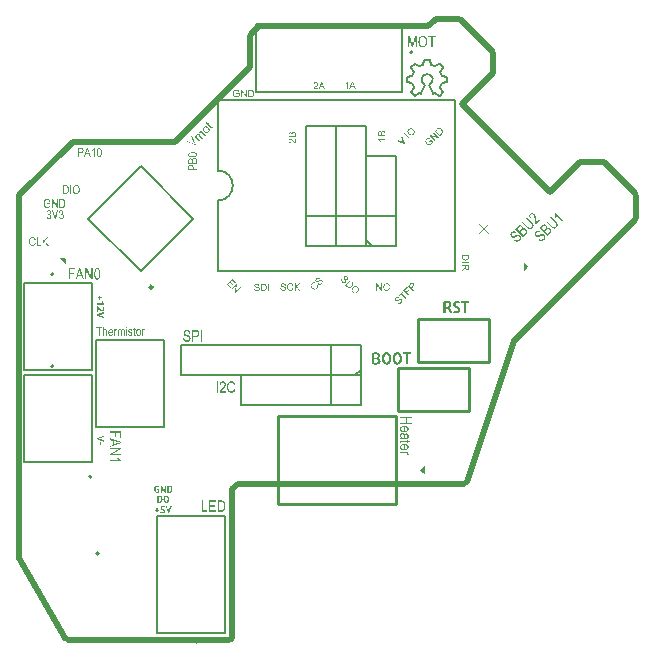
<source format=gto>
G04*
G04 #@! TF.GenerationSoftware,Altium Limited,Altium Designer,23.11.1 (41)*
G04*
G04 Layer_Color=65535*
%FSLAX44Y44*%
%MOMM*%
G71*
G04*
G04 #@! TF.SameCoordinates,7D9A12BA-FF4A-4FA1-B099-3E499341C767*
G04*
G04*
G04 #@! TF.FilePolarity,Positive*
G04*
G01*
G75*
%ADD35C,0.2540*%
%ADD86C,0.5000*%
%ADD87C,0.1524*%
%ADD88C,0.2000*%
%ADD89C,0.2500*%
%ADD90C,0.1712*%
%ADD91C,0.1000*%
%ADD92C,0.1270*%
G36*
X136968Y320434D02*
Y316259D01*
X136900Y316191D01*
X132727Y320364D01*
X136968Y320434D01*
D02*
G37*
G36*
X437457Y141477D02*
X440409Y144429D01*
X440505Y144429D01*
Y138527D01*
X437457Y141477D01*
D02*
G37*
G36*
X528656Y313553D02*
X525704Y310601D01*
X525608Y310601D01*
Y316503D01*
X528656Y313553D01*
D02*
G37*
G36*
X166882Y287670D02*
X168230D01*
Y286712D01*
X166882D01*
Y285414D01*
X165993D01*
Y286712D01*
X164646D01*
Y287670D01*
X165993D01*
Y288968D01*
X166882D01*
Y287670D01*
D02*
G37*
G36*
X168858Y284206D02*
X168868Y284167D01*
X168878Y284107D01*
X168898Y284027D01*
X168908Y283937D01*
X168938Y283837D01*
X168988Y283617D01*
Y283608D01*
X169008Y283568D01*
X169018Y283508D01*
X169048Y283428D01*
X169078Y283338D01*
X169108Y283238D01*
X169188Y283039D01*
X169198Y283029D01*
X169208Y282989D01*
X169238Y282939D01*
X169268Y282879D01*
X169307Y282799D01*
X169347Y282709D01*
X169457Y282539D01*
X169467Y282529D01*
X169487Y282500D01*
X169517Y282460D01*
X169557Y282410D01*
X169647Y282280D01*
X169767Y282160D01*
Y281252D01*
X163727D01*
Y282410D01*
X168489D01*
Y282420D01*
X168479Y282430D01*
X168459Y282460D01*
X168439Y282500D01*
X168389Y282609D01*
X168329Y282749D01*
Y282759D01*
X168319Y282779D01*
X168299Y282819D01*
X168279Y282879D01*
X168259Y282939D01*
X168239Y283009D01*
X168190Y283168D01*
Y283178D01*
X168179Y283208D01*
X168170Y283248D01*
X168150Y283298D01*
X168140Y283368D01*
X168120Y283438D01*
X168080Y283608D01*
Y283617D01*
X168070Y283647D01*
X168060Y283687D01*
X168050Y283747D01*
X168020Y283887D01*
X167990Y284047D01*
X168858Y284216D01*
Y284206D01*
D02*
G37*
G36*
X166952Y277219D02*
X166962Y277209D01*
X166992Y277189D01*
X167042Y277149D01*
X167101Y277109D01*
X167181Y277059D01*
X167261Y276999D01*
X167441Y276889D01*
X167451Y276880D01*
X167491Y276870D01*
X167541Y276840D01*
X167611Y276810D01*
X167690Y276790D01*
X167780Y276760D01*
X167880Y276750D01*
X167990Y276740D01*
X168010D01*
X168060D01*
X168140Y276760D01*
X168230Y276780D01*
X168339Y276810D01*
X168449Y276870D01*
X168559Y276939D01*
X168659Y277039D01*
X168669Y277049D01*
X168699Y277099D01*
X168738Y277159D01*
X168789Y277259D01*
X168838Y277379D01*
X168878Y277528D01*
X168908Y277698D01*
X168918Y277898D01*
Y278018D01*
X168908Y278097D01*
X168898Y278187D01*
X168888Y278297D01*
X168848Y278547D01*
Y278556D01*
X168838Y278606D01*
X168818Y278666D01*
X168798Y278756D01*
X168769Y278846D01*
X168738Y278956D01*
X168659Y279175D01*
X169547Y279505D01*
X169557Y279485D01*
X169577Y279435D01*
X169607Y279365D01*
X169637Y279255D01*
X169677Y279135D01*
X169717Y278996D01*
X169757Y278846D01*
X169787Y278686D01*
Y278666D01*
X169797Y278606D01*
X169817Y278526D01*
X169837Y278407D01*
X169847Y278277D01*
X169867Y278127D01*
X169876Y277967D01*
Y277688D01*
X169867Y277618D01*
Y277518D01*
X169847Y277418D01*
X169837Y277299D01*
X169817Y277169D01*
X169757Y276899D01*
X169667Y276620D01*
X169617Y276490D01*
X169547Y276360D01*
X169477Y276231D01*
X169387Y276121D01*
X169377Y276111D01*
X169367Y276091D01*
X169338Y276071D01*
X169298Y276031D01*
X169248Y275991D01*
X169188Y275941D01*
X169118Y275881D01*
X169038Y275831D01*
X168848Y275721D01*
X168619Y275632D01*
X168489Y275592D01*
X168349Y275562D01*
X168209Y275552D01*
X168050Y275542D01*
X168040D01*
X168010D01*
X167960D01*
X167900Y275552D01*
X167830Y275562D01*
X167750Y275572D01*
X167581Y275612D01*
X167571D01*
X167541Y275622D01*
X167501Y275632D01*
X167441Y275652D01*
X167311Y275712D01*
X167151Y275781D01*
X167141D01*
X167121Y275801D01*
X167082Y275821D01*
X167032Y275851D01*
X166912Y275931D01*
X166772Y276031D01*
X166762Y276041D01*
X166742Y276051D01*
X166712Y276081D01*
X166662Y276111D01*
X166562Y276201D01*
X166443Y276301D01*
X164666Y277878D01*
Y275422D01*
X163727D01*
Y279804D01*
X166952Y277219D01*
D02*
G37*
G36*
X169767Y273515D02*
X165834Y272497D01*
X165824D01*
X165814Y272487D01*
X165754Y272477D01*
X165674Y272457D01*
X165574Y272437D01*
X165564D01*
X165554Y272427D01*
X165494Y272417D01*
X165415Y272407D01*
X165325Y272388D01*
X165315D01*
X165305D01*
X165255Y272377D01*
X165185Y272367D01*
X165105Y272358D01*
X165095D01*
X165055Y272348D01*
X165005Y272338D01*
X164965Y272328D01*
Y272308D01*
X164975D01*
X164985D01*
X165005Y272298D01*
X165045Y272288D01*
X165095D01*
X165155Y272278D01*
X165225Y272258D01*
X165305Y272248D01*
X165315D01*
X165345Y272238D01*
X165394Y272228D01*
X165464Y272218D01*
X165544Y272198D01*
X165634Y272178D01*
X165834Y272128D01*
X169767Y271110D01*
Y269832D01*
X163727Y271689D01*
Y272936D01*
X169767Y274793D01*
Y273515D01*
D02*
G37*
G36*
X429428Y239111D02*
X427312D01*
Y230663D01*
X425346D01*
Y239111D01*
X423196D01*
Y240744D01*
X429428D01*
Y239111D01*
D02*
G37*
G36*
X418564Y240911D02*
X418814Y240877D01*
X419081Y240827D01*
X419364Y240744D01*
X419664Y240644D01*
X419947Y240511D01*
X419964D01*
X419980Y240494D01*
X420080Y240444D01*
X420214Y240344D01*
X420380Y240228D01*
X420580Y240061D01*
X420780Y239878D01*
X420980Y239661D01*
X421163Y239411D01*
X421180Y239378D01*
X421247Y239294D01*
X421330Y239144D01*
X421430Y238944D01*
X421547Y238695D01*
X421663Y238428D01*
X421780Y238111D01*
X421880Y237761D01*
Y237745D01*
X421896Y237712D01*
Y237661D01*
X421913Y237595D01*
X421946Y237512D01*
X421963Y237412D01*
X422013Y237145D01*
X422046Y236845D01*
X422096Y236495D01*
X422113Y236112D01*
X422130Y235712D01*
Y235695D01*
Y235662D01*
Y235595D01*
Y235529D01*
Y235429D01*
X422113Y235312D01*
X422096Y235029D01*
X422063Y234712D01*
X422030Y234362D01*
X421963Y234012D01*
X421880Y233646D01*
Y233629D01*
X421863Y233612D01*
Y233546D01*
X421830Y233479D01*
X421780Y233313D01*
X421697Y233079D01*
X421596Y232829D01*
X421480Y232546D01*
X421330Y232263D01*
X421163Y231996D01*
X421147Y231963D01*
X421080Y231880D01*
X420980Y231746D01*
X420830Y231596D01*
X420663Y231413D01*
X420447Y231230D01*
X420214Y231063D01*
X419947Y230897D01*
X419914Y230880D01*
X419814Y230830D01*
X419664Y230763D01*
X419464Y230697D01*
X419197Y230630D01*
X418914Y230563D01*
X418581Y230513D01*
X418214Y230497D01*
X418047D01*
X417864Y230513D01*
X417631Y230547D01*
X417364Y230597D01*
X417064Y230663D01*
X416764Y230763D01*
X416481Y230897D01*
X416448Y230913D01*
X416365Y230963D01*
X416231Y231063D01*
X416048Y231180D01*
X415865Y231346D01*
X415665Y231530D01*
X415448Y231746D01*
X415265Y231996D01*
X415248Y232030D01*
X415182Y232113D01*
X415098Y232263D01*
X414998Y232463D01*
X414882Y232713D01*
X414765Y232996D01*
X414648Y233296D01*
X414548Y233646D01*
Y233662D01*
X414532Y233696D01*
Y233746D01*
X414515Y233813D01*
X414498Y233896D01*
X414482Y234012D01*
X414432Y234262D01*
X414382Y234562D01*
X414348Y234912D01*
X414332Y235295D01*
X414315Y235712D01*
Y235729D01*
Y235762D01*
Y235812D01*
Y235895D01*
Y235995D01*
X414332Y236112D01*
X414348Y236378D01*
X414365Y236695D01*
X414415Y237045D01*
X414465Y237395D01*
X414548Y237761D01*
Y237778D01*
X414565Y237812D01*
X414582Y237861D01*
X414598Y237928D01*
X414648Y238095D01*
X414732Y238328D01*
X414832Y238578D01*
X414948Y238861D01*
X415098Y239144D01*
X415265Y239411D01*
X415281Y239444D01*
X415348Y239528D01*
X415465Y239661D01*
X415598Y239811D01*
X415781Y239994D01*
X415981Y240177D01*
X416215Y240344D01*
X416481Y240511D01*
X416498D01*
X416515Y240527D01*
X416614Y240577D01*
X416764Y240644D01*
X416981Y240727D01*
X417231Y240794D01*
X417531Y240861D01*
X417864Y240911D01*
X418214Y240927D01*
X418381D01*
X418564Y240911D01*
D02*
G37*
G36*
X409466D02*
X409716Y240877D01*
X409983Y240827D01*
X410266Y240744D01*
X410566Y240644D01*
X410849Y240511D01*
X410866D01*
X410883Y240494D01*
X410983Y240444D01*
X411116Y240344D01*
X411283Y240228D01*
X411482Y240061D01*
X411682Y239878D01*
X411882Y239661D01*
X412066Y239411D01*
X412082Y239378D01*
X412149Y239294D01*
X412232Y239144D01*
X412332Y238944D01*
X412449Y238695D01*
X412565Y238428D01*
X412682Y238111D01*
X412782Y237761D01*
Y237745D01*
X412799Y237712D01*
Y237661D01*
X412815Y237595D01*
X412849Y237512D01*
X412865Y237412D01*
X412915Y237145D01*
X412949Y236845D01*
X412999Y236495D01*
X413015Y236112D01*
X413032Y235712D01*
Y235695D01*
Y235662D01*
Y235595D01*
Y235529D01*
Y235429D01*
X413015Y235312D01*
X412999Y235029D01*
X412965Y234712D01*
X412932Y234362D01*
X412865Y234012D01*
X412782Y233646D01*
Y233629D01*
X412765Y233612D01*
Y233546D01*
X412732Y233479D01*
X412682Y233313D01*
X412599Y233079D01*
X412499Y232829D01*
X412382Y232546D01*
X412232Y232263D01*
X412066Y231996D01*
X412049Y231963D01*
X411982Y231880D01*
X411882Y231746D01*
X411732Y231596D01*
X411566Y231413D01*
X411349Y231230D01*
X411116Y231063D01*
X410849Y230897D01*
X410816Y230880D01*
X410716Y230830D01*
X410566Y230763D01*
X410366Y230697D01*
X410099Y230630D01*
X409816Y230563D01*
X409483Y230513D01*
X409116Y230497D01*
X408950D01*
X408767Y230513D01*
X408533Y230547D01*
X408267Y230597D01*
X407967Y230663D01*
X407667Y230763D01*
X407383Y230897D01*
X407350Y230913D01*
X407267Y230963D01*
X407134Y231063D01*
X406950Y231180D01*
X406767Y231346D01*
X406567Y231530D01*
X406350Y231746D01*
X406167Y231996D01*
X406151Y232030D01*
X406084Y232113D01*
X406001Y232263D01*
X405900Y232463D01*
X405784Y232713D01*
X405667Y232996D01*
X405551Y233296D01*
X405451Y233646D01*
Y233662D01*
X405434Y233696D01*
Y233746D01*
X405417Y233813D01*
X405401Y233896D01*
X405384Y234012D01*
X405334Y234262D01*
X405284Y234562D01*
X405251Y234912D01*
X405234Y235295D01*
X405217Y235712D01*
Y235729D01*
Y235762D01*
Y235812D01*
Y235895D01*
Y235995D01*
X405234Y236112D01*
X405251Y236378D01*
X405267Y236695D01*
X405317Y237045D01*
X405367Y237395D01*
X405451Y237761D01*
Y237778D01*
X405467Y237812D01*
X405484Y237861D01*
X405501Y237928D01*
X405551Y238095D01*
X405634Y238328D01*
X405734Y238578D01*
X405850Y238861D01*
X406001Y239144D01*
X406167Y239411D01*
X406184Y239444D01*
X406250Y239528D01*
X406367Y239661D01*
X406500Y239811D01*
X406684Y239994D01*
X406884Y240177D01*
X407117Y240344D01*
X407383Y240511D01*
X407400D01*
X407417Y240527D01*
X407517Y240577D01*
X407667Y240644D01*
X407883Y240727D01*
X408133Y240794D01*
X408433Y240861D01*
X408767Y240911D01*
X409116Y240927D01*
X409283D01*
X409466Y240911D01*
D02*
G37*
G36*
X400319D02*
X400535Y240894D01*
X400802Y240877D01*
X401085Y240844D01*
X401368Y240777D01*
X401635Y240711D01*
X401652D01*
X401668Y240694D01*
X401752Y240677D01*
X401885Y240627D01*
X402052Y240561D01*
X402235Y240477D01*
X402435Y240378D01*
X402618Y240261D01*
X402801Y240128D01*
X402818Y240111D01*
X402885Y240061D01*
X402968Y239994D01*
X403068Y239894D01*
X403185Y239761D01*
X403301Y239611D01*
X403401Y239444D01*
X403501Y239261D01*
X403518Y239244D01*
X403535Y239178D01*
X403568Y239078D01*
X403618Y238944D01*
X403668Y238778D01*
X403701Y238595D01*
X403718Y238378D01*
X403734Y238161D01*
Y238145D01*
Y238095D01*
Y238011D01*
X403718Y237895D01*
X403701Y237778D01*
X403684Y237645D01*
X403601Y237362D01*
Y237345D01*
X403585Y237295D01*
X403551Y237228D01*
X403501Y237145D01*
X403385Y236928D01*
X403235Y236695D01*
X403218Y236678D01*
X403201Y236645D01*
X403151Y236595D01*
X403085Y236528D01*
X402935Y236362D01*
X402735Y236195D01*
X402718D01*
X402685Y236162D01*
X402635Y236129D01*
X402568Y236095D01*
X402385Y236012D01*
X402151Y235929D01*
Y235895D01*
X402168D01*
X402201Y235879D01*
X402268Y235862D01*
X402351Y235829D01*
X402551Y235729D01*
X402785Y235595D01*
X402801Y235579D01*
X402835Y235562D01*
X402901Y235512D01*
X402985Y235462D01*
X403168Y235295D01*
X403368Y235079D01*
X403385Y235062D01*
X403418Y235029D01*
X403468Y234962D01*
X403535Y234879D01*
X403601Y234779D01*
X403684Y234646D01*
X403818Y234362D01*
X403834Y234346D01*
X403851Y234296D01*
X403884Y234196D01*
X403918Y234079D01*
X403951Y233946D01*
X403968Y233779D01*
X404001Y233596D01*
Y233396D01*
Y233379D01*
Y233329D01*
Y233263D01*
X403984Y233179D01*
X403968Y233063D01*
X403951Y232929D01*
X403868Y232613D01*
X403751Y232279D01*
X403668Y232096D01*
X403568Y231913D01*
X403451Y231746D01*
X403318Y231580D01*
X403168Y231413D01*
X402985Y231263D01*
X402968D01*
X402935Y231230D01*
X402885Y231196D01*
X402801Y231147D01*
X402685Y231080D01*
X402568Y231013D01*
X402418Y230947D01*
X402235Y230880D01*
X402035Y230813D01*
X401818Y230747D01*
X401568Y230680D01*
X401302Y230613D01*
X401018Y230563D01*
X400702Y230530D01*
X400369Y230513D01*
X400002Y230497D01*
X399852D01*
X399686Y230513D01*
X399469D01*
X399202Y230530D01*
X398919Y230563D01*
X398602Y230597D01*
X398286Y230647D01*
X398252D01*
X398153Y230680D01*
X398003Y230713D01*
X397803Y230747D01*
X397586Y230813D01*
X397369Y230880D01*
X397136Y230947D01*
X396936Y231030D01*
Y240378D01*
X396969Y240394D01*
X397036Y240411D01*
X397153Y240461D01*
X397319Y240511D01*
X397519Y240577D01*
X397753Y240644D01*
X398003Y240694D01*
X398286Y240761D01*
X398319D01*
X398419Y240794D01*
X398586Y240811D01*
X398802Y240844D01*
X399052Y240877D01*
X399336Y240894D01*
X399636Y240927D01*
X400135D01*
X400319Y240911D01*
D02*
G37*
G36*
X222755Y119614D02*
X222905Y119594D01*
X223064Y119565D01*
X223234Y119515D01*
X223414Y119455D01*
X223584Y119375D01*
X223594D01*
X223604Y119365D01*
X223664Y119335D01*
X223743Y119275D01*
X223843Y119205D01*
X223963Y119105D01*
X224083Y118996D01*
X224202Y118866D01*
X224312Y118716D01*
X224322Y118696D01*
X224362Y118646D01*
X224412Y118556D01*
X224472Y118437D01*
X224542Y118287D01*
X224612Y118127D01*
X224682Y117937D01*
X224741Y117728D01*
Y117718D01*
X224751Y117698D01*
Y117668D01*
X224762Y117628D01*
X224781Y117578D01*
X224791Y117518D01*
X224821Y117359D01*
X224841Y117179D01*
X224871Y116969D01*
X224881Y116740D01*
X224891Y116500D01*
Y116490D01*
Y116470D01*
Y116430D01*
Y116390D01*
Y116330D01*
X224881Y116260D01*
X224871Y116091D01*
X224851Y115901D01*
X224831Y115691D01*
X224791Y115482D01*
X224741Y115262D01*
Y115252D01*
X224732Y115242D01*
Y115202D01*
X224712Y115162D01*
X224682Y115063D01*
X224632Y114923D01*
X224572Y114773D01*
X224502Y114603D01*
X224412Y114434D01*
X224312Y114274D01*
X224302Y114254D01*
X224262Y114204D01*
X224202Y114124D01*
X224113Y114034D01*
X224013Y113925D01*
X223883Y113815D01*
X223743Y113715D01*
X223584Y113615D01*
X223564Y113605D01*
X223504Y113575D01*
X223414Y113535D01*
X223294Y113495D01*
X223134Y113455D01*
X222965Y113415D01*
X222765Y113386D01*
X222546Y113376D01*
X222446D01*
X222336Y113386D01*
X222196Y113406D01*
X222036Y113435D01*
X221857Y113475D01*
X221677Y113535D01*
X221507Y113615D01*
X221487Y113625D01*
X221437Y113655D01*
X221358Y113715D01*
X221248Y113785D01*
X221138Y113885D01*
X221018Y113995D01*
X220888Y114124D01*
X220779Y114274D01*
X220769Y114294D01*
X220729Y114344D01*
X220679Y114434D01*
X220619Y114553D01*
X220549Y114703D01*
X220479Y114873D01*
X220409Y115053D01*
X220349Y115262D01*
Y115272D01*
X220339Y115292D01*
Y115322D01*
X220329Y115362D01*
X220319Y115412D01*
X220309Y115482D01*
X220280Y115632D01*
X220250Y115811D01*
X220230Y116021D01*
X220220Y116250D01*
X220210Y116500D01*
Y116510D01*
Y116530D01*
Y116560D01*
Y116610D01*
Y116670D01*
X220220Y116740D01*
X220230Y116899D01*
X220240Y117089D01*
X220270Y117299D01*
X220299Y117508D01*
X220349Y117728D01*
Y117738D01*
X220359Y117758D01*
X220369Y117788D01*
X220379Y117828D01*
X220409Y117928D01*
X220459Y118067D01*
X220519Y118217D01*
X220589Y118387D01*
X220679Y118556D01*
X220779Y118716D01*
X220789Y118736D01*
X220828Y118786D01*
X220898Y118866D01*
X220978Y118956D01*
X221088Y119065D01*
X221208Y119175D01*
X221348Y119275D01*
X221507Y119375D01*
X221517D01*
X221527Y119385D01*
X221587Y119415D01*
X221677Y119455D01*
X221807Y119505D01*
X221957Y119545D01*
X222136Y119585D01*
X222336Y119614D01*
X222546Y119624D01*
X222645D01*
X222755Y119614D01*
D02*
G37*
G36*
X216975D02*
X217085Y119605D01*
X217205Y119585D01*
X217345Y119555D01*
X217484Y119525D01*
X217644Y119485D01*
X217804Y119435D01*
X217964Y119365D01*
X218133Y119285D01*
X218293Y119195D01*
X218443Y119085D01*
X218592Y118966D01*
X218732Y118826D01*
X218742Y118816D01*
X218762Y118786D01*
X218802Y118746D01*
X218842Y118676D01*
X218892Y118596D01*
X218952Y118497D01*
X219022Y118377D01*
X219092Y118237D01*
X219151Y118077D01*
X219221Y117907D01*
X219281Y117718D01*
X219331Y117508D01*
X219371Y117279D01*
X219411Y117039D01*
X219431Y116779D01*
X219441Y116500D01*
Y116480D01*
Y116430D01*
Y116350D01*
X219431Y116250D01*
X219421Y116121D01*
X219401Y115971D01*
X219381Y115811D01*
X219351Y115632D01*
X219311Y115442D01*
X219271Y115252D01*
X219211Y115063D01*
X219142Y114863D01*
X219062Y114673D01*
X218962Y114494D01*
X218862Y114324D01*
X218732Y114164D01*
X218722Y114154D01*
X218702Y114134D01*
X218662Y114094D01*
X218603Y114044D01*
X218533Y113984D01*
X218443Y113915D01*
X218343Y113845D01*
X218223Y113775D01*
X218093Y113695D01*
X217944Y113625D01*
X217784Y113555D01*
X217604Y113495D01*
X217415Y113446D01*
X217215Y113406D01*
X216995Y113386D01*
X216766Y113376D01*
X216676D01*
X216586Y113386D01*
X216456D01*
X216307Y113396D01*
X216147Y113415D01*
X215817Y113465D01*
X215798D01*
X215748Y113485D01*
X215668Y113505D01*
X215568Y113525D01*
X215448Y113565D01*
X215338Y113605D01*
X215219Y113645D01*
X215109Y113695D01*
Y119295D01*
X215119Y119305D01*
X215159Y119315D01*
X215219Y119345D01*
X215308Y119375D01*
X215408Y119415D01*
X215528Y119455D01*
X215668Y119485D01*
X215827Y119525D01*
X215847D01*
X215907Y119545D01*
X215997Y119555D01*
X216107Y119574D01*
X216247Y119594D01*
X216406Y119605D01*
X216586Y119624D01*
X216886D01*
X216975Y119614D01*
D02*
G37*
G36*
X170076Y169055D02*
X166143Y168037D01*
X166133D01*
X166123Y168027D01*
X166063Y168017D01*
X165983Y167997D01*
X165883Y167977D01*
X165873D01*
X165863Y167967D01*
X165803Y167957D01*
X165723Y167947D01*
X165634Y167927D01*
X165623D01*
X165614D01*
X165564Y167917D01*
X165494Y167907D01*
X165414Y167897D01*
X165404D01*
X165364Y167887D01*
X165314Y167877D01*
X165274Y167867D01*
Y167847D01*
X165284D01*
X165294D01*
X165314Y167837D01*
X165354Y167827D01*
X165404D01*
X165464Y167817D01*
X165534Y167797D01*
X165614Y167787D01*
X165623D01*
X165653Y167777D01*
X165703Y167767D01*
X165773Y167757D01*
X165853Y167738D01*
X165943Y167717D01*
X166143Y167668D01*
X170076Y166649D01*
Y165372D01*
X164036Y167228D01*
Y168476D01*
X170076Y170333D01*
Y169055D01*
D02*
G37*
G36*
X167231Y162407D02*
X166262D01*
Y164803D01*
X167231D01*
Y162407D01*
D02*
G37*
G36*
X225211Y104530D02*
X223963D01*
X222106Y110569D01*
X223384D01*
X224402Y106636D01*
Y106627D01*
X224412Y106617D01*
X224422Y106557D01*
X224442Y106477D01*
X224462Y106377D01*
Y106367D01*
X224472Y106357D01*
X224482Y106297D01*
X224492Y106217D01*
X224512Y106127D01*
Y106117D01*
Y106108D01*
X224522Y106058D01*
X224532Y105988D01*
X224542Y105908D01*
Y105898D01*
X224552Y105858D01*
X224562Y105808D01*
X224572Y105768D01*
X224592D01*
Y105778D01*
Y105788D01*
X224602Y105808D01*
X224612Y105848D01*
Y105898D01*
X224622Y105958D01*
X224642Y106028D01*
X224652Y106108D01*
Y106117D01*
X224662Y106147D01*
X224672Y106197D01*
X224682Y106267D01*
X224702Y106347D01*
X224722Y106437D01*
X224771Y106636D01*
X225790Y110569D01*
X227067D01*
X225211Y104530D01*
D02*
G37*
G36*
X215189Y107685D02*
X216486D01*
Y106796D01*
X215189D01*
Y105449D01*
X214230D01*
Y106796D01*
X212933D01*
Y107685D01*
X214230D01*
Y109032D01*
X215189D01*
Y107685D01*
D02*
G37*
G36*
X221328Y109631D02*
X219072D01*
X218902Y108214D01*
X219181D01*
X219271Y108204D01*
X219371D01*
X219481Y108184D01*
X219611Y108174D01*
X219741Y108154D01*
X220030Y108094D01*
X220329Y108004D01*
X220479Y107944D01*
X220609Y107884D01*
X220739Y107804D01*
X220858Y107715D01*
X220868Y107705D01*
X220888Y107695D01*
X220918Y107665D01*
X220948Y107625D01*
X220998Y107575D01*
X221048Y107515D01*
X221098Y107445D01*
X221158Y107365D01*
X221218Y107265D01*
X221268Y107166D01*
X221318Y107056D01*
X221368Y106936D01*
X221397Y106796D01*
X221427Y106657D01*
X221447Y106507D01*
X221457Y106347D01*
Y106337D01*
Y106327D01*
Y106267D01*
X221447Y106177D01*
X221437Y106068D01*
X221418Y105928D01*
X221378Y105788D01*
X221338Y105648D01*
X221278Y105509D01*
X221268Y105489D01*
X221248Y105449D01*
X221208Y105379D01*
X221148Y105299D01*
X221078Y105209D01*
X220988Y105109D01*
X220888Y105009D01*
X220779Y104910D01*
X220769Y104900D01*
X220719Y104870D01*
X220659Y104830D01*
X220569Y104780D01*
X220449Y104720D01*
X220319Y104660D01*
X220180Y104600D01*
X220020Y104550D01*
X220000D01*
X219940Y104530D01*
X219850Y104510D01*
X219741Y104490D01*
X219601Y104470D01*
X219431Y104450D01*
X219261Y104440D01*
X219072Y104431D01*
X218992D01*
X218902Y104440D01*
X218782D01*
X218642Y104450D01*
X218483Y104470D01*
X218313Y104490D01*
X218143Y104520D01*
X218123D01*
X218063Y104540D01*
X217984Y104560D01*
X217874Y104580D01*
X217744Y104620D01*
X217604Y104660D01*
X217325Y104750D01*
X217684Y105638D01*
X217694D01*
X217734Y105618D01*
X217784Y105598D01*
X217864Y105568D01*
X217954Y105539D01*
X218063Y105509D01*
X218183Y105479D01*
X218313Y105449D01*
X218333D01*
X218383Y105439D01*
X218453Y105429D01*
X218543Y105419D01*
X218662Y105409D01*
X218782Y105399D01*
X219042Y105389D01*
X219132D01*
X219241Y105399D01*
X219371Y105419D01*
X219511Y105449D01*
X219661Y105489D01*
X219810Y105548D01*
X219940Y105628D01*
X219950Y105638D01*
X219990Y105678D01*
X220050Y105728D01*
X220110Y105808D01*
X220170Y105908D01*
X220230Y106028D01*
X220270Y106157D01*
X220280Y106317D01*
Y106327D01*
Y106357D01*
Y106407D01*
X220270Y106457D01*
X220240Y106597D01*
X220180Y106746D01*
Y106756D01*
X220160Y106776D01*
X220140Y106816D01*
X220110Y106856D01*
X220020Y106966D01*
X219960Y107026D01*
X219890Y107076D01*
X219880Y107086D01*
X219850Y107096D01*
X219810Y107126D01*
X219750Y107156D01*
X219681Y107196D01*
X219591Y107226D01*
X219481Y107265D01*
X219371Y107295D01*
X219361D01*
X219311Y107305D01*
X219251Y107325D01*
X219161Y107335D01*
X219042Y107355D01*
X218912Y107365D01*
X218772Y107375D01*
X218423D01*
X218343Y107365D01*
X218183Y107355D01*
X218103D01*
X218043Y107345D01*
X217974Y107335D01*
X217894D01*
X217704Y107305D01*
X218073Y110569D01*
X221328D01*
Y109631D01*
D02*
G37*
G36*
X469267Y284341D02*
X469467Y284324D01*
X469684Y284291D01*
X470134Y284208D01*
X470167D01*
X470234Y284191D01*
X470350Y284158D01*
X470484Y284108D01*
X470650Y284058D01*
X470834Y283991D01*
X471200Y283808D01*
X470584Y282225D01*
X470567Y282241D01*
X470517Y282258D01*
X470450Y282292D01*
X470350Y282341D01*
X470251Y282391D01*
X470117Y282442D01*
X469817Y282541D01*
X469801D01*
X469751Y282558D01*
X469667Y282575D01*
X469551Y282608D01*
X469417Y282625D01*
X469267Y282641D01*
X468934Y282658D01*
X468834D01*
X468701Y282641D01*
X468568Y282625D01*
X468401Y282575D01*
X468218Y282525D01*
X468051Y282442D01*
X467901Y282325D01*
X467884Y282308D01*
X467851Y282275D01*
X467784Y282192D01*
X467718Y282108D01*
X467651Y281975D01*
X467584Y281842D01*
X467551Y281658D01*
X467534Y281475D01*
Y281458D01*
Y281408D01*
X467551Y281325D01*
X467568Y281225D01*
X467601Y281108D01*
X467651Y280992D01*
X467718Y280875D01*
X467818Y280759D01*
X467834Y280742D01*
X467868Y280709D01*
X467934Y280659D01*
X468018Y280592D01*
X468134Y280509D01*
X468251Y280409D01*
X468551Y280225D01*
X468568Y280209D01*
X468634Y280175D01*
X468717Y280125D01*
X468834Y280075D01*
X468984Y279992D01*
X469151Y279909D01*
X469517Y279725D01*
X469534Y279709D01*
X469601Y279676D01*
X469701Y279625D01*
X469834Y279559D01*
X469984Y279459D01*
X470134Y279359D01*
X470467Y279109D01*
X470484Y279092D01*
X470550Y279042D01*
X470617Y278976D01*
X470734Y278876D01*
X470850Y278742D01*
X470967Y278609D01*
X471084Y278442D01*
X471200Y278259D01*
X471217Y278242D01*
X471250Y278176D01*
X471300Y278059D01*
X471350Y277909D01*
X471400Y277743D01*
X471450Y277526D01*
X471483Y277276D01*
X471500Y277010D01*
Y276976D01*
Y276893D01*
X471483Y276760D01*
X471467Y276593D01*
X471450Y276393D01*
X471400Y276176D01*
X471350Y275960D01*
X471267Y275743D01*
X471250Y275727D01*
X471217Y275643D01*
X471167Y275543D01*
X471100Y275410D01*
X471000Y275260D01*
X470884Y275110D01*
X470750Y274943D01*
X470584Y274777D01*
X470567Y274760D01*
X470500Y274710D01*
X470417Y274627D01*
X470284Y274543D01*
X470134Y274443D01*
X469950Y274327D01*
X469734Y274227D01*
X469501Y274144D01*
X469467Y274127D01*
X469384Y274110D01*
X469251Y274077D01*
X469084Y274044D01*
X468867Y273994D01*
X468618Y273960D01*
X468351Y273944D01*
X468051Y273927D01*
X467801D01*
X467618Y273944D01*
X467418Y273960D01*
X467185Y273977D01*
X466685Y274060D01*
X466651D01*
X466568Y274077D01*
X466451Y274110D01*
X466285Y274160D01*
X466101Y274210D01*
X465885Y274277D01*
X465452Y274460D01*
X466101Y276160D01*
X466118D01*
X466168Y276126D01*
X466251Y276093D01*
X466368Y276043D01*
X466501Y275993D01*
X466651Y275943D01*
X466985Y275826D01*
X467001D01*
X467068Y275810D01*
X467168Y275793D01*
X467285Y275760D01*
X467435Y275743D01*
X467601Y275710D01*
X467951Y275693D01*
X468068D01*
X468201Y275710D01*
X468368Y275743D01*
X468534Y275777D01*
X468717Y275826D01*
X468901Y275910D01*
X469067Y276026D01*
X469084Y276043D01*
X469134Y276093D01*
X469201Y276160D01*
X469284Y276260D01*
X469351Y276393D01*
X469417Y276543D01*
X469467Y276710D01*
X469484Y276910D01*
Y276926D01*
Y276976D01*
X469467Y277059D01*
X469451Y277160D01*
X469417Y277276D01*
X469351Y277393D01*
X469284Y277509D01*
X469184Y277626D01*
X469167Y277643D01*
X469134Y277676D01*
X469067Y277726D01*
X468984Y277809D01*
X468884Y277893D01*
X468768Y277976D01*
X468618Y278076D01*
X468468Y278159D01*
X468451Y278176D01*
X468384Y278209D01*
X468301Y278259D01*
X468184Y278309D01*
X468051Y278393D01*
X467884Y278476D01*
X467518Y278642D01*
X467501Y278659D01*
X467435Y278692D01*
X467335Y278742D01*
X467218Y278809D01*
X467068Y278892D01*
X466918Y279009D01*
X466585Y279242D01*
X466568Y279259D01*
X466518Y279309D01*
X466435Y279376D01*
X466335Y279476D01*
X466218Y279609D01*
X466101Y279742D01*
X465968Y279909D01*
X465852Y280092D01*
X465835Y280109D01*
X465802Y280192D01*
X465768Y280292D01*
X465718Y280442D01*
X465652Y280625D01*
X465618Y280842D01*
X465585Y281092D01*
X465568Y281358D01*
Y281392D01*
Y281475D01*
X465585Y281608D01*
X465602Y281775D01*
X465618Y281958D01*
X465668Y282175D01*
X465718Y282375D01*
X465802Y282591D01*
X465818Y282608D01*
X465852Y282691D01*
X465902Y282791D01*
X465968Y282908D01*
X466068Y283058D01*
X466168Y283225D01*
X466301Y283375D01*
X466451Y283524D01*
X466468Y283541D01*
X466535Y283591D01*
X466618Y283658D01*
X466751Y283758D01*
X466901Y283858D01*
X467068Y283958D01*
X467268Y284058D01*
X467485Y284141D01*
X467518Y284158D01*
X467601Y284174D01*
X467718Y284208D01*
X467884Y284258D01*
X468084Y284291D01*
X468318Y284324D01*
X468584Y284341D01*
X468851Y284358D01*
X469101D01*
X469267Y284341D01*
D02*
G37*
G36*
X478748Y282541D02*
X476632D01*
Y274094D01*
X474666D01*
Y282541D01*
X472517D01*
Y284174D01*
X478748D01*
Y282541D01*
D02*
G37*
G36*
X460570Y284341D02*
X460720D01*
X460903Y284308D01*
X461103Y284291D01*
X461319Y284258D01*
X461786Y284158D01*
X462253Y284008D01*
X462486Y283924D01*
X462702Y283808D01*
X462919Y283691D01*
X463102Y283541D01*
X463119Y283524D01*
X463152Y283508D01*
X463186Y283458D01*
X463252Y283391D01*
X463319Y283308D01*
X463402Y283208D01*
X463502Y283091D01*
X463586Y282958D01*
X463769Y282641D01*
X463919Y282258D01*
X463985Y282042D01*
X464035Y281808D01*
X464052Y281575D01*
X464069Y281308D01*
Y281292D01*
Y281208D01*
Y281108D01*
X464052Y280975D01*
X464035Y280825D01*
X464002Y280675D01*
X463902Y280342D01*
Y280325D01*
X463869Y280275D01*
X463835Y280192D01*
X463786Y280092D01*
X463652Y279859D01*
X463469Y279609D01*
X463452Y279592D01*
X463419Y279559D01*
X463369Y279509D01*
X463286Y279442D01*
X463202Y279359D01*
X463086Y279276D01*
X462836Y279109D01*
X462819D01*
X462769Y279076D01*
X462702Y279042D01*
X462619Y278992D01*
X462503Y278942D01*
X462386Y278892D01*
X462103Y278792D01*
Y278776D01*
X462119Y278759D01*
X462169Y278726D01*
X462236Y278676D01*
X462336Y278609D01*
X462436Y278526D01*
X462552Y278426D01*
X462769Y278159D01*
X462786Y278143D01*
X462819Y278093D01*
X462869Y278009D01*
X462936Y277909D01*
X463019Y277776D01*
X463102Y277626D01*
X463269Y277293D01*
X464619Y274094D01*
X462536D01*
X461269Y277176D01*
Y277193D01*
X461236Y277260D01*
X461186Y277343D01*
X461136Y277443D01*
X460970Y277676D01*
X460869Y277809D01*
X460753Y277909D01*
X460736Y277926D01*
X460703Y277959D01*
X460620Y277993D01*
X460536Y278059D01*
X460403Y278109D01*
X460270Y278143D01*
X460086Y278176D01*
X459903Y278193D01*
X459170D01*
Y274094D01*
X457237D01*
Y283808D01*
X457271Y283825D01*
X457337Y283858D01*
X457470Y283908D01*
X457637Y283958D01*
X457837Y284024D01*
X458070Y284091D01*
X458337Y284158D01*
X458620Y284208D01*
X458653D01*
X458753Y284224D01*
X458920Y284258D01*
X459120Y284291D01*
X459370Y284308D01*
X459653Y284341D01*
X459936Y284358D01*
X460436D01*
X460570Y284341D01*
D02*
G37*
G36*
X215413Y128115D02*
X215543Y128104D01*
X215693Y128084D01*
X215992Y128025D01*
X216012D01*
X216062Y128005D01*
X216132Y127985D01*
X216232Y127965D01*
X216332Y127925D01*
X216441Y127895D01*
X216541Y127845D01*
X216641Y127795D01*
X216272Y126877D01*
X216262D01*
X216242Y126897D01*
X216202Y126917D01*
X216152Y126937D01*
X216082Y126966D01*
X216002Y126987D01*
X215912Y127016D01*
X215812Y127046D01*
X215802D01*
X215763Y127056D01*
X215703Y127066D01*
X215633Y127086D01*
X215533Y127096D01*
X215423Y127106D01*
X215303Y127116D01*
X215114D01*
X215044Y127106D01*
X214954Y127096D01*
X214854Y127086D01*
X214734Y127066D01*
X214615Y127026D01*
X214495Y126987D01*
X214485Y126976D01*
X214445Y126966D01*
X214385Y126937D01*
X214315Y126897D01*
X214225Y126837D01*
X214135Y126777D01*
X214046Y126687D01*
X213956Y126597D01*
X213946Y126587D01*
X213916Y126547D01*
X213876Y126497D01*
X213826Y126418D01*
X213766Y126318D01*
X213706Y126208D01*
X213646Y126078D01*
X213586Y125938D01*
X213577Y125918D01*
X213566Y125869D01*
X213547Y125789D01*
X213526Y125679D01*
X213497Y125539D01*
X213477Y125379D01*
X213467Y125200D01*
X213457Y125000D01*
Y124990D01*
Y124980D01*
Y124950D01*
Y124910D01*
X213467Y124810D01*
X213477Y124681D01*
X213487Y124531D01*
X213507Y124381D01*
X213536Y124221D01*
X213577Y124062D01*
X213586Y124042D01*
X213596Y123992D01*
X213626Y123922D01*
X213666Y123832D01*
X213706Y123722D01*
X213766Y123612D01*
X213836Y123503D01*
X213906Y123393D01*
X213916Y123383D01*
X213946Y123353D01*
X213986Y123303D01*
X214046Y123243D01*
X214116Y123173D01*
X214195Y123113D01*
X214285Y123043D01*
X214385Y122994D01*
X214395Y122984D01*
X214435Y122974D01*
X214485Y122954D01*
X214555Y122934D01*
X214645Y122904D01*
X214734Y122884D01*
X214834Y122874D01*
X214944Y122864D01*
X215074D01*
X215204Y122874D01*
X215333Y122884D01*
X215343D01*
X215363Y122894D01*
X215433Y122904D01*
X215513Y122924D01*
X215583Y122954D01*
Y124641D01*
X214664D01*
Y125539D01*
X216691D01*
Y122195D01*
X216681Y122185D01*
X216651Y122175D01*
X216591Y122145D01*
X216521Y122115D01*
X216421Y122085D01*
X216302Y122045D01*
X216172Y122015D01*
X216012Y121975D01*
X215992D01*
X215932Y121955D01*
X215842Y121945D01*
X215723Y121925D01*
X215583Y121905D01*
X215413Y121896D01*
X215224Y121876D01*
X214914D01*
X214864Y121886D01*
X214794D01*
X214645Y121905D01*
X214475Y121925D01*
X214275Y121965D01*
X214086Y122015D01*
X213886Y122085D01*
X213876D01*
X213866Y122095D01*
X213836Y122105D01*
X213806Y122125D01*
X213706Y122175D01*
X213586Y122245D01*
X213447Y122335D01*
X213307Y122445D01*
X213157Y122574D01*
X213018Y122714D01*
X212997Y122734D01*
X212958Y122784D01*
X212898Y122874D01*
X212818Y122994D01*
X212728Y123133D01*
X212638Y123303D01*
X212548Y123493D01*
X212468Y123702D01*
Y123712D01*
X212458Y123732D01*
X212449Y123762D01*
X212439Y123802D01*
X212428Y123862D01*
X212409Y123922D01*
X212379Y124082D01*
X212339Y124271D01*
X212309Y124491D01*
X212289Y124740D01*
X212279Y125000D01*
Y125010D01*
Y125030D01*
Y125070D01*
Y125120D01*
X212289Y125180D01*
Y125260D01*
X212309Y125429D01*
X212329Y125629D01*
X212359Y125838D01*
X212409Y126068D01*
X212478Y126288D01*
Y126298D01*
X212488Y126318D01*
X212498Y126348D01*
X212518Y126388D01*
X212568Y126497D01*
X212628Y126627D01*
X212708Y126787D01*
X212808Y126946D01*
X212928Y127116D01*
X213057Y127276D01*
X213077Y127296D01*
X213127Y127346D01*
X213207Y127416D01*
X213317Y127506D01*
X213447Y127605D01*
X213596Y127715D01*
X213766Y127815D01*
X213956Y127905D01*
X213966D01*
X213976Y127915D01*
X214006Y127925D01*
X214046Y127935D01*
X214155Y127975D01*
X214305Y128015D01*
X214475Y128055D01*
X214674Y128095D01*
X214894Y128115D01*
X215124Y128124D01*
X215293D01*
X215413Y128115D01*
D02*
G37*
G36*
X222271Y121975D02*
X221303D01*
X219137Y125559D01*
X219127Y125569D01*
X219117Y125599D01*
X219087Y125649D01*
X219047Y125709D01*
X218977Y125849D01*
X218897Y125998D01*
Y126008D01*
X218887Y126028D01*
X218867Y126068D01*
X218847Y126108D01*
X218807Y126198D01*
X218787Y126238D01*
X218777Y126268D01*
X218757D01*
Y126258D01*
Y126248D01*
Y126218D01*
X218767Y126188D01*
Y126088D01*
Y125958D01*
Y125948D01*
Y125928D01*
Y125878D01*
X218777Y125829D01*
Y125759D01*
Y125679D01*
Y125579D01*
Y125479D01*
Y121975D01*
X217779D01*
Y128015D01*
X218787D01*
X220903Y124531D01*
X220913Y124521D01*
X220923Y124491D01*
X220943Y124451D01*
X220973Y124401D01*
X221043Y124261D01*
X221113Y124122D01*
Y124112D01*
X221133Y124092D01*
X221143Y124052D01*
X221173Y124012D01*
X221223Y123912D01*
X221263Y123812D01*
X221273D01*
Y123832D01*
Y123882D01*
Y123922D01*
Y123972D01*
X221263Y124042D01*
Y124112D01*
Y124122D01*
Y124151D01*
Y124201D01*
Y124261D01*
Y124331D01*
Y124421D01*
Y124521D01*
Y124631D01*
Y128015D01*
X222271D01*
Y121975D01*
D02*
G37*
G36*
X225256Y128115D02*
X225365Y128104D01*
X225485Y128084D01*
X225625Y128055D01*
X225765Y128025D01*
X225924Y127985D01*
X226084Y127935D01*
X226244Y127865D01*
X226414Y127785D01*
X226573Y127695D01*
X226723Y127585D01*
X226873Y127466D01*
X227013Y127326D01*
X227022Y127316D01*
X227042Y127286D01*
X227082Y127246D01*
X227122Y127176D01*
X227172Y127096D01*
X227232Y126996D01*
X227302Y126877D01*
X227372Y126737D01*
X227432Y126577D01*
X227502Y126407D01*
X227561Y126218D01*
X227611Y126008D01*
X227651Y125779D01*
X227691Y125539D01*
X227711Y125280D01*
X227721Y125000D01*
Y124980D01*
Y124930D01*
Y124850D01*
X227711Y124750D01*
X227701Y124621D01*
X227681Y124471D01*
X227661Y124311D01*
X227631Y124132D01*
X227591Y123942D01*
X227551Y123752D01*
X227492Y123563D01*
X227422Y123363D01*
X227342Y123173D01*
X227242Y122994D01*
X227142Y122824D01*
X227013Y122664D01*
X227003Y122654D01*
X226983Y122634D01*
X226943Y122594D01*
X226883Y122544D01*
X226813Y122485D01*
X226723Y122415D01*
X226623Y122345D01*
X226503Y122275D01*
X226374Y122195D01*
X226224Y122125D01*
X226064Y122055D01*
X225884Y121995D01*
X225695Y121945D01*
X225495Y121905D01*
X225276Y121886D01*
X225046Y121876D01*
X224956D01*
X224866Y121886D01*
X224737D01*
X224587Y121896D01*
X224427Y121916D01*
X224098Y121965D01*
X224078D01*
X224028Y121985D01*
X223948Y122005D01*
X223848Y122025D01*
X223728Y122065D01*
X223619Y122105D01*
X223499Y122145D01*
X223389Y122195D01*
Y127795D01*
X223399Y127805D01*
X223439Y127815D01*
X223499Y127845D01*
X223589Y127875D01*
X223688Y127915D01*
X223808Y127955D01*
X223948Y127985D01*
X224108Y128025D01*
X224128D01*
X224188Y128045D01*
X224277Y128055D01*
X224387Y128075D01*
X224527Y128095D01*
X224687Y128104D01*
X224866Y128124D01*
X225166D01*
X225256Y128115D01*
D02*
G37*
G36*
X409372Y299266D02*
X409450Y299258D01*
X409545Y299250D01*
X409647Y299234D01*
X409758Y299218D01*
X409994Y299163D01*
X410120Y299124D01*
X410254Y299077D01*
X410380Y299021D01*
X410506Y298966D01*
X410632Y298888D01*
X410750Y298809D01*
X410758Y298801D01*
X410773Y298785D01*
X410813Y298762D01*
X410852Y298722D01*
X410899Y298675D01*
X410962Y298620D01*
X411025Y298549D01*
X411096Y298470D01*
X411167Y298384D01*
X411238Y298289D01*
X411309Y298179D01*
X411380Y298069D01*
X411451Y297943D01*
X411513Y297809D01*
X411576Y297659D01*
X411624Y297510D01*
X410836Y297321D01*
Y297329D01*
X410828Y297352D01*
X410813Y297384D01*
X410797Y297431D01*
X410773Y297486D01*
X410750Y297549D01*
X410679Y297691D01*
X410592Y297848D01*
X410490Y298006D01*
X410364Y298155D01*
X410293Y298218D01*
X410222Y298281D01*
X410214D01*
X410206Y298297D01*
X410183Y298313D01*
X410151Y298329D01*
X410112Y298352D01*
X410065Y298376D01*
X409947Y298439D01*
X409797Y298494D01*
X409624Y298541D01*
X409427Y298573D01*
X409206Y298588D01*
X409136D01*
X409088Y298581D01*
X409033D01*
X408962Y298573D01*
X408884Y298557D01*
X408797Y298549D01*
X408616Y298510D01*
X408419Y298447D01*
X408222Y298360D01*
X408128Y298313D01*
X408033Y298250D01*
X408025D01*
X408009Y298234D01*
X407986Y298218D01*
X407954Y298187D01*
X407876Y298116D01*
X407781Y298014D01*
X407671Y297888D01*
X407561Y297730D01*
X407458Y297557D01*
X407380Y297352D01*
Y297344D01*
X407372Y297329D01*
X407364Y297297D01*
X407348Y297258D01*
X407332Y297203D01*
X407317Y297140D01*
X407301Y297069D01*
X407285Y296998D01*
X407254Y296817D01*
X407222Y296620D01*
X407198Y296407D01*
X407191Y296187D01*
Y296179D01*
Y296155D01*
Y296116D01*
Y296061D01*
X407198Y295990D01*
X407206Y295911D01*
Y295825D01*
X407222Y295730D01*
X407246Y295518D01*
X407285Y295297D01*
X407340Y295061D01*
X407411Y294840D01*
Y294832D01*
X407419Y294817D01*
X407435Y294785D01*
X407458Y294746D01*
X407482Y294699D01*
X407506Y294644D01*
X407584Y294518D01*
X407687Y294376D01*
X407805Y294234D01*
X407947Y294100D01*
X408112Y293982D01*
X408120D01*
X408135Y293966D01*
X408159Y293958D01*
X408199Y293935D01*
X408238Y293919D01*
X408293Y293895D01*
X408419Y293840D01*
X408577Y293785D01*
X408750Y293746D01*
X408939Y293714D01*
X409143Y293699D01*
X409206D01*
X409254Y293706D01*
X409317Y293714D01*
X409380Y293722D01*
X409458Y293730D01*
X409537Y293746D01*
X409718Y293793D01*
X409907Y293864D01*
X410009Y293903D01*
X410104Y293958D01*
X410199Y294014D01*
X410285Y294084D01*
X410293Y294092D01*
X410309Y294100D01*
X410332Y294124D01*
X410364Y294155D01*
X410395Y294195D01*
X410443Y294250D01*
X410490Y294305D01*
X410537Y294376D01*
X410592Y294447D01*
X410647Y294533D01*
X410695Y294628D01*
X410750Y294730D01*
X410797Y294848D01*
X410844Y294966D01*
X410884Y295092D01*
X410923Y295234D01*
X411726Y295029D01*
Y295021D01*
X411710Y294990D01*
X411695Y294935D01*
X411679Y294864D01*
X411647Y294785D01*
X411608Y294691D01*
X411569Y294588D01*
X411513Y294470D01*
X411458Y294352D01*
X411387Y294226D01*
X411317Y294108D01*
X411230Y293982D01*
X411143Y293856D01*
X411041Y293738D01*
X410931Y293628D01*
X410813Y293525D01*
X410805Y293518D01*
X410781Y293502D01*
X410750Y293478D01*
X410695Y293447D01*
X410632Y293407D01*
X410553Y293360D01*
X410466Y293321D01*
X410372Y293274D01*
X410254Y293218D01*
X410135Y293179D01*
X410002Y293132D01*
X409860Y293092D01*
X409710Y293061D01*
X409553Y293037D01*
X409388Y293022D01*
X409214Y293014D01*
X409120D01*
X409049Y293022D01*
X408970Y293029D01*
X408868Y293037D01*
X408765Y293045D01*
X408647Y293061D01*
X408395Y293108D01*
X408128Y293179D01*
X407994Y293226D01*
X407860Y293281D01*
X407734Y293337D01*
X407616Y293407D01*
X407608Y293415D01*
X407592Y293423D01*
X407561Y293447D01*
X407514Y293486D01*
X407466Y293525D01*
X407403Y293573D01*
X407340Y293636D01*
X407269Y293706D01*
X407191Y293777D01*
X407120Y293864D01*
X407041Y293958D01*
X406962Y294069D01*
X406884Y294179D01*
X406813Y294297D01*
X406742Y294431D01*
X406679Y294565D01*
Y294573D01*
X406663Y294596D01*
X406647Y294644D01*
X406632Y294699D01*
X406608Y294769D01*
X406576Y294848D01*
X406553Y294943D01*
X406521Y295053D01*
X406490Y295171D01*
X406466Y295297D01*
X406435Y295431D01*
X406411Y295565D01*
X406380Y295872D01*
X406364Y296187D01*
Y296195D01*
Y296226D01*
Y296281D01*
X406372Y296344D01*
Y296431D01*
X406380Y296525D01*
X406395Y296628D01*
X406411Y296746D01*
X406427Y296872D01*
X406451Y297006D01*
X406513Y297281D01*
X406600Y297557D01*
X406655Y297699D01*
X406718Y297833D01*
X406726Y297840D01*
X406734Y297864D01*
X406758Y297903D01*
X406789Y297951D01*
X406821Y298006D01*
X406868Y298077D01*
X406923Y298148D01*
X406986Y298234D01*
X407128Y298407D01*
X407309Y298581D01*
X407514Y298754D01*
X407632Y298832D01*
X407750Y298903D01*
X407758Y298911D01*
X407781Y298919D01*
X407821Y298935D01*
X407868Y298958D01*
X407931Y298990D01*
X408002Y299021D01*
X408088Y299053D01*
X408183Y299092D01*
X408293Y299124D01*
X408403Y299155D01*
X408655Y299218D01*
X408931Y299258D01*
X409072Y299273D01*
X409309D01*
X409372Y299266D01*
D02*
G37*
G36*
X405254Y293116D02*
X404427D01*
X401254Y297864D01*
Y293116D01*
X400482D01*
Y299171D01*
X401301D01*
X404482Y294415D01*
Y299171D01*
X405254D01*
Y293116D01*
D02*
G37*
G36*
X453554Y430921D02*
X453638Y430915D01*
X453827Y430893D01*
X454039Y430848D01*
X454261Y430793D01*
X454490Y430698D01*
X454495Y430692D01*
X454518Y430681D01*
X454551Y430670D01*
X454595Y430648D01*
X454651Y430615D01*
X454718Y430581D01*
X454790Y430542D01*
X454874Y430492D01*
X454957Y430431D01*
X455052Y430370D01*
X455152Y430303D01*
X455252Y430225D01*
X455470Y430052D01*
X455681Y429852D01*
X455687Y429846D01*
X455704Y429829D01*
X455726Y429807D01*
X455765Y429768D01*
X455798Y429724D01*
X455848Y429674D01*
X455898Y429612D01*
X455954Y429546D01*
X456077Y429401D01*
X456199Y429234D01*
X456321Y429056D01*
X456427Y428872D01*
X456433Y428866D01*
X456438Y428850D01*
X456455Y428822D01*
X456466Y428788D01*
X456488Y428744D01*
X456516Y428694D01*
X456567Y428577D01*
X456628Y428438D01*
X456683Y428282D01*
X456728Y428115D01*
X456761Y427959D01*
X456767Y427942D01*
Y427886D01*
X456778Y427808D01*
X456784Y427703D01*
X456789Y427586D01*
Y427452D01*
X456772Y427313D01*
X456756Y427174D01*
X456750Y427157D01*
X456739Y427113D01*
X456722Y427040D01*
X456689Y426951D01*
X456650Y426845D01*
X456600Y426717D01*
X456533Y426584D01*
X456455Y426450D01*
X456450Y426444D01*
Y426433D01*
X456433Y426417D01*
X456416Y426389D01*
X456394Y426355D01*
X456366Y426316D01*
X456294Y426222D01*
X456210Y426105D01*
X456104Y425977D01*
X455976Y425838D01*
X455843Y425693D01*
X454300Y424150D01*
X450019Y428432D01*
X451617Y430030D01*
X451673Y430075D01*
X451778Y430180D01*
X451912Y430292D01*
X452051Y430409D01*
X452190Y430514D01*
X452318Y430598D01*
X452324Y430603D01*
X452341Y430609D01*
X452368Y430626D01*
X452396Y430642D01*
X452441Y430665D01*
X452491Y430692D01*
X452602Y430748D01*
X452747Y430804D01*
X452903Y430860D01*
X453075Y430899D01*
X453254Y430921D01*
X453265D01*
X453282Y430926D01*
X453482D01*
X453554Y430921D01*
D02*
G37*
G36*
X453348Y423198D02*
X452764Y422614D01*
X447163Y423727D01*
X450520Y420370D01*
X449974Y419824D01*
X445693Y424106D01*
X446272Y424685D01*
X451884Y423571D01*
X448521Y426934D01*
X449067Y427480D01*
X453348Y423198D01*
D02*
G37*
G36*
X444969Y422380D02*
X444974Y422374D01*
X444991Y422380D01*
X445019Y422374D01*
X445052Y422363D01*
X445097D01*
X445147Y422346D01*
X445281Y422313D01*
X445437Y422268D01*
X445604Y422202D01*
X445798Y422118D01*
X445999Y422007D01*
X445626Y421355D01*
X445620Y421361D01*
X445604Y421367D01*
X445581Y421378D01*
X445554Y421394D01*
X445476Y421428D01*
X445370Y421478D01*
X445258Y421522D01*
X445130Y421572D01*
X444997Y421606D01*
X444874Y421628D01*
X444857Y421634D01*
X444657D01*
X444557Y421623D01*
X444434Y421600D01*
X444301Y421567D01*
X444161Y421517D01*
X444156Y421511D01*
X444145D01*
X444100Y421489D01*
X444022Y421456D01*
X443928Y421405D01*
X443828Y421339D01*
X443705Y421261D01*
X443582Y421161D01*
X443460Y421049D01*
X443393Y420982D01*
X443365Y420943D01*
X443326Y420904D01*
X443248Y420804D01*
X443154Y420687D01*
X443059Y420548D01*
X442981Y420403D01*
X442909Y420253D01*
X442903Y420247D01*
Y420236D01*
X442887Y420186D01*
X442853Y420108D01*
X442831Y420008D01*
X442803Y419891D01*
X442775Y419763D01*
X442764Y419618D01*
Y419485D01*
X442770Y419468D01*
Y419423D01*
X442775Y419351D01*
X442786Y419262D01*
X442809Y419162D01*
X442836Y419045D01*
X442875Y418917D01*
X442920Y418794D01*
X442925Y418789D01*
X442931Y418772D01*
X442942Y418739D01*
X442965Y418705D01*
X442987Y418649D01*
X443020Y418594D01*
X443054Y418527D01*
X443098Y418460D01*
X443193Y418299D01*
X443315Y418132D01*
X443454Y417948D01*
X443621Y417770D01*
X443627Y417764D01*
X443649Y417742D01*
X443677Y417714D01*
X443722Y417681D01*
X443772Y417631D01*
X443833Y417580D01*
X443905Y417519D01*
X443978Y417458D01*
X444156Y417336D01*
X444351Y417207D01*
X444557Y417090D01*
X444774Y417007D01*
X444780Y417001D01*
X444802D01*
X444835Y416990D01*
X444874Y416985D01*
X444924Y416968D01*
X444991Y416957D01*
X445136Y416935D01*
X445303Y416923D01*
X445503D01*
X445704Y416946D01*
X445915Y417001D01*
X445921Y417007D01*
X445938Y417013D01*
X445971Y417024D01*
X446010Y417040D01*
X446060Y417057D01*
X446116Y417090D01*
X446177Y417118D01*
X446250Y417157D01*
X446405Y417235D01*
X446567Y417341D01*
X446739Y417469D01*
X446901Y417619D01*
X446962Y417681D01*
X446990Y417720D01*
X447029Y417759D01*
X447112Y417864D01*
X447207Y417993D01*
X447296Y418137D01*
X447391Y418299D01*
X447480Y418477D01*
X447486Y418482D01*
X447491Y418499D01*
X447497Y418527D01*
X447513Y418555D01*
X447552Y418649D01*
X447591Y418766D01*
X447630Y418895D01*
X447669Y419034D01*
X447697Y419173D01*
X447714Y419312D01*
X446912Y420114D01*
X445654Y418856D01*
X445147Y419362D01*
X446962Y421177D01*
X448554Y419585D01*
Y419574D01*
Y419552D01*
X448549Y419512D01*
X448538Y419457D01*
X448527Y419390D01*
X448510Y419318D01*
X448493Y419234D01*
X448476Y419139D01*
X448426Y418922D01*
X448360Y418700D01*
X448287Y418460D01*
X448187Y418226D01*
X448181Y418221D01*
X448170Y418199D01*
X448159Y418165D01*
X448137Y418121D01*
X448109Y418070D01*
X448070Y418009D01*
X448031Y417937D01*
X447992Y417864D01*
X447881Y417697D01*
X447753Y417514D01*
X447608Y417324D01*
X447441Y417146D01*
X447380Y417085D01*
X447330Y417046D01*
X447274Y416990D01*
X447196Y416935D01*
X447118Y416868D01*
X447029Y416801D01*
X446923Y416729D01*
X446817Y416656D01*
X446578Y416506D01*
X446316Y416378D01*
X446171Y416322D01*
X446027Y416267D01*
X446016D01*
X445993Y416255D01*
X445949Y416244D01*
X445893Y416233D01*
X445821Y416216D01*
X445737Y416200D01*
X445643Y416194D01*
X445537Y416177D01*
X445425Y416166D01*
X445303D01*
X445175Y416161D01*
X445041Y416172D01*
X444902Y416177D01*
X444757Y416200D01*
X444618Y416227D01*
X444473Y416272D01*
X444468Y416278D01*
X444440Y416283D01*
X444401Y416300D01*
X444345Y416322D01*
X444273Y416350D01*
X444195Y416383D01*
X444106Y416428D01*
X444011Y416478D01*
X443900Y416534D01*
X443788Y416600D01*
X443677Y416667D01*
X443555Y416745D01*
X443310Y416935D01*
X443193Y417040D01*
X443070Y417152D01*
X443065Y417157D01*
X443042Y417180D01*
X443009Y417213D01*
X442970Y417263D01*
X442914Y417319D01*
X442853Y417391D01*
X442792Y417475D01*
X442719Y417569D01*
X442647Y417664D01*
X442569Y417775D01*
X442419Y418015D01*
X442280Y418288D01*
X442213Y418432D01*
X442157Y418577D01*
Y418588D01*
X442146Y418610D01*
X442135Y418655D01*
X442118Y418716D01*
X442102Y418789D01*
X442085Y418872D01*
X442068Y418967D01*
X442051Y419073D01*
X442035Y419190D01*
X442024Y419312D01*
X442018Y419440D01*
Y419574D01*
X442046Y419846D01*
X442068Y419991D01*
X442107Y420131D01*
Y420142D01*
X442118Y420164D01*
X442135Y420203D01*
X442152Y420264D01*
X442179Y420325D01*
X442213Y420403D01*
X442252Y420498D01*
X442302Y420593D01*
X442352Y420698D01*
X442419Y420810D01*
X442486Y420921D01*
X442564Y421044D01*
X442753Y421289D01*
X442859Y421405D01*
X442970Y421528D01*
X443048Y421606D01*
X443098Y421645D01*
X443143Y421689D01*
X443204Y421740D01*
X443265Y421790D01*
X443421Y421901D01*
X443588Y422012D01*
X443772Y422118D01*
X443967Y422213D01*
X443972Y422218D01*
X443989Y422224D01*
X444017Y422229D01*
X444056Y422246D01*
X444106Y422263D01*
X444156Y422280D01*
X444284Y422319D01*
X444440Y422352D01*
X444613Y422380D01*
X444791Y422391D01*
X444969Y422380D01*
D02*
G37*
G36*
X429770Y430614D02*
X429898Y430608D01*
X430032Y430586D01*
X430171Y430558D01*
X430455Y430486D01*
X430466D01*
X430488Y430475D01*
X430527Y430458D01*
X430583Y430436D01*
X430650Y430402D01*
X430728Y430369D01*
X430817Y430324D01*
X430917Y430280D01*
X431017Y430224D01*
X431129Y430157D01*
X431245Y430085D01*
X431362Y430001D01*
X431608Y429812D01*
X431735Y429706D01*
X431852Y429589D01*
X431858Y429584D01*
X431880Y429562D01*
X431914Y429528D01*
X431958Y429472D01*
X432014Y429417D01*
X432075Y429344D01*
X432136Y429261D01*
X432209Y429166D01*
X432281Y429060D01*
X432359Y428949D01*
X432509Y428710D01*
X432643Y428442D01*
X432699Y428298D01*
X432754Y428153D01*
Y428142D01*
X432766Y428119D01*
X432777Y428075D01*
X432788Y428019D01*
X432804Y427947D01*
X432827Y427869D01*
X432838Y427780D01*
X432855Y427674D01*
X432866Y427563D01*
X432871Y427446D01*
Y427190D01*
X432849Y426911D01*
X432821Y426772D01*
X432782Y426633D01*
X432777Y426627D01*
X432771Y426600D01*
X432754Y426561D01*
X432738Y426510D01*
X432715Y426443D01*
X432688Y426371D01*
X432649Y426288D01*
X432604Y426199D01*
X432554Y426093D01*
X432498Y425993D01*
X432365Y425770D01*
X432203Y425553D01*
X432109Y425447D01*
X432008Y425336D01*
X431947Y425274D01*
X431903Y425241D01*
X431841Y425191D01*
X431774Y425135D01*
X431702Y425074D01*
X431608Y425013D01*
X431407Y424879D01*
X431173Y424745D01*
X431045Y424684D01*
X430917Y424634D01*
X430778Y424584D01*
X430639Y424545D01*
X430628D01*
X430605Y424534D01*
X430566Y424528D01*
X430505Y424523D01*
X430438Y424511D01*
X430360Y424500D01*
X430266Y424495D01*
X430165Y424484D01*
X429932D01*
X429804Y424489D01*
X429681Y424500D01*
X429403Y424545D01*
X429124Y424623D01*
X429119Y424628D01*
X429091Y424634D01*
X429052Y424651D01*
X428996Y424673D01*
X428935Y424701D01*
X428857Y424734D01*
X428768Y424779D01*
X428679Y424823D01*
X428579Y424879D01*
X428473Y424940D01*
X428256Y425079D01*
X428027Y425252D01*
X427922Y425347D01*
X427810Y425447D01*
X427805Y425452D01*
X427799Y425458D01*
X427782Y425475D01*
X427766Y425491D01*
X427716Y425553D01*
X427643Y425636D01*
X427560Y425731D01*
X427471Y425842D01*
X427376Y425981D01*
X427276Y426126D01*
X427170Y426288D01*
X427075Y426460D01*
X426981Y426644D01*
X426897Y426839D01*
X426830Y427039D01*
X426769Y427245D01*
X426730Y427462D01*
X426713Y427680D01*
Y427691D01*
Y427735D01*
X426719Y427797D01*
X426725Y427880D01*
X426736Y427980D01*
X426747Y428103D01*
X426780Y428236D01*
X426808Y428387D01*
X426853Y428543D01*
X426908Y428710D01*
X426981Y428882D01*
X427070Y429060D01*
X427170Y429239D01*
X427292Y429417D01*
X427426Y429595D01*
X427588Y429767D01*
X427643Y429823D01*
X427693Y429862D01*
X427749Y429907D01*
X427816Y429962D01*
X427888Y430024D01*
X427977Y430090D01*
X428172Y430219D01*
X428400Y430347D01*
X428529Y430408D01*
X428657Y430458D01*
X428796Y430508D01*
X428935Y430547D01*
X428946D01*
X428968Y430558D01*
X429007Y430564D01*
X429063Y430575D01*
X429135Y430580D01*
X429219Y430597D01*
X429308Y430608D01*
X429414Y430614D01*
X429520Y430619D01*
X429642D01*
X429770Y430614D01*
D02*
G37*
G36*
X429069Y422541D02*
X428501Y421973D01*
X424219Y426254D01*
X424787Y426822D01*
X429069Y422541D01*
D02*
G37*
G36*
X424570Y418042D02*
X423980Y417452D01*
X418039Y420074D01*
X418657Y420692D01*
X422883Y418693D01*
X422888Y418688D01*
X422905Y418682D01*
X422933Y418665D01*
X422966Y418654D01*
X423011Y418632D01*
X423061Y418604D01*
X423189Y418543D01*
X423328Y418470D01*
X423484Y418393D01*
X423651Y418303D01*
X423807Y418214D01*
X423801Y418220D01*
X423796Y418237D01*
X423785Y418259D01*
X423763Y418292D01*
X423740Y418337D01*
X423718Y418381D01*
X423657Y418498D01*
X423584Y418638D01*
X423501Y418799D01*
X423417Y418972D01*
X423339Y419150D01*
X421385Y423420D01*
X421959Y423994D01*
X424570Y418042D01*
D02*
G37*
G36*
X406504Y428315D02*
X406614Y428299D01*
X406732Y428275D01*
X406866Y428244D01*
X407000Y428204D01*
X407141Y428141D01*
X407157Y428134D01*
X407204Y428110D01*
X407267Y428070D01*
X407346Y428015D01*
X407441Y427952D01*
X407535Y427874D01*
X407622Y427787D01*
X407708Y427693D01*
X407716Y427685D01*
X407740Y427645D01*
X407779Y427590D01*
X407818Y427511D01*
X407866Y427417D01*
X407921Y427307D01*
X407968Y427173D01*
X408008Y427031D01*
Y427015D01*
X408015Y426992D01*
X408023Y426960D01*
X408031Y426921D01*
X408039Y426874D01*
X408055Y426763D01*
X408070Y426622D01*
X408086Y426456D01*
X408094Y426267D01*
X408102Y426055D01*
Y423756D01*
X402047D01*
Y426141D01*
X402055Y426197D01*
Y426267D01*
X402071Y426425D01*
X402094Y426598D01*
X402126Y426787D01*
X402173Y426968D01*
X402236Y427133D01*
Y427141D01*
X402244Y427149D01*
X402252Y427173D01*
X402267Y427204D01*
X402315Y427275D01*
X402378Y427370D01*
X402456Y427480D01*
X402551Y427582D01*
X402669Y427693D01*
X402803Y427787D01*
X402811D01*
X402818Y427795D01*
X402866Y427826D01*
X402944Y427866D01*
X403047Y427913D01*
X403165Y427952D01*
X403299Y427992D01*
X403441Y428023D01*
X403598Y428031D01*
X403606D01*
X403614D01*
X403637D01*
X403661D01*
X403740Y428023D01*
X403834Y428008D01*
X403952Y427976D01*
X404078Y427944D01*
X404204Y427889D01*
X404338Y427819D01*
X404354Y427811D01*
X404393Y427779D01*
X404456Y427732D01*
X404535Y427661D01*
X404622Y427567D01*
X404708Y427456D01*
X404803Y427330D01*
X404882Y427181D01*
Y427189D01*
X404889Y427204D01*
X404897Y427236D01*
X404913Y427275D01*
X404929Y427315D01*
X404952Y427370D01*
X405015Y427496D01*
X405094Y427630D01*
X405189Y427771D01*
X405307Y427905D01*
X405441Y428023D01*
X405448D01*
X405456Y428039D01*
X405480Y428055D01*
X405512Y428070D01*
X405590Y428118D01*
X405700Y428173D01*
X405834Y428228D01*
X405992Y428275D01*
X406165Y428307D01*
X406354Y428322D01*
X406362D01*
X406370D01*
X406393D01*
X406425D01*
X406504Y428315D01*
D02*
G37*
G36*
X408102Y420842D02*
X403370D01*
X403378Y420826D01*
X403409Y420795D01*
X403464Y420732D01*
X403527Y420653D01*
X403606Y420551D01*
X403693Y420425D01*
X403787Y420291D01*
X403881Y420134D01*
Y420126D01*
X403889Y420118D01*
X403905Y420094D01*
X403921Y420063D01*
X403968Y419976D01*
X404023Y419874D01*
X404086Y419756D01*
X404149Y419622D01*
X404212Y419488D01*
X404267Y419354D01*
X403543D01*
Y419362D01*
X403527Y419385D01*
X403512Y419417D01*
X403488Y419456D01*
X403464Y419511D01*
X403425Y419575D01*
X403346Y419724D01*
X403244Y419889D01*
X403118Y420078D01*
X402984Y420260D01*
X402834Y420441D01*
X402826Y420448D01*
X402818Y420464D01*
X402795Y420488D01*
X402763Y420519D01*
X402685Y420598D01*
X402575Y420700D01*
X402456Y420803D01*
X402315Y420913D01*
X402173Y421015D01*
X402023Y421102D01*
Y421582D01*
X408102D01*
Y420842D01*
D02*
G37*
G36*
X383278Y463666D02*
X382373D01*
X381672Y465501D01*
X379136D01*
X378475Y463666D01*
X377632D01*
X379939Y469721D01*
X380813D01*
X383278Y463666D01*
D02*
G37*
G36*
X376089D02*
X375349D01*
Y468399D01*
X375333Y468391D01*
X375302Y468359D01*
X375239Y468304D01*
X375160Y468241D01*
X375057Y468162D01*
X374931Y468076D01*
X374798Y467981D01*
X374640Y467887D01*
X374632D01*
X374624Y467879D01*
X374601Y467863D01*
X374569Y467847D01*
X374483Y467800D01*
X374380Y467745D01*
X374262Y467682D01*
X374128Y467619D01*
X373994Y467556D01*
X373861Y467501D01*
Y468225D01*
X373868D01*
X373892Y468241D01*
X373924Y468257D01*
X373963Y468280D01*
X374018Y468304D01*
X374081Y468344D01*
X374231Y468422D01*
X374396Y468525D01*
X374585Y468651D01*
X374766Y468784D01*
X374947Y468934D01*
X374955Y468942D01*
X374971Y468950D01*
X374995Y468973D01*
X375026Y469005D01*
X375105Y469084D01*
X375207Y469194D01*
X375309Y469312D01*
X375420Y469454D01*
X375522Y469595D01*
X375609Y469745D01*
X376089D01*
Y463666D01*
D02*
G37*
G36*
X357293D02*
X356387D01*
X355687Y465501D01*
X353151D01*
X352490Y463666D01*
X351647D01*
X353954Y469721D01*
X354828D01*
X357293Y463666D01*
D02*
G37*
G36*
X349443Y469737D02*
X349521Y469729D01*
X349608Y469721D01*
X349702Y469706D01*
X349805Y469682D01*
X350025Y469627D01*
X350135Y469588D01*
X350254Y469540D01*
X350372Y469485D01*
X350482Y469414D01*
X350584Y469343D01*
X350687Y469257D01*
X350695Y469249D01*
X350710Y469233D01*
X350734Y469210D01*
X350765Y469170D01*
X350805Y469123D01*
X350852Y469068D01*
X350891Y469005D01*
X350947Y468926D01*
X350994Y468847D01*
X351033Y468753D01*
X351120Y468548D01*
X351151Y468438D01*
X351175Y468320D01*
X351191Y468194D01*
X351199Y468060D01*
Y468044D01*
Y467997D01*
X351191Y467926D01*
X351183Y467832D01*
X351159Y467729D01*
X351135Y467603D01*
X351096Y467477D01*
X351049Y467343D01*
X351041Y467328D01*
X351017Y467281D01*
X350986Y467210D01*
X350931Y467123D01*
X350860Y467013D01*
X350773Y466887D01*
X350671Y466745D01*
X350553Y466603D01*
Y466595D01*
X350537Y466588D01*
X350513Y466564D01*
X350490Y466532D01*
X350451Y466493D01*
X350403Y466446D01*
X350348Y466391D01*
X350277Y466328D01*
X350206Y466257D01*
X350120Y466178D01*
X350025Y466084D01*
X349923Y465989D01*
X349805Y465887D01*
X349687Y465784D01*
X349545Y465666D01*
X349403Y465540D01*
X349395Y465532D01*
X349372Y465517D01*
X349340Y465485D01*
X349293Y465454D01*
X349246Y465406D01*
X349183Y465351D01*
X349049Y465233D01*
X348899Y465107D01*
X348758Y464981D01*
X348695Y464926D01*
X348639Y464871D01*
X348584Y464816D01*
X348545Y464776D01*
X348537Y464769D01*
X348513Y464745D01*
X348482Y464706D01*
X348435Y464651D01*
X348387Y464595D01*
X348332Y464525D01*
X348230Y464383D01*
X351206D01*
Y463666D01*
X347198D01*
Y463682D01*
Y463714D01*
Y463761D01*
X347206Y463832D01*
X347214Y463910D01*
X347230Y463997D01*
X347254Y464084D01*
X347285Y464178D01*
Y464186D01*
X347293Y464194D01*
X347301Y464217D01*
X347317Y464249D01*
X347348Y464328D01*
X347403Y464430D01*
X347474Y464556D01*
X347553Y464690D01*
X347655Y464832D01*
X347773Y464981D01*
X347781Y464989D01*
X347789Y464997D01*
X347813Y465021D01*
X347836Y465052D01*
X347915Y465139D01*
X348025Y465249D01*
X348159Y465383D01*
X348325Y465540D01*
X348521Y465714D01*
X348750Y465902D01*
X348758Y465910D01*
X348789Y465942D01*
X348844Y465981D01*
X348907Y466036D01*
X348986Y466107D01*
X349080Y466186D01*
X349183Y466273D01*
X349285Y466367D01*
X349506Y466572D01*
X349726Y466784D01*
X349828Y466895D01*
X349923Y466997D01*
X350010Y467091D01*
X350080Y467186D01*
X350088Y467194D01*
X350096Y467210D01*
X350112Y467233D01*
X350135Y467265D01*
X350159Y467312D01*
X350191Y467359D01*
X350261Y467477D01*
X350325Y467611D01*
X350380Y467761D01*
X350419Y467926D01*
X350435Y468005D01*
Y468084D01*
Y468092D01*
Y468107D01*
Y468123D01*
X350427Y468154D01*
X350419Y468241D01*
X350395Y468344D01*
X350356Y468462D01*
X350301Y468580D01*
X350222Y468706D01*
X350112Y468824D01*
X350096Y468839D01*
X350057Y468871D01*
X349986Y468918D01*
X349892Y468981D01*
X349773Y469036D01*
X349632Y469084D01*
X349466Y469115D01*
X349285Y469131D01*
X349230D01*
X349198Y469123D01*
X349151D01*
X349096Y469115D01*
X348978Y469091D01*
X348844Y469052D01*
X348695Y468997D01*
X348553Y468918D01*
X348427Y468808D01*
X348411Y468792D01*
X348380Y468753D01*
X348325Y468674D01*
X348269Y468580D01*
X348206Y468446D01*
X348151Y468296D01*
X348120Y468123D01*
X348104Y467918D01*
X347340Y467997D01*
Y468005D01*
X347348Y468036D01*
Y468076D01*
X347356Y468139D01*
X347372Y468210D01*
X347388Y468288D01*
X347411Y468383D01*
X347443Y468477D01*
X347514Y468690D01*
X347561Y468800D01*
X347616Y468903D01*
X347679Y469013D01*
X347750Y469115D01*
X347828Y469210D01*
X347923Y469296D01*
X347931Y469304D01*
X347947Y469312D01*
X347978Y469336D01*
X348017Y469367D01*
X348073Y469399D01*
X348135Y469438D01*
X348206Y469477D01*
X348293Y469525D01*
X348387Y469564D01*
X348490Y469603D01*
X348600Y469643D01*
X348726Y469674D01*
X348852Y469706D01*
X348994Y469729D01*
X349143Y469737D01*
X349301Y469745D01*
X349388D01*
X349443Y469737D01*
D02*
G37*
G36*
X330558Y427476D02*
X330668Y427460D01*
X330786Y427436D01*
X330920Y427405D01*
X331054Y427365D01*
X331195Y427302D01*
X331211Y427295D01*
X331258Y427271D01*
X331321Y427232D01*
X331400Y427176D01*
X331495Y427113D01*
X331589Y427035D01*
X331676Y426948D01*
X331762Y426854D01*
X331770Y426846D01*
X331794Y426806D01*
X331833Y426751D01*
X331872Y426673D01*
X331920Y426578D01*
X331975Y426468D01*
X332022Y426334D01*
X332062Y426192D01*
Y426176D01*
X332069Y426153D01*
X332077Y426121D01*
X332085Y426082D01*
X332093Y426035D01*
X332109Y425924D01*
X332124Y425783D01*
X332140Y425617D01*
X332148Y425428D01*
X332156Y425216D01*
Y422917D01*
X326101D01*
Y425302D01*
X326109Y425358D01*
Y425428D01*
X326124Y425586D01*
X326148Y425759D01*
X326180Y425948D01*
X326227Y426129D01*
X326290Y426295D01*
Y426302D01*
X326298Y426310D01*
X326306Y426334D01*
X326321Y426365D01*
X326369Y426436D01*
X326432Y426531D01*
X326510Y426641D01*
X326605Y426743D01*
X326723Y426854D01*
X326857Y426948D01*
X326865D01*
X326872Y426956D01*
X326920Y426987D01*
X326998Y427027D01*
X327101Y427074D01*
X327219Y427113D01*
X327353Y427153D01*
X327495Y427184D01*
X327652Y427192D01*
X327660D01*
X327668D01*
X327691D01*
X327715D01*
X327794Y427184D01*
X327888Y427169D01*
X328006Y427137D01*
X328132Y427106D01*
X328258Y427051D01*
X328392Y426980D01*
X328408Y426972D01*
X328447Y426940D01*
X328510Y426893D01*
X328589Y426822D01*
X328676Y426728D01*
X328762Y426617D01*
X328857Y426491D01*
X328936Y426342D01*
Y426350D01*
X328943Y426365D01*
X328951Y426397D01*
X328967Y426436D01*
X328983Y426476D01*
X329006Y426531D01*
X329069Y426657D01*
X329148Y426791D01*
X329243Y426932D01*
X329361Y427066D01*
X329495Y427184D01*
X329502D01*
X329510Y427200D01*
X329534Y427216D01*
X329566Y427232D01*
X329644Y427279D01*
X329754Y427334D01*
X329888Y427389D01*
X330046Y427436D01*
X330219Y427468D01*
X330408Y427483D01*
X330416D01*
X330424D01*
X330447D01*
X330479D01*
X330558Y427476D01*
D02*
G37*
G36*
X332156Y417838D02*
X332140D01*
X332109D01*
X332062D01*
X331991Y417846D01*
X331912Y417854D01*
X331825Y417869D01*
X331739Y417893D01*
X331644Y417924D01*
X331636D01*
X331628Y417932D01*
X331605Y417940D01*
X331573Y417956D01*
X331495Y417988D01*
X331392Y418043D01*
X331266Y418114D01*
X331132Y418192D01*
X330991Y418295D01*
X330841Y418413D01*
X330833Y418421D01*
X330825Y418428D01*
X330802Y418452D01*
X330770Y418476D01*
X330684Y418554D01*
X330573Y418665D01*
X330439Y418798D01*
X330282Y418964D01*
X330109Y419161D01*
X329920Y419389D01*
X329912Y419397D01*
X329880Y419428D01*
X329841Y419483D01*
X329786Y419547D01*
X329715Y419625D01*
X329636Y419720D01*
X329550Y419822D01*
X329455Y419925D01*
X329250Y420145D01*
X329038Y420365D01*
X328928Y420468D01*
X328825Y420562D01*
X328731Y420649D01*
X328636Y420720D01*
X328629Y420728D01*
X328613Y420736D01*
X328589Y420751D01*
X328558Y420775D01*
X328510Y420798D01*
X328463Y420830D01*
X328345Y420901D01*
X328211Y420964D01*
X328061Y421019D01*
X327896Y421058D01*
X327817Y421074D01*
X327739D01*
X327731D01*
X327715D01*
X327699D01*
X327668Y421066D01*
X327581Y421058D01*
X327479Y421035D01*
X327361Y420995D01*
X327243Y420940D01*
X327117Y420862D01*
X326998Y420751D01*
X326983Y420736D01*
X326951Y420696D01*
X326904Y420625D01*
X326841Y420531D01*
X326786Y420413D01*
X326739Y420271D01*
X326707Y420106D01*
X326691Y419925D01*
Y419869D01*
X326699Y419838D01*
Y419791D01*
X326707Y419735D01*
X326731Y419617D01*
X326770Y419483D01*
X326825Y419334D01*
X326904Y419192D01*
X327014Y419066D01*
X327030Y419050D01*
X327069Y419019D01*
X327148Y418964D01*
X327243Y418909D01*
X327377Y418846D01*
X327526Y418791D01*
X327699Y418759D01*
X327904Y418743D01*
X327825Y417980D01*
X327817D01*
X327786Y417988D01*
X327747D01*
X327684Y417995D01*
X327613Y418011D01*
X327534Y418027D01*
X327439Y418050D01*
X327345Y418082D01*
X327132Y418153D01*
X327022Y418200D01*
X326920Y418255D01*
X326810Y418318D01*
X326707Y418389D01*
X326613Y418468D01*
X326526Y418562D01*
X326518Y418570D01*
X326510Y418586D01*
X326487Y418617D01*
X326455Y418657D01*
X326424Y418712D01*
X326384Y418775D01*
X326345Y418846D01*
X326298Y418932D01*
X326258Y419027D01*
X326219Y419129D01*
X326180Y419239D01*
X326148Y419365D01*
X326117Y419491D01*
X326093Y419633D01*
X326085Y419783D01*
X326077Y419940D01*
Y420027D01*
X326085Y420082D01*
X326093Y420161D01*
X326101Y420247D01*
X326117Y420342D01*
X326140Y420444D01*
X326195Y420665D01*
X326235Y420775D01*
X326282Y420893D01*
X326337Y421011D01*
X326408Y421121D01*
X326479Y421224D01*
X326566Y421326D01*
X326573Y421334D01*
X326589Y421350D01*
X326613Y421373D01*
X326652Y421405D01*
X326699Y421444D01*
X326754Y421491D01*
X326817Y421531D01*
X326896Y421586D01*
X326975Y421633D01*
X327069Y421673D01*
X327274Y421759D01*
X327384Y421791D01*
X327503Y421814D01*
X327629Y421830D01*
X327762Y421838D01*
X327778D01*
X327825D01*
X327896Y421830D01*
X327991Y421822D01*
X328093Y421799D01*
X328219Y421775D01*
X328345Y421735D01*
X328479Y421688D01*
X328495Y421680D01*
X328542Y421657D01*
X328613Y421625D01*
X328699Y421570D01*
X328810Y421499D01*
X328936Y421413D01*
X329077Y421310D01*
X329219Y421192D01*
X329227D01*
X329235Y421176D01*
X329258Y421153D01*
X329290Y421129D01*
X329329Y421090D01*
X329376Y421043D01*
X329432Y420988D01*
X329495Y420917D01*
X329566Y420846D01*
X329644Y420759D01*
X329739Y420665D01*
X329833Y420562D01*
X329935Y420444D01*
X330038Y420326D01*
X330156Y420184D01*
X330282Y420043D01*
X330290Y420035D01*
X330306Y420011D01*
X330337Y419980D01*
X330369Y419932D01*
X330416Y419885D01*
X330471Y419822D01*
X330589Y419688D01*
X330715Y419539D01*
X330841Y419397D01*
X330896Y419334D01*
X330951Y419279D01*
X331006Y419224D01*
X331046Y419184D01*
X331054Y419176D01*
X331077Y419153D01*
X331117Y419121D01*
X331172Y419074D01*
X331227Y419027D01*
X331298Y418972D01*
X331440Y418869D01*
Y421846D01*
X332156D01*
Y417838D01*
D02*
G37*
G36*
X282197Y463150D02*
X282260D01*
X282339Y463142D01*
X282417Y463134D01*
X282606Y463102D01*
X282803Y463063D01*
X283008Y463008D01*
X283213Y462937D01*
X283221D01*
X283236Y462929D01*
X283260Y462913D01*
X283299Y462898D01*
X283346Y462874D01*
X283394Y462850D01*
X283512Y462787D01*
X283646Y462701D01*
X283787Y462598D01*
X283921Y462480D01*
X284039Y462346D01*
Y462339D01*
X284055Y462331D01*
X284071Y462307D01*
X284087Y462276D01*
X284118Y462244D01*
X284142Y462197D01*
X284213Y462079D01*
X284291Y461937D01*
X284362Y461772D01*
X284441Y461575D01*
X284504Y461354D01*
X283780Y461157D01*
Y461165D01*
X283772Y461181D01*
X283764Y461205D01*
X283756Y461236D01*
X283724Y461315D01*
X283685Y461425D01*
X283638Y461535D01*
X283583Y461661D01*
X283512Y461780D01*
X283441Y461882D01*
X283433Y461898D01*
X283402Y461929D01*
X283354Y461976D01*
X283291Y462039D01*
X283213Y462102D01*
X283110Y462173D01*
X282992Y462244D01*
X282858Y462307D01*
X282850D01*
X282843Y462315D01*
X282795Y462331D01*
X282717Y462362D01*
X282614Y462394D01*
X282496Y462417D01*
X282354Y462449D01*
X282197Y462465D01*
X282031Y462472D01*
X281937D01*
X281890Y462465D01*
X281835D01*
X281709Y462449D01*
X281559Y462433D01*
X281394Y462402D01*
X281236Y462354D01*
X281079Y462299D01*
X281071D01*
X281063Y462291D01*
X281016Y462268D01*
X280937Y462236D01*
X280850Y462181D01*
X280748Y462118D01*
X280638Y462047D01*
X280528Y461953D01*
X280433Y461858D01*
X280425Y461842D01*
X280394Y461811D01*
X280347Y461756D01*
X280291Y461685D01*
X280236Y461598D01*
X280173Y461496D01*
X280110Y461378D01*
X280055Y461260D01*
Y461252D01*
X280047Y461236D01*
X280032Y461205D01*
X280024Y461165D01*
X280000Y461110D01*
X279984Y461047D01*
X279961Y460976D01*
X279945Y460898D01*
X279898Y460717D01*
X279866Y460512D01*
X279835Y460284D01*
X279827Y460039D01*
Y460032D01*
Y460000D01*
Y459961D01*
X279835Y459906D01*
Y459835D01*
X279842Y459756D01*
X279850Y459661D01*
X279858Y459567D01*
X279898Y459354D01*
X279945Y459126D01*
X280008Y458898D01*
X280102Y458685D01*
Y458677D01*
X280118Y458661D01*
X280134Y458630D01*
X280158Y458598D01*
X280181Y458551D01*
X280221Y458496D01*
X280307Y458378D01*
X280417Y458252D01*
X280559Y458110D01*
X280716Y457984D01*
X280905Y457874D01*
X280913D01*
X280929Y457866D01*
X280961Y457850D01*
X281000Y457835D01*
X281047Y457811D01*
X281110Y457795D01*
X281173Y457772D01*
X281252Y457748D01*
X281417Y457693D01*
X281606Y457654D01*
X281819Y457622D01*
X282039Y457614D01*
X282126D01*
X282173Y457622D01*
X282228D01*
X282362Y457638D01*
X282520Y457661D01*
X282685Y457701D01*
X282866Y457748D01*
X283055Y457811D01*
X283063D01*
X283079Y457819D01*
X283102Y457835D01*
X283134Y457842D01*
X283228Y457882D01*
X283339Y457937D01*
X283457Y458000D01*
X283583Y458071D01*
X283701Y458150D01*
X283811Y458236D01*
Y459370D01*
X282031D01*
Y460087D01*
X284598D01*
Y457835D01*
X284590Y457827D01*
X284575Y457811D01*
X284543Y457787D01*
X284496Y457756D01*
X284441Y457716D01*
X284378Y457677D01*
X284307Y457630D01*
X284228Y457575D01*
X284039Y457457D01*
X283835Y457346D01*
X283614Y457228D01*
X283378Y457134D01*
X283370D01*
X283346Y457126D01*
X283315Y457110D01*
X283268Y457094D01*
X283213Y457079D01*
X283142Y457063D01*
X283063Y457039D01*
X282984Y457016D01*
X282787Y456976D01*
X282567Y456937D01*
X282331Y456906D01*
X282087Y456898D01*
X282000D01*
X281937Y456906D01*
X281858D01*
X281764Y456921D01*
X281661Y456929D01*
X281551Y456945D01*
X281425Y456968D01*
X281299Y456992D01*
X281024Y457055D01*
X280748Y457150D01*
X280606Y457213D01*
X280465Y457276D01*
X280457Y457284D01*
X280433Y457291D01*
X280394Y457315D01*
X280347Y457346D01*
X280284Y457386D01*
X280213Y457433D01*
X280142Y457496D01*
X280055Y457559D01*
X279968Y457630D01*
X279882Y457716D01*
X279787Y457803D01*
X279701Y457906D01*
X279606Y458008D01*
X279520Y458126D01*
X279441Y458244D01*
X279370Y458378D01*
Y458386D01*
X279354Y458409D01*
X279339Y458449D01*
X279315Y458504D01*
X279284Y458575D01*
X279252Y458653D01*
X279221Y458748D01*
X279189Y458850D01*
X279150Y458969D01*
X279118Y459095D01*
X279087Y459221D01*
X279055Y459362D01*
X279016Y459669D01*
X279008Y459827D01*
X279000Y459992D01*
Y460000D01*
Y460032D01*
Y460079D01*
X279008Y460142D01*
Y460220D01*
X279016Y460315D01*
X279032Y460417D01*
X279047Y460535D01*
X279063Y460653D01*
X279087Y460787D01*
X279150Y461063D01*
X279244Y461354D01*
X279299Y461504D01*
X279362Y461646D01*
X279370Y461654D01*
X279378Y461677D01*
X279402Y461716D01*
X279433Y461772D01*
X279472Y461835D01*
X279520Y461906D01*
X279575Y461984D01*
X279638Y462071D01*
X279709Y462165D01*
X279787Y462260D01*
X279874Y462354D01*
X279968Y462449D01*
X280181Y462622D01*
X280299Y462709D01*
X280425Y462780D01*
X280433Y462787D01*
X280457Y462795D01*
X280496Y462811D01*
X280551Y462842D01*
X280614Y462866D01*
X280693Y462898D01*
X280787Y462937D01*
X280890Y462968D01*
X281000Y463008D01*
X281126Y463039D01*
X281252Y463071D01*
X281394Y463102D01*
X281701Y463142D01*
X281858Y463150D01*
X282024Y463158D01*
X282134D01*
X282197Y463150D01*
D02*
G37*
G36*
X290543Y457000D02*
X289716D01*
X286543Y461748D01*
Y457000D01*
X285772D01*
Y463055D01*
X286590D01*
X289772Y458299D01*
Y463055D01*
X290543D01*
Y457000D01*
D02*
G37*
G36*
X294220Y463047D02*
X294370D01*
X294543Y463032D01*
X294724Y463016D01*
X294898Y462992D01*
X295047Y462961D01*
X295055D01*
X295071Y462953D01*
X295102Y462945D01*
X295134Y462937D01*
X295181Y462921D01*
X295236Y462906D01*
X295354Y462866D01*
X295496Y462803D01*
X295646Y462732D01*
X295795Y462638D01*
X295937Y462528D01*
X295945Y462520D01*
X295961Y462512D01*
X295984Y462488D01*
X296016Y462457D01*
X296055Y462417D01*
X296102Y462370D01*
X296150Y462315D01*
X296205Y462252D01*
X296323Y462102D01*
X296441Y461921D01*
X296559Y461724D01*
X296653Y461496D01*
Y461488D01*
X296661Y461465D01*
X296677Y461433D01*
X296693Y461386D01*
X296709Y461323D01*
X296732Y461252D01*
X296756Y461173D01*
X296779Y461079D01*
X296795Y460976D01*
X296819Y460866D01*
X296842Y460748D01*
X296858Y460622D01*
X296890Y460346D01*
X296898Y460055D01*
Y460047D01*
Y460024D01*
Y459992D01*
Y459937D01*
X296890Y459882D01*
Y459811D01*
X296882Y459732D01*
X296874Y459646D01*
X296858Y459457D01*
X296827Y459252D01*
X296787Y459039D01*
X296732Y458835D01*
Y458827D01*
X296724Y458811D01*
X296716Y458779D01*
X296701Y458748D01*
X296685Y458701D01*
X296669Y458646D01*
X296622Y458528D01*
X296567Y458386D01*
X296496Y458236D01*
X296409Y458087D01*
X296323Y457953D01*
X296315Y457937D01*
X296276Y457898D01*
X296228Y457835D01*
X296157Y457756D01*
X296079Y457669D01*
X295984Y457575D01*
X295874Y457488D01*
X295764Y457402D01*
X295748Y457394D01*
X295709Y457370D01*
X295646Y457331D01*
X295559Y457291D01*
X295457Y457244D01*
X295331Y457189D01*
X295189Y457142D01*
X295039Y457102D01*
X295032D01*
X295024Y457094D01*
X295000D01*
X294968Y457087D01*
X294929Y457079D01*
X294882Y457071D01*
X294764Y457055D01*
X294622Y457032D01*
X294457Y457016D01*
X294268Y457008D01*
X294071Y457000D01*
X291890D01*
Y463055D01*
X294150D01*
X294220Y463047D01*
D02*
G37*
G36*
X257896Y434759D02*
X258566Y435430D01*
X259082Y434914D01*
X258411Y434244D01*
X260712Y431943D01*
X260726Y431928D01*
X260762Y431893D01*
X260811Y431844D01*
X260875Y431794D01*
X260938Y431731D01*
X261009Y431674D01*
X261065Y431632D01*
X261115Y431597D01*
X261136Y431590D01*
X261185Y431583D01*
X261263Y431576D01*
X261355Y431583D01*
X261362Y431590D01*
X261376D01*
X261404Y431604D01*
X261439Y431625D01*
X261524Y431682D01*
X261630Y431773D01*
X261707Y431851D01*
X261743Y431900D01*
X261799Y431957D01*
X261849Y432020D01*
X261905Y432091D01*
X262583Y431597D01*
X262569Y431583D01*
X262540Y431540D01*
X262498Y431484D01*
X262442Y431399D01*
X262371Y431315D01*
X262300Y431216D01*
X262131Y431032D01*
X262075Y430976D01*
X261997Y430912D01*
X261912Y430842D01*
X261806Y430764D01*
X261693Y430693D01*
X261573Y430630D01*
X261460Y430587D01*
X261446D01*
X261404Y430573D01*
X261355Y430566D01*
X261277Y430559D01*
X261185Y430552D01*
X261079Y430559D01*
X260980Y430573D01*
X260882Y430602D01*
X260875Y430609D01*
X260825Y430630D01*
X260769Y430672D01*
X260677Y430736D01*
X260620Y430778D01*
X260557Y430827D01*
X260486Y430884D01*
X260402Y430955D01*
X260317Y431025D01*
X260225Y431117D01*
X260119Y431209D01*
X260013Y431315D01*
X257748Y433580D01*
X257253Y433086D01*
X256738Y433601D01*
X257232Y434095D01*
X256265Y435062D01*
X256527Y436128D01*
X257896Y434759D01*
D02*
G37*
G36*
X256378Y432225D02*
X256449Y432211D01*
X256541Y432204D01*
X256653Y432176D01*
X256781Y432147D01*
X256915Y432112D01*
X257056Y432056D01*
X257211Y431999D01*
X257374Y431922D01*
X257550Y431830D01*
X257719Y431717D01*
X257896Y431597D01*
X258072Y431449D01*
X258249Y431286D01*
X258256Y431279D01*
X258284Y431251D01*
X258319Y431216D01*
X258376Y431159D01*
X258432Y431089D01*
X258496Y431011D01*
X258573Y430919D01*
X258651Y430827D01*
X258813Y430609D01*
X258969Y430369D01*
X259110Y430115D01*
X259166Y429987D01*
X259209Y429860D01*
X259216Y429853D01*
X259223Y429832D01*
X259230Y429797D01*
X259237Y429748D01*
X259265Y429620D01*
X259286Y429444D01*
X259300Y429246D01*
Y429021D01*
X259272Y428781D01*
X259216Y428526D01*
X259209Y428519D01*
X259202Y428498D01*
X259195Y428463D01*
X259173Y428413D01*
X259159Y428357D01*
X259131Y428286D01*
X259053Y428124D01*
X258962Y427948D01*
X258842Y427743D01*
X258693Y427538D01*
X258510Y427341D01*
X258475Y427305D01*
X258425Y427270D01*
X258369Y427214D01*
X258291Y427150D01*
X258199Y427086D01*
X258093Y427009D01*
X257973Y426931D01*
X257839Y426853D01*
X257698Y426783D01*
X257550Y426719D01*
X257388Y426656D01*
X257211Y426606D01*
X257035Y426571D01*
X256851Y426543D01*
X256661Y426536D01*
X256646D01*
X256611Y426543D01*
X256555D01*
X256484Y426557D01*
X256385Y426571D01*
X256279Y426592D01*
X256159Y426628D01*
X256018Y426670D01*
X255863Y426726D01*
X255708Y426797D01*
X255545Y426875D01*
X255362Y426973D01*
X255185Y427094D01*
X255002Y427221D01*
X254818Y427376D01*
X254628Y427552D01*
X254614Y427566D01*
X254578Y427602D01*
X254529Y427665D01*
X254458Y427736D01*
X254381Y427842D01*
X254289Y427962D01*
X254190Y428089D01*
X254098Y428237D01*
X253993Y428399D01*
X253901Y428576D01*
X253816Y428759D01*
X253738Y428950D01*
X253682Y429147D01*
X253633Y429352D01*
X253611Y429557D01*
Y429769D01*
Y429783D01*
Y429811D01*
X253618Y429860D01*
X253633Y429931D01*
X253654Y430009D01*
X253668Y430107D01*
X253703Y430213D01*
X253738Y430333D01*
X253781Y430460D01*
X253837Y430587D01*
X253901Y430736D01*
X253978Y430870D01*
X254070Y431018D01*
X254169Y431159D01*
X254282Y431300D01*
X254409Y431441D01*
X254487Y431519D01*
X254550Y431569D01*
X254628Y431632D01*
X254720Y431696D01*
X254825Y431773D01*
X254945Y431851D01*
X255072Y431922D01*
X255221Y431985D01*
X255376Y432056D01*
X255538Y432119D01*
X255715Y432169D01*
X255891Y432204D01*
X256082Y432225D01*
X256272Y432232D01*
X256315D01*
X256378Y432225D01*
D02*
G37*
G36*
X251903Y428216D02*
X251953Y428209D01*
X252009Y428195D01*
X252080Y428181D01*
X252157Y428159D01*
X252249Y428138D01*
X252341Y428103D01*
X252447Y428053D01*
X252553Y428004D01*
X252666Y427934D01*
X252785Y427856D01*
X252906Y427764D01*
X253040Y427658D01*
X253160Y427538D01*
X255849Y424849D01*
X255185Y424185D01*
X252715Y426656D01*
X252708Y426663D01*
X252701Y426670D01*
X252680Y426691D01*
X252651Y426719D01*
X252581Y426790D01*
X252489Y426868D01*
X252390Y426952D01*
X252277Y427037D01*
X252178Y427108D01*
X252080Y427164D01*
X252073Y427171D01*
X252037Y427178D01*
X251988Y427199D01*
X251924Y427206D01*
X251847Y427228D01*
X251663D01*
X251557Y427206D01*
X251543D01*
X251508Y427199D01*
X251458Y427178D01*
X251388Y427150D01*
X251310Y427115D01*
X251218Y427065D01*
X251141Y427002D01*
X251049Y426924D01*
X251007Y426882D01*
X250986Y426846D01*
X250915Y426762D01*
X250837Y426642D01*
X250760Y426493D01*
X250696Y426331D01*
X250647Y426141D01*
X250633Y425943D01*
Y425915D01*
X250640Y425851D01*
X250668Y425738D01*
X250710Y425597D01*
X250739Y425512D01*
X250774Y425421D01*
X250830Y425322D01*
X250887Y425223D01*
X250957Y425124D01*
X251035Y425018D01*
X251127Y424898D01*
X251233Y424792D01*
X253512Y422513D01*
X252849Y421849D01*
X250301Y424397D01*
X250294Y424404D01*
X250280Y424418D01*
X250259Y424440D01*
X250230Y424468D01*
X250139Y424545D01*
X250033Y424623D01*
X249899Y424715D01*
X249764Y424792D01*
X249623Y424863D01*
X249475Y424898D01*
X249461D01*
X249412Y424905D01*
X249334Y424898D01*
X249235Y424884D01*
X249122Y424856D01*
X248995Y424799D01*
X248854Y424715D01*
X248720Y424595D01*
X248670Y424545D01*
X248628Y424489D01*
X248572Y424404D01*
X248501Y424305D01*
X248444Y424192D01*
X248388Y424065D01*
X248346Y423924D01*
Y423910D01*
X248332Y423854D01*
X248325Y423776D01*
Y423677D01*
Y423564D01*
X248346Y423430D01*
X248381Y423282D01*
X248430Y423134D01*
X248438Y423112D01*
X248466Y423070D01*
X248515Y422978D01*
X248586Y422880D01*
X248685Y422738D01*
X248804Y422576D01*
X248960Y422407D01*
X249143Y422209D01*
X251176Y420176D01*
X250513Y419513D01*
X246581Y423444D01*
X247174Y424037D01*
X247732Y423479D01*
X247725Y423501D01*
X247717Y423564D01*
X247710Y423656D01*
X247696Y423783D01*
Y423924D01*
X247703Y424087D01*
X247725Y424263D01*
X247760Y424440D01*
X247767Y424447D01*
Y424461D01*
X247788Y424524D01*
X247823Y424616D01*
X247873Y424736D01*
X247950Y424870D01*
X248035Y425011D01*
X248148Y425167D01*
X248282Y425315D01*
X248353Y425385D01*
X248444Y425463D01*
X248557Y425548D01*
X248692Y425639D01*
X248847Y425724D01*
X249002Y425795D01*
X249179Y425844D01*
X249200Y425851D01*
X249263Y425858D01*
X249355Y425865D01*
X249609D01*
X249757Y425844D01*
X249927Y425802D01*
X250089Y425738D01*
Y425752D01*
X250082Y425788D01*
X250075Y425851D01*
X250068Y425929D01*
X250061Y426035D01*
Y426148D01*
Y426275D01*
X250068Y426409D01*
X250089Y426557D01*
X250117Y426712D01*
X250160Y426868D01*
X250209Y427030D01*
X250287Y427192D01*
X250371Y427348D01*
X250484Y427503D01*
X250611Y427644D01*
X250668Y427701D01*
X250717Y427736D01*
X250767Y427785D01*
X250830Y427835D01*
X250993Y427940D01*
X251169Y428046D01*
X251374Y428138D01*
X251607Y428202D01*
X251720Y428216D01*
X251840Y428223D01*
X251868D01*
X251903Y428216D01*
D02*
G37*
G36*
X247845Y416845D02*
X247096Y416096D01*
X239565Y419421D01*
X240348Y420204D01*
X245706Y417670D01*
X245713Y417663D01*
X245734Y417656D01*
X245769Y417635D01*
X245812Y417621D01*
X245868Y417593D01*
X245932Y417557D01*
X246094Y417480D01*
X246271Y417388D01*
X246468Y417289D01*
X246680Y417176D01*
X246878Y417063D01*
X246870Y417070D01*
X246863Y417092D01*
X246849Y417120D01*
X246821Y417162D01*
X246793Y417219D01*
X246765Y417275D01*
X246687Y417423D01*
X246595Y417600D01*
X246489Y417804D01*
X246383Y418023D01*
X246285Y418249D01*
X243807Y423663D01*
X244534Y424390D01*
X247845Y416845D01*
D02*
G37*
G36*
X478927Y321336D02*
X478919Y321265D01*
Y321116D01*
X478904Y320942D01*
X478888Y320761D01*
X478864Y320588D01*
X478833Y320438D01*
Y320431D01*
X478825Y320415D01*
X478817Y320383D01*
X478809Y320352D01*
X478793Y320305D01*
X478778Y320249D01*
X478738Y320131D01*
X478675Y319990D01*
X478604Y319840D01*
X478510Y319690D01*
X478400Y319549D01*
X478392Y319541D01*
X478384Y319525D01*
X478360Y319501D01*
X478329Y319470D01*
X478289Y319431D01*
X478242Y319383D01*
X478187Y319336D01*
X478124Y319281D01*
X477974Y319163D01*
X477793Y319045D01*
X477596Y318927D01*
X477368Y318832D01*
X477360D01*
X477337Y318824D01*
X477305Y318809D01*
X477258Y318793D01*
X477195Y318777D01*
X477124Y318754D01*
X477045Y318730D01*
X476951Y318706D01*
X476848Y318690D01*
X476738Y318667D01*
X476620Y318643D01*
X476494Y318627D01*
X476218Y318596D01*
X475927Y318588D01*
X475919D01*
X475896D01*
X475864D01*
X475809D01*
X475754Y318596D01*
X475683D01*
X475604Y318604D01*
X475518Y318612D01*
X475329Y318627D01*
X475124Y318659D01*
X474911Y318698D01*
X474707Y318754D01*
X474699D01*
X474683Y318761D01*
X474651Y318769D01*
X474620Y318785D01*
X474573Y318801D01*
X474518Y318817D01*
X474400Y318864D01*
X474258Y318919D01*
X474108Y318990D01*
X473959Y319076D01*
X473825Y319163D01*
X473809Y319171D01*
X473770Y319210D01*
X473707Y319257D01*
X473628Y319328D01*
X473541Y319407D01*
X473447Y319501D01*
X473360Y319612D01*
X473274Y319722D01*
X473266Y319738D01*
X473242Y319777D01*
X473203Y319840D01*
X473163Y319927D01*
X473116Y320029D01*
X473061Y320155D01*
X473014Y320297D01*
X472974Y320446D01*
Y320454D01*
X472966Y320462D01*
Y320486D01*
X472959Y320517D01*
X472951Y320557D01*
X472943Y320604D01*
X472927Y320722D01*
X472904Y320864D01*
X472888Y321029D01*
X472880Y321218D01*
X472872Y321415D01*
Y323596D01*
X478927D01*
Y321336D01*
D02*
G37*
G36*
Y316549D02*
X472872D01*
Y317352D01*
X478927D01*
Y316549D01*
D02*
G37*
G36*
Y312313D02*
X478919Y312242D01*
Y312171D01*
X478911Y312084D01*
X478904Y311990D01*
X478888Y311793D01*
X478856Y311588D01*
X478817Y311391D01*
X478793Y311297D01*
X478762Y311218D01*
Y311210D01*
X478754Y311202D01*
X478746Y311179D01*
X478730Y311147D01*
X478691Y311068D01*
X478628Y310974D01*
X478549Y310864D01*
X478447Y310753D01*
X478321Y310643D01*
X478179Y310541D01*
X478171D01*
X478163Y310533D01*
X478140Y310517D01*
X478108Y310501D01*
X478022Y310462D01*
X477911Y310415D01*
X477777Y310368D01*
X477620Y310328D01*
X477447Y310297D01*
X477266Y310289D01*
X477258D01*
X477234D01*
X477203D01*
X477155Y310297D01*
X477100Y310305D01*
X477037Y310313D01*
X476888Y310344D01*
X476715Y310391D01*
X476533Y310462D01*
X476447Y310509D01*
X476352Y310564D01*
X476266Y310635D01*
X476179Y310706D01*
X476171Y310714D01*
X476163Y310722D01*
X476140Y310753D01*
X476108Y310785D01*
X476077Y310832D01*
X476037Y310887D01*
X475990Y310950D01*
X475943Y311021D01*
X475896Y311108D01*
X475848Y311202D01*
X475801Y311313D01*
X475754Y311431D01*
X475714Y311557D01*
X475675Y311691D01*
X475644Y311840D01*
X475620Y311998D01*
X475612Y311982D01*
X475596Y311943D01*
X475565Y311887D01*
X475526Y311817D01*
X475423Y311659D01*
X475368Y311588D01*
X475313Y311517D01*
Y311509D01*
X475297Y311502D01*
X475258Y311454D01*
X475187Y311391D01*
X475093Y311297D01*
X474982Y311194D01*
X474841Y311084D01*
X474683Y310966D01*
X474510Y310848D01*
X472872Y309801D01*
Y310809D01*
X474124Y311604D01*
X474132D01*
X474148Y311620D01*
X474179Y311635D01*
X474211Y311659D01*
X474258Y311691D01*
X474313Y311730D01*
X474431Y311809D01*
X474565Y311903D01*
X474699Y311998D01*
X474833Y312092D01*
X474951Y312187D01*
X474967Y312194D01*
X474998Y312226D01*
X475053Y312265D01*
X475108Y312320D01*
X475179Y312383D01*
X475250Y312454D01*
X475305Y312525D01*
X475360Y312596D01*
X475368Y312604D01*
X475376Y312628D01*
X475400Y312659D01*
X475423Y312706D01*
X475455Y312761D01*
X475478Y312824D01*
X475526Y312958D01*
Y312966D01*
X475533Y312982D01*
Y313013D01*
X475541Y313061D01*
X475549Y313124D01*
Y313202D01*
X475557Y313289D01*
Y314328D01*
X472872D01*
Y315131D01*
X478927D01*
Y312313D01*
D02*
G37*
G36*
X430821Y299819D02*
X430961Y299791D01*
X431105Y299746D01*
X431111Y299741D01*
X431122D01*
X431144Y299730D01*
X431172Y299724D01*
X431250Y299691D01*
X431345Y299641D01*
X431456Y299574D01*
X431578Y299496D01*
X431701Y299407D01*
X431824Y299296D01*
X431829Y299290D01*
X431846Y299273D01*
X431874Y299245D01*
X431907Y299201D01*
X431952Y299145D01*
X432002Y299084D01*
X432052Y299011D01*
X432096Y298934D01*
X432208Y298744D01*
X432252Y298644D01*
X432291Y298527D01*
X432330Y298410D01*
X432364Y298288D01*
X432386Y298154D01*
X432397Y298020D01*
Y298009D01*
Y297987D01*
X432391Y297948D01*
Y297892D01*
X432380Y297826D01*
X432358Y297748D01*
X432336Y297647D01*
X432302Y297547D01*
X432252Y297430D01*
X432197Y297308D01*
X432124Y297169D01*
X432041Y297029D01*
X431940Y296873D01*
X431818Y296718D01*
X431679Y296556D01*
X431523Y296389D01*
X430432Y295298D01*
X432169Y293561D01*
X431601Y292993D01*
X427319Y297274D01*
X429079Y299034D01*
X429179Y299123D01*
X429285Y299217D01*
X429402Y299323D01*
X429518Y299418D01*
X429624Y299490D01*
X429641Y299507D01*
X429658Y299513D01*
X429686Y299529D01*
X429758Y299579D01*
X429852Y299630D01*
X429964Y299685D01*
X430081Y299735D01*
X430214Y299780D01*
X430348Y299813D01*
X430365Y299819D01*
X430409D01*
X430487Y299830D01*
X430688D01*
X430821Y299819D01*
D02*
G37*
G36*
X426941Y295882D02*
X424418Y293360D01*
X425721Y292057D01*
X428082Y294418D01*
X428589Y293911D01*
X426228Y291551D01*
X427687Y290092D01*
X430309Y292714D01*
X430816Y292208D01*
X427625Y289017D01*
X423344Y293299D01*
X426434Y296389D01*
X426941Y295882D01*
D02*
G37*
G36*
X419107Y287982D02*
X419112Y287976D01*
X419129Y287982D01*
X419151Y287971D01*
X419190Y287965D01*
X419229Y287948D01*
X419279Y287932D01*
X419402Y287887D01*
X419541Y287826D01*
X419686Y287748D01*
X419842Y287648D01*
X419986Y287525D01*
X419480Y286941D01*
X419474Y286946D01*
X419463Y286957D01*
X419435Y286974D01*
X419402Y286996D01*
X419363Y287024D01*
X419313Y287052D01*
X419196Y287113D01*
X419062Y287169D01*
X418912Y287219D01*
X418745Y287252D01*
X418572Y287247D01*
X418550D01*
X418528Y287236D01*
X418494D01*
X418450Y287225D01*
X418400Y287208D01*
X418344Y287186D01*
X418283Y287169D01*
X418216Y287136D01*
X418144Y287097D01*
X418066Y287052D01*
X417982Y287002D01*
X417893Y286946D01*
X417809Y286874D01*
X417715Y286801D01*
X417542Y286629D01*
X417503Y286579D01*
X417464Y286529D01*
X417364Y286406D01*
X417264Y286261D01*
X417175Y286105D01*
X417108Y285938D01*
X417080Y285855D01*
X417069Y285777D01*
Y285755D01*
X417063Y285705D01*
X417069Y285632D01*
X417080Y285532D01*
X417102Y285421D01*
X417147Y285309D01*
X417208Y285192D01*
X417292Y285087D01*
X417303Y285075D01*
X417331Y285048D01*
X417381Y285020D01*
X417448Y284975D01*
X417525Y284931D01*
X417615Y284897D01*
X417715Y284875D01*
X417832Y284869D01*
X417848Y284875D01*
X417871D01*
X417893Y284886D01*
X417932Y284892D01*
X417976Y284903D01*
X418032Y284925D01*
X418088Y284947D01*
X418166Y284981D01*
X418255Y285014D01*
X418344Y285059D01*
X418450Y285109D01*
X418567Y285170D01*
X418695Y285243D01*
X418834Y285326D01*
X418984Y285421D01*
X418990Y285426D01*
X419018Y285443D01*
X419068Y285471D01*
X419123Y285504D01*
X419190Y285549D01*
X419274Y285599D01*
X419357Y285649D01*
X419458Y285705D01*
X419652Y285821D01*
X419853Y285933D01*
X419953Y285977D01*
X420048Y286028D01*
X420131Y286066D01*
X420204Y286094D01*
X420209Y286100D01*
X420226Y286105D01*
X420254Y286111D01*
X420298Y286122D01*
X420398Y286156D01*
X420532Y286189D01*
X420688Y286211D01*
X420849Y286228D01*
X421028D01*
X421195Y286206D01*
X421200Y286200D01*
X421211D01*
X421239Y286195D01*
X421267Y286189D01*
X421351Y286161D01*
X421462Y286128D01*
X421584Y286072D01*
X421718Y285994D01*
X421852Y285905D01*
X421985Y285783D01*
X421991Y285777D01*
X422002Y285766D01*
X422019Y285749D01*
X422035Y285721D01*
X422069Y285688D01*
X422097Y285649D01*
X422169Y285554D01*
X422241Y285426D01*
X422314Y285287D01*
X422381Y285120D01*
X422425Y284942D01*
X422431Y284936D01*
X422425Y284919D01*
X422431Y284892D01*
X422442Y284858D01*
X422447Y284753D01*
X422453Y284624D01*
X422447Y284474D01*
X422431Y284301D01*
X422392Y284107D01*
X422331Y283912D01*
X422325Y283906D01*
X422319Y283890D01*
X422308Y283856D01*
X422297Y283823D01*
X422269Y283773D01*
X422241Y283722D01*
X422214Y283661D01*
X422175Y283589D01*
X422085Y283444D01*
X421974Y283277D01*
X421841Y283099D01*
X421679Y282926D01*
X421623Y282871D01*
X421579Y282837D01*
X421529Y282787D01*
X421462Y282731D01*
X421395Y282676D01*
X421317Y282609D01*
X421150Y282475D01*
X420950Y282342D01*
X420749Y282219D01*
X420538Y282119D01*
X420532Y282113D01*
X420515Y282108D01*
X420482Y282097D01*
X420437Y282085D01*
X420393Y282074D01*
X420332Y282058D01*
X420187Y282024D01*
X420014Y281996D01*
X419825Y281985D01*
X419619Y281991D01*
X419413Y282019D01*
X419407Y282024D01*
X419385D01*
X419357Y282030D01*
X419318Y282047D01*
X419268Y282063D01*
X419212Y282074D01*
X419151Y282102D01*
X419079Y282130D01*
X418917Y282202D01*
X418750Y282292D01*
X418572Y282414D01*
X418405Y282559D01*
X418895Y283138D01*
X418901Y283132D01*
X418912Y283121D01*
X418934Y283110D01*
X418956Y283088D01*
X419023Y283043D01*
X419118Y282982D01*
X419224Y282921D01*
X419346Y282865D01*
X419474Y282815D01*
X419602Y282776D01*
X419619Y282770D01*
X419664D01*
X419736Y282765D01*
X419825D01*
X419942Y282770D01*
X420070Y282787D01*
X420215Y282820D01*
X420365Y282871D01*
X420371Y282876D01*
X420382D01*
X420404Y282887D01*
X420432Y282904D01*
X420471Y282921D01*
X420515Y282943D01*
X420621Y283004D01*
X420738Y283077D01*
X420872Y283166D01*
X421005Y283277D01*
X421144Y283405D01*
X421200Y283461D01*
X421256Y283528D01*
X421328Y283611D01*
X421401Y283706D01*
X421484Y283823D01*
X421557Y283940D01*
X421618Y284068D01*
X421623Y284073D01*
Y284084D01*
X421640Y284123D01*
X421662Y284190D01*
X421690Y284274D01*
X421712Y284374D01*
X421729Y284480D01*
X421740Y284591D01*
X421729Y284702D01*
Y284713D01*
X421718Y284747D01*
X421701Y284808D01*
X421679Y284875D01*
X421646Y284953D01*
X421607Y285037D01*
X421551Y285114D01*
X421484Y285192D01*
X421473Y285203D01*
X421451Y285226D01*
X421406Y285259D01*
X421351Y285293D01*
X421284Y285337D01*
X421200Y285376D01*
X421106Y285404D01*
X421011Y285421D01*
X421000D01*
X420961Y285426D01*
X420905D01*
X420833Y285421D01*
X420738Y285404D01*
X420632Y285376D01*
X420510Y285343D01*
X420376Y285287D01*
X420359Y285281D01*
X420332Y285265D01*
X420298Y285254D01*
X420265Y285231D01*
X420220Y285209D01*
X420165Y285176D01*
X420103Y285148D01*
X420037Y285103D01*
X419959Y285059D01*
X419864Y285009D01*
X419769Y284947D01*
X419658Y284881D01*
X419541Y284808D01*
X419407Y284730D01*
X419402Y284725D01*
X419374Y284708D01*
X419335Y284691D01*
X419291Y284658D01*
X419224Y284624D01*
X419162Y284585D01*
X418995Y284496D01*
X418823Y284402D01*
X418633Y284313D01*
X418466Y284235D01*
X418383Y284207D01*
X418311Y284179D01*
X418305Y284173D01*
X418294D01*
X418266Y284168D01*
X418233Y284157D01*
X418144Y284135D01*
X418027Y284118D01*
X417898Y284101D01*
X417754Y284090D01*
X417603Y284095D01*
X417459Y284118D01*
X417453Y284123D01*
X417442D01*
X417392Y284140D01*
X417325Y284162D01*
X417230Y284201D01*
X417125Y284251D01*
X417008Y284324D01*
X416891Y284407D01*
X416779Y284508D01*
X416774Y284513D01*
X416763Y284524D01*
X416746Y284541D01*
X416729Y284569D01*
X416674Y284636D01*
X416601Y284730D01*
X416529Y284847D01*
X416462Y284981D01*
X416401Y285131D01*
X416356Y285298D01*
X416351Y285304D01*
X416356Y285320D01*
X416345Y285376D01*
X416334Y285476D01*
X416328Y285593D01*
X416340Y285738D01*
X416356Y285900D01*
X416401Y286078D01*
X416462Y286261D01*
X416468Y286267D01*
X416473Y286284D01*
X416479Y286311D01*
X416501Y286345D01*
X416523Y286389D01*
X416546Y286445D01*
X416579Y286501D01*
X416612Y286568D01*
X416707Y286707D01*
X416813Y286868D01*
X416946Y287035D01*
X417097Y287197D01*
X417175Y287275D01*
X417225Y287314D01*
X417269Y287358D01*
X417331Y287408D01*
X417397Y287464D01*
X417548Y287570D01*
X417715Y287681D01*
X417898Y287787D01*
X418088Y287876D01*
X418093Y287882D01*
X418110Y287887D01*
X418138Y287893D01*
X418177Y287909D01*
X418283Y287937D01*
X418411Y287965D01*
X418567Y287999D01*
X418734Y288010D01*
X418923D01*
X419107Y287982D01*
D02*
G37*
G36*
X423249Y292191D02*
X421841Y290782D01*
X425616Y287008D01*
X425047Y286439D01*
X421273Y290215D01*
X419864Y288806D01*
X419357Y289312D01*
X422743Y292698D01*
X423249Y292191D01*
D02*
G37*
G36*
X374560Y305446D02*
X374721Y305430D01*
X374900Y305385D01*
X375083Y305324D01*
X375089Y305318D01*
X375106Y305313D01*
X375134Y305307D01*
X375167Y305285D01*
X375211Y305263D01*
X375267Y305240D01*
X375323Y305207D01*
X375390Y305174D01*
X375529Y305079D01*
X375690Y304973D01*
X375857Y304840D01*
X376019Y304689D01*
X376097Y304611D01*
X376136Y304561D01*
X376180Y304517D01*
X376230Y304455D01*
X376286Y304389D01*
X376392Y304238D01*
X376503Y304071D01*
X376609Y303888D01*
X376698Y303698D01*
X376704Y303693D01*
X376709Y303676D01*
X376715Y303648D01*
X376731Y303609D01*
X376759Y303503D01*
X376787Y303375D01*
X376820Y303219D01*
X376832Y303052D01*
Y302863D01*
X376804Y302679D01*
X376798Y302674D01*
X376804Y302657D01*
X376793Y302635D01*
X376787Y302596D01*
X376770Y302557D01*
X376754Y302507D01*
X376709Y302384D01*
X376648Y302245D01*
X376570Y302100D01*
X376470Y301944D01*
X376347Y301800D01*
X375763Y302306D01*
X375768Y302312D01*
X375779Y302323D01*
X375796Y302351D01*
X375818Y302384D01*
X375846Y302423D01*
X375874Y302473D01*
X375935Y302590D01*
X375991Y302724D01*
X376041Y302874D01*
X376074Y303041D01*
X376069Y303214D01*
Y303236D01*
X376058Y303258D01*
Y303292D01*
X376047Y303336D01*
X376030Y303386D01*
X376008Y303442D01*
X375991Y303503D01*
X375957Y303570D01*
X375919Y303643D01*
X375874Y303720D01*
X375824Y303804D01*
X375768Y303893D01*
X375696Y303977D01*
X375623Y304071D01*
X375451Y304244D01*
X375401Y304283D01*
X375351Y304322D01*
X375228Y304422D01*
X375083Y304522D01*
X374927Y304611D01*
X374760Y304678D01*
X374677Y304706D01*
X374599Y304717D01*
X374577D01*
X374527Y304723D01*
X374454Y304717D01*
X374354Y304706D01*
X374243Y304684D01*
X374131Y304639D01*
X374014Y304578D01*
X373909Y304494D01*
X373897Y304483D01*
X373870Y304455D01*
X373842Y304405D01*
X373797Y304338D01*
X373753Y304261D01*
X373719Y304171D01*
X373697Y304071D01*
X373691Y303954D01*
X373697Y303938D01*
Y303915D01*
X373708Y303893D01*
X373714Y303854D01*
X373725Y303810D01*
X373747Y303754D01*
X373769Y303698D01*
X373803Y303620D01*
X373836Y303531D01*
X373881Y303442D01*
X373931Y303336D01*
X373992Y303219D01*
X374064Y303091D01*
X374148Y302952D01*
X374243Y302802D01*
X374248Y302796D01*
X374265Y302768D01*
X374293Y302718D01*
X374326Y302663D01*
X374371Y302596D01*
X374421Y302512D01*
X374471Y302429D01*
X374527Y302328D01*
X374644Y302134D01*
X374755Y301933D01*
X374799Y301833D01*
X374850Y301738D01*
X374888Y301655D01*
X374916Y301582D01*
X374922Y301577D01*
X374927Y301560D01*
X374933Y301532D01*
X374944Y301488D01*
X374978Y301388D01*
X375011Y301254D01*
X375033Y301098D01*
X375050Y300937D01*
Y300758D01*
X375028Y300591D01*
X375022Y300586D01*
Y300575D01*
X375017Y300547D01*
X375011Y300519D01*
X374983Y300436D01*
X374950Y300324D01*
X374894Y300202D01*
X374816Y300068D01*
X374727Y299934D01*
X374604Y299801D01*
X374599Y299795D01*
X374588Y299784D01*
X374571Y299767D01*
X374543Y299751D01*
X374510Y299717D01*
X374471Y299689D01*
X374376Y299617D01*
X374248Y299545D01*
X374109Y299472D01*
X373942Y299405D01*
X373764Y299361D01*
X373758Y299355D01*
X373741Y299361D01*
X373714Y299355D01*
X373680Y299344D01*
X373574Y299339D01*
X373446Y299333D01*
X373296Y299339D01*
X373124Y299355D01*
X372929Y299394D01*
X372734Y299456D01*
X372728Y299461D01*
X372711Y299467D01*
X372678Y299478D01*
X372645Y299489D01*
X372595Y299517D01*
X372545Y299545D01*
X372483Y299573D01*
X372411Y299611D01*
X372266Y299701D01*
X372099Y299812D01*
X371921Y299946D01*
X371748Y300107D01*
X371693Y300163D01*
X371659Y300207D01*
X371609Y300257D01*
X371553Y300324D01*
X371498Y300391D01*
X371431Y300469D01*
X371297Y300636D01*
X371164Y300836D01*
X371041Y301037D01*
X370941Y301248D01*
X370935Y301254D01*
X370930Y301271D01*
X370919Y301304D01*
X370908Y301349D01*
X370896Y301393D01*
X370880Y301454D01*
X370846Y301599D01*
X370818Y301772D01*
X370807Y301961D01*
X370813Y302167D01*
X370841Y302373D01*
X370846Y302379D01*
Y302401D01*
X370852Y302429D01*
X370869Y302468D01*
X370885Y302518D01*
X370896Y302574D01*
X370924Y302635D01*
X370952Y302707D01*
X371025Y302869D01*
X371114Y303036D01*
X371236Y303214D01*
X371381Y303381D01*
X371960Y302891D01*
X371954Y302885D01*
X371943Y302874D01*
X371932Y302852D01*
X371910Y302830D01*
X371865Y302763D01*
X371804Y302668D01*
X371743Y302562D01*
X371687Y302440D01*
X371637Y302312D01*
X371598Y302184D01*
X371592Y302167D01*
Y302122D01*
X371587Y302050D01*
Y301961D01*
X371592Y301844D01*
X371609Y301716D01*
X371642Y301571D01*
X371693Y301421D01*
X371698Y301415D01*
Y301404D01*
X371709Y301382D01*
X371726Y301354D01*
X371743Y301315D01*
X371765Y301271D01*
X371826Y301165D01*
X371899Y301048D01*
X371988Y300914D01*
X372099Y300781D01*
X372227Y300641D01*
X372283Y300586D01*
X372350Y300530D01*
X372433Y300458D01*
X372528Y300385D01*
X372645Y300302D01*
X372762Y300229D01*
X372890Y300168D01*
X372895Y300163D01*
X372906D01*
X372945Y300146D01*
X373012Y300124D01*
X373096Y300096D01*
X373196Y300074D01*
X373302Y300057D01*
X373413Y300046D01*
X373524Y300057D01*
X373535D01*
X373569Y300068D01*
X373630Y300085D01*
X373697Y300107D01*
X373775Y300140D01*
X373858Y300179D01*
X373936Y300235D01*
X374014Y300302D01*
X374025Y300313D01*
X374048Y300335D01*
X374081Y300380D01*
X374115Y300436D01*
X374159Y300502D01*
X374198Y300586D01*
X374226Y300681D01*
X374243Y300775D01*
Y300786D01*
X374248Y300825D01*
Y300881D01*
X374243Y300953D01*
X374226Y301048D01*
X374198Y301154D01*
X374165Y301276D01*
X374109Y301410D01*
X374103Y301427D01*
X374087Y301454D01*
X374076Y301488D01*
X374053Y301521D01*
X374031Y301566D01*
X373998Y301621D01*
X373970Y301683D01*
X373925Y301749D01*
X373881Y301827D01*
X373831Y301922D01*
X373769Y302017D01*
X373703Y302128D01*
X373630Y302245D01*
X373552Y302379D01*
X373547Y302384D01*
X373530Y302412D01*
X373513Y302451D01*
X373480Y302495D01*
X373446Y302562D01*
X373408Y302624D01*
X373318Y302791D01*
X373224Y302963D01*
X373135Y303153D01*
X373057Y303320D01*
X373029Y303403D01*
X373001Y303475D01*
X372995Y303481D01*
Y303492D01*
X372990Y303520D01*
X372979Y303553D01*
X372957Y303643D01*
X372940Y303759D01*
X372923Y303888D01*
X372912Y304032D01*
X372918Y304183D01*
X372940Y304327D01*
X372945Y304333D01*
Y304344D01*
X372962Y304394D01*
X372984Y304461D01*
X373023Y304556D01*
X373073Y304661D01*
X373146Y304778D01*
X373229Y304895D01*
X373330Y305007D01*
X373335Y305012D01*
X373346Y305023D01*
X373363Y305040D01*
X373391Y305057D01*
X373458Y305112D01*
X373552Y305185D01*
X373669Y305257D01*
X373803Y305324D01*
X373953Y305385D01*
X374120Y305430D01*
X374126Y305435D01*
X374142Y305430D01*
X374198Y305441D01*
X374298Y305452D01*
X374415Y305458D01*
X374560Y305446D01*
D02*
G37*
G36*
X380055Y300508D02*
X380100Y300452D01*
X380206Y300346D01*
X380317Y300213D01*
X380434Y300074D01*
X380540Y299934D01*
X380623Y299806D01*
X380629Y299801D01*
X380634Y299784D01*
X380651Y299756D01*
X380668Y299728D01*
X380690Y299684D01*
X380718Y299634D01*
X380774Y299522D01*
X380829Y299378D01*
X380885Y299222D01*
X380924Y299049D01*
X380946Y298871D01*
Y298860D01*
X380952Y298843D01*
Y298810D01*
Y298765D01*
Y298710D01*
Y298643D01*
X380946Y298570D01*
X380941Y298487D01*
X380918Y298297D01*
X380874Y298086D01*
X380818Y297863D01*
X380723Y297635D01*
X380718Y297629D01*
X380707Y297607D01*
X380696Y297574D01*
X380673Y297529D01*
X380640Y297473D01*
X380607Y297407D01*
X380568Y297334D01*
X380518Y297251D01*
X380456Y297167D01*
X380395Y297073D01*
X380328Y296972D01*
X380250Y296872D01*
X380078Y296655D01*
X379877Y296443D01*
X379872Y296438D01*
X379855Y296421D01*
X379833Y296399D01*
X379794Y296360D01*
X379749Y296327D01*
X379699Y296276D01*
X379638Y296226D01*
X379571Y296171D01*
X379426Y296048D01*
X379259Y295926D01*
X379081Y295803D01*
X378897Y295697D01*
X378892Y295692D01*
X378875Y295686D01*
X378847Y295669D01*
X378814Y295658D01*
X378769Y295636D01*
X378719Y295608D01*
X378602Y295558D01*
X378463Y295497D01*
X378307Y295441D01*
X378140Y295397D01*
X377984Y295363D01*
X377967Y295358D01*
X377912D01*
X377834Y295347D01*
X377728Y295341D01*
X377611Y295335D01*
X377477D01*
X377338Y295352D01*
X377199Y295369D01*
X377182Y295374D01*
X377138Y295385D01*
X377066Y295402D01*
X376976Y295436D01*
X376871Y295475D01*
X376743Y295525D01*
X376609Y295592D01*
X376475Y295669D01*
X376470Y295675D01*
X376459D01*
X376442Y295692D01*
X376414Y295708D01*
X376381Y295731D01*
X376342Y295758D01*
X376247Y295831D01*
X376130Y295914D01*
X376002Y296020D01*
X375863Y296148D01*
X375718Y296282D01*
X374176Y297824D01*
X378457Y302106D01*
X380055Y300508D01*
D02*
G37*
G36*
X382650Y296855D02*
X382695D01*
X382756Y296850D01*
X382839Y296844D01*
X382939Y296833D01*
X383062Y296822D01*
X383196Y296789D01*
X383346Y296761D01*
X383502Y296716D01*
X383669Y296660D01*
X383841Y296588D01*
X384020Y296499D01*
X384198Y296399D01*
X384376Y296276D01*
X384554Y296143D01*
X384727Y295981D01*
X384782Y295926D01*
X384821Y295875D01*
X384866Y295820D01*
X384922Y295753D01*
X384983Y295681D01*
X385050Y295592D01*
X385178Y295397D01*
X385306Y295168D01*
X385367Y295040D01*
X385417Y294912D01*
X385467Y294773D01*
X385506Y294634D01*
Y294623D01*
X385517Y294601D01*
X385523Y294562D01*
X385534Y294506D01*
X385540Y294433D01*
X385556Y294350D01*
X385568Y294261D01*
X385573Y294155D01*
X385579Y294049D01*
Y293927D01*
X385573Y293799D01*
X385568Y293671D01*
X385545Y293537D01*
X385517Y293398D01*
X385445Y293114D01*
Y293103D01*
X385434Y293081D01*
X385417Y293041D01*
X385395Y292986D01*
X385361Y292919D01*
X385328Y292841D01*
X385284Y292752D01*
X385239Y292652D01*
X385183Y292551D01*
X385117Y292440D01*
X385044Y292323D01*
X384961Y292206D01*
X384771Y291961D01*
X384665Y291833D01*
X384549Y291716D01*
X384543Y291711D01*
X384521Y291688D01*
X384487Y291655D01*
X384432Y291611D01*
X384376Y291555D01*
X384304Y291494D01*
X384220Y291432D01*
X384125Y291360D01*
X384020Y291288D01*
X383908Y291210D01*
X383669Y291059D01*
X383402Y290926D01*
X383257Y290870D01*
X383112Y290814D01*
X383101D01*
X383079Y290803D01*
X383034Y290792D01*
X382978Y290781D01*
X382906Y290764D01*
X382828Y290742D01*
X382739Y290731D01*
X382633Y290714D01*
X382522Y290703D01*
X382405Y290697D01*
X382149D01*
X381870Y290720D01*
X381731Y290748D01*
X381592Y290786D01*
X381586Y290792D01*
X381559Y290798D01*
X381520Y290814D01*
X381470Y290831D01*
X381403Y290853D01*
X381330Y290881D01*
X381247Y290920D01*
X381158Y290965D01*
X381052Y291015D01*
X380952Y291070D01*
X380729Y291204D01*
X380512Y291366D01*
X380406Y291460D01*
X380295Y291560D01*
X380233Y291622D01*
X380200Y291666D01*
X380150Y291728D01*
X380094Y291794D01*
X380033Y291867D01*
X379972Y291961D01*
X379838Y292162D01*
X379705Y292396D01*
X379643Y292524D01*
X379593Y292652D01*
X379543Y292791D01*
X379504Y292930D01*
Y292941D01*
X379493Y292964D01*
X379487Y293002D01*
X379482Y293064D01*
X379471Y293131D01*
X379460Y293209D01*
X379454Y293303D01*
X379443Y293403D01*
Y293515D01*
Y293637D01*
X379449Y293765D01*
X379460Y293888D01*
X379504Y294166D01*
X379582Y294445D01*
X379588Y294450D01*
X379593Y294478D01*
X379610Y294517D01*
X379632Y294573D01*
X379660Y294634D01*
X379693Y294712D01*
X379738Y294801D01*
X379783Y294890D01*
X379838Y294990D01*
X379899Y295096D01*
X380039Y295313D01*
X380211Y295541D01*
X380306Y295647D01*
X380406Y295758D01*
X380412Y295764D01*
X380417Y295770D01*
X380434Y295786D01*
X380451Y295803D01*
X380512Y295853D01*
X380595Y295926D01*
X380690Y296009D01*
X380801Y296098D01*
X380941Y296193D01*
X381085Y296293D01*
X381247Y296399D01*
X381419Y296493D01*
X381603Y296588D01*
X381798Y296672D01*
X381998Y296738D01*
X382205Y296800D01*
X382422Y296839D01*
X382639Y296855D01*
X382650D01*
D02*
G37*
G36*
X351619Y304102D02*
X351625Y304097D01*
X351641Y304102D01*
X351664Y304091D01*
X351703Y304085D01*
X351741Y304069D01*
X351792Y304052D01*
X351914Y304007D01*
X352053Y303946D01*
X352198Y303868D01*
X352354Y303768D01*
X352499Y303645D01*
X351992Y303061D01*
X351987Y303067D01*
X351975Y303078D01*
X351948Y303094D01*
X351914Y303117D01*
X351875Y303144D01*
X351825Y303172D01*
X351708Y303234D01*
X351575Y303289D01*
X351424Y303339D01*
X351257Y303373D01*
X351085Y303367D01*
X351062D01*
X351040Y303356D01*
X351007D01*
X350962Y303345D01*
X350912Y303328D01*
X350856Y303306D01*
X350795Y303289D01*
X350728Y303256D01*
X350656Y303217D01*
X350578Y303172D01*
X350494Y303122D01*
X350405Y303067D01*
X350322Y302994D01*
X350227Y302922D01*
X350055Y302749D01*
X350016Y302699D01*
X349977Y302649D01*
X349876Y302526D01*
X349776Y302382D01*
X349687Y302226D01*
X349620Y302059D01*
X349592Y301975D01*
X349581Y301897D01*
Y301875D01*
X349576Y301825D01*
X349581Y301752D01*
X349592Y301652D01*
X349615Y301541D01*
X349659Y301430D01*
X349720Y301313D01*
X349804Y301207D01*
X349815Y301196D01*
X349843Y301168D01*
X349893Y301140D01*
X349960Y301096D01*
X350038Y301051D01*
X350127Y301018D01*
X350227Y300995D01*
X350344Y300990D01*
X350361Y300995D01*
X350383D01*
X350405Y301006D01*
X350444Y301012D01*
X350489Y301023D01*
X350545Y301045D01*
X350600Y301068D01*
X350678Y301101D01*
X350767Y301134D01*
X350856Y301179D01*
X350962Y301229D01*
X351079Y301290D01*
X351207Y301363D01*
X351346Y301446D01*
X351497Y301541D01*
X351502Y301546D01*
X351530Y301563D01*
X351580Y301591D01*
X351636Y301625D01*
X351703Y301669D01*
X351786Y301719D01*
X351870Y301769D01*
X351970Y301825D01*
X352165Y301942D01*
X352365Y302053D01*
X352465Y302098D01*
X352560Y302148D01*
X352644Y302187D01*
X352716Y302215D01*
X352721Y302220D01*
X352738Y302226D01*
X352766Y302231D01*
X352811Y302243D01*
X352911Y302276D01*
X353044Y302309D01*
X353200Y302332D01*
X353362Y302348D01*
X353540D01*
X353707Y302326D01*
X353713Y302320D01*
X353724D01*
X353751Y302315D01*
X353779Y302309D01*
X353863Y302281D01*
X353974Y302248D01*
X354097Y302192D01*
X354230Y302114D01*
X354364Y302025D01*
X354498Y301903D01*
X354503Y301897D01*
X354514Y301886D01*
X354531Y301869D01*
X354548Y301842D01*
X354581Y301808D01*
X354609Y301769D01*
X354681Y301675D01*
X354754Y301546D01*
X354826Y301407D01*
X354893Y301240D01*
X354937Y301062D01*
X354943Y301056D01*
X354937Y301040D01*
X354943Y301012D01*
X354954Y300979D01*
X354960Y300873D01*
X354965Y300745D01*
X354960Y300594D01*
X354943Y300422D01*
X354904Y300227D01*
X354843Y300032D01*
X354837Y300026D01*
X354832Y300010D01*
X354821Y299976D01*
X354809Y299943D01*
X354781Y299893D01*
X354754Y299843D01*
X354726Y299781D01*
X354687Y299709D01*
X354598Y299564D01*
X354487Y299397D01*
X354353Y299219D01*
X354191Y299047D01*
X354136Y298991D01*
X354091Y298958D01*
X354041Y298907D01*
X353974Y298852D01*
X353907Y298796D01*
X353829Y298729D01*
X353662Y298596D01*
X353462Y298462D01*
X353261Y298340D01*
X353050Y298239D01*
X353044Y298234D01*
X353028Y298228D01*
X352994Y298217D01*
X352950Y298206D01*
X352905Y298195D01*
X352844Y298178D01*
X352699Y298145D01*
X352527Y298117D01*
X352337Y298106D01*
X352131Y298111D01*
X351925Y298139D01*
X351920Y298145D01*
X351897D01*
X351870Y298150D01*
X351831Y298167D01*
X351781Y298184D01*
X351725Y298195D01*
X351664Y298223D01*
X351591Y298250D01*
X351430Y298323D01*
X351263Y298412D01*
X351085Y298534D01*
X350918Y298679D01*
X351408Y299258D01*
X351413Y299253D01*
X351424Y299242D01*
X351446Y299230D01*
X351469Y299208D01*
X351535Y299163D01*
X351630Y299102D01*
X351736Y299041D01*
X351858Y298985D01*
X351987Y298935D01*
X352115Y298896D01*
X352131Y298891D01*
X352176D01*
X352248Y298885D01*
X352337D01*
X352454Y298891D01*
X352582Y298907D01*
X352727Y298941D01*
X352877Y298991D01*
X352883Y298997D01*
X352894D01*
X352916Y299008D01*
X352944Y299024D01*
X352983Y299041D01*
X353028Y299063D01*
X353134Y299125D01*
X353250Y299197D01*
X353384Y299286D01*
X353518Y299397D01*
X353657Y299525D01*
X353713Y299581D01*
X353768Y299648D01*
X353841Y299731D01*
X353913Y299826D01*
X353997Y299943D01*
X354069Y300060D01*
X354130Y300188D01*
X354136Y300194D01*
Y300205D01*
X354152Y300244D01*
X354175Y300310D01*
X354202Y300394D01*
X354225Y300494D01*
X354241Y300600D01*
X354253Y300711D01*
X354241Y300823D01*
Y300834D01*
X354230Y300867D01*
X354214Y300928D01*
X354191Y300995D01*
X354158Y301073D01*
X354119Y301157D01*
X354063Y301235D01*
X353997Y301313D01*
X353985Y301324D01*
X353963Y301346D01*
X353918Y301380D01*
X353863Y301413D01*
X353796Y301457D01*
X353713Y301496D01*
X353618Y301524D01*
X353523Y301541D01*
X353512D01*
X353473Y301546D01*
X353418D01*
X353345Y301541D01*
X353250Y301524D01*
X353145Y301496D01*
X353022Y301463D01*
X352888Y301407D01*
X352872Y301402D01*
X352844Y301385D01*
X352811Y301374D01*
X352777Y301352D01*
X352733Y301329D01*
X352677Y301296D01*
X352616Y301268D01*
X352549Y301224D01*
X352471Y301179D01*
X352376Y301129D01*
X352282Y301068D01*
X352170Y301001D01*
X352053Y300928D01*
X351920Y300851D01*
X351914Y300845D01*
X351886Y300828D01*
X351847Y300812D01*
X351803Y300778D01*
X351736Y300745D01*
X351675Y300706D01*
X351508Y300617D01*
X351335Y300522D01*
X351146Y300433D01*
X350979Y300355D01*
X350895Y300327D01*
X350823Y300299D01*
X350817Y300294D01*
X350806D01*
X350778Y300288D01*
X350745Y300277D01*
X350656Y300255D01*
X350539Y300238D01*
X350411Y300221D01*
X350266Y300210D01*
X350116Y300216D01*
X349971Y300238D01*
X349965Y300244D01*
X349954D01*
X349904Y300260D01*
X349837Y300283D01*
X349743Y300322D01*
X349637Y300372D01*
X349520Y300444D01*
X349403Y300528D01*
X349292Y300628D01*
X349286Y300633D01*
X349275Y300644D01*
X349258Y300661D01*
X349242Y300689D01*
X349186Y300756D01*
X349114Y300851D01*
X349041Y300968D01*
X348974Y301101D01*
X348913Y301251D01*
X348869Y301418D01*
X348863Y301424D01*
X348869Y301441D01*
X348857Y301496D01*
X348846Y301597D01*
X348841Y301714D01*
X348852Y301858D01*
X348869Y302020D01*
X348913Y302198D01*
X348974Y302382D01*
X348980Y302387D01*
X348985Y302404D01*
X348991Y302432D01*
X349013Y302465D01*
X349036Y302510D01*
X349058Y302565D01*
X349091Y302621D01*
X349125Y302688D01*
X349219Y302827D01*
X349325Y302988D01*
X349459Y303156D01*
X349609Y303317D01*
X349687Y303395D01*
X349737Y303434D01*
X349782Y303479D01*
X349843Y303529D01*
X349910Y303584D01*
X350060Y303690D01*
X350227Y303801D01*
X350411Y303907D01*
X350600Y303996D01*
X350606Y304002D01*
X350622Y304007D01*
X350650Y304013D01*
X350689Y304030D01*
X350795Y304058D01*
X350923Y304085D01*
X351079Y304119D01*
X351246Y304130D01*
X351435D01*
X351619Y304102D01*
D02*
G37*
G36*
X347454Y300138D02*
X347560Y300132D01*
X347672Y300121D01*
X347788Y300105D01*
X347916Y300077D01*
X348045Y300049D01*
X348184Y300010D01*
X348323Y299960D01*
X348473Y299898D01*
X348613Y299826D01*
X348189Y299136D01*
X348184Y299141D01*
X348162Y299152D01*
X348128Y299163D01*
X348083Y299186D01*
X348028Y299208D01*
X347967Y299236D01*
X347816Y299286D01*
X347644Y299336D01*
X347460Y299375D01*
X347265Y299392D01*
X347170Y299386D01*
X347076Y299381D01*
X347070Y299375D01*
X347053Y299381D01*
X347026Y299375D01*
X346992Y299364D01*
X346948Y299353D01*
X346898Y299336D01*
X346769Y299297D01*
X346625Y299230D01*
X346469Y299141D01*
X346307Y299024D01*
X346140Y298880D01*
X346090Y298829D01*
X346062Y298790D01*
X346023Y298752D01*
X345979Y298696D01*
X345934Y298629D01*
X345879Y298562D01*
X345779Y298406D01*
X345684Y298223D01*
X345606Y298022D01*
X345573Y297922D01*
X345550Y297810D01*
X345545Y297805D01*
Y297783D01*
X345539Y297755D01*
Y297710D01*
X345533Y297605D01*
X345539Y297465D01*
X345550Y297298D01*
X345584Y297109D01*
X345634Y296914D01*
X345723Y296714D01*
X345728Y296708D01*
X345734Y296691D01*
X345751Y296664D01*
X345767Y296625D01*
X345795Y296574D01*
X345829Y296519D01*
X345868Y296458D01*
X345906Y296396D01*
X346012Y296246D01*
X346129Y296084D01*
X346263Y295917D01*
X346413Y295756D01*
X346419Y295751D01*
X346436Y295734D01*
X346463Y295706D01*
X346502Y295667D01*
X346558Y295622D01*
X346619Y295572D01*
X346680Y295511D01*
X346758Y295455D01*
X346925Y295322D01*
X347109Y295194D01*
X347315Y295066D01*
X347521Y294960D01*
X347527Y294954D01*
X347543Y294949D01*
X347577Y294938D01*
X347621Y294926D01*
X347672Y294910D01*
X347727Y294888D01*
X347872Y294854D01*
X348045Y294826D01*
X348228Y294809D01*
X348423Y294815D01*
X348624Y294848D01*
X348629Y294854D01*
X348651D01*
X348674Y294865D01*
X348718Y294876D01*
X348757Y294893D01*
X348813Y294915D01*
X348941Y294965D01*
X349091Y295038D01*
X349242Y295133D01*
X349398Y295244D01*
X349553Y295377D01*
X349598Y295422D01*
X349626Y295461D01*
X349665Y295511D01*
X349704Y295561D01*
X349754Y295622D01*
X349798Y295689D01*
X349893Y295851D01*
X349977Y296034D01*
X350021Y296135D01*
X350049Y296240D01*
X350077Y296346D01*
X350088Y296458D01*
Y296469D01*
X350093Y296485D01*
Y296519D01*
Y296563D01*
X350088Y296614D01*
X350082Y296686D01*
X350077Y296758D01*
X350060Y296842D01*
X350049Y296931D01*
X350027Y297031D01*
X349993Y297131D01*
X349960Y297243D01*
X349910Y297360D01*
X349860Y297477D01*
X349798Y297593D01*
X349726Y297722D01*
X350439Y298145D01*
X350444Y298139D01*
X350455Y298106D01*
X350483Y298055D01*
X350522Y297994D01*
X350556Y297916D01*
X350595Y297822D01*
X350639Y297722D01*
X350684Y297599D01*
X350728Y297477D01*
X350767Y297337D01*
X350801Y297204D01*
X350828Y297053D01*
X350856Y296903D01*
X350867Y296747D01*
Y296591D01*
X350856Y296435D01*
Y296424D01*
X350851Y296396D01*
X350845Y296357D01*
X350828Y296296D01*
X350812Y296224D01*
X350789Y296135D01*
X350756Y296046D01*
X350723Y295945D01*
X350678Y295823D01*
X350622Y295711D01*
X350561Y295583D01*
X350489Y295455D01*
X350405Y295327D01*
X350311Y295199D01*
X350205Y295071D01*
X350088Y294943D01*
X350021Y294876D01*
X349965Y294832D01*
X349904Y294782D01*
X349826Y294715D01*
X349748Y294648D01*
X349654Y294576D01*
X349442Y294431D01*
X349203Y294292D01*
X349075Y294230D01*
X348941Y294175D01*
X348813Y294125D01*
X348679Y294091D01*
X348668D01*
X348651Y294086D01*
X348613Y294080D01*
X348551Y294075D01*
X348490Y294069D01*
X348412Y294058D01*
X348223D01*
X348117Y294052D01*
X348006Y294063D01*
X347883Y294075D01*
X347749Y294097D01*
X347616Y294119D01*
X347482Y294153D01*
X347337Y294197D01*
X347198Y294247D01*
X347193Y294253D01*
X347165Y294258D01*
X347120Y294281D01*
X347070Y294308D01*
X347003Y294342D01*
X346925Y294375D01*
X346842Y294425D01*
X346742Y294481D01*
X346636Y294542D01*
X346530Y294615D01*
X346413Y294687D01*
X346302Y294765D01*
X346062Y294960D01*
X345829Y295171D01*
X345823Y295177D01*
X345801Y295199D01*
X345762Y295238D01*
X345723Y295288D01*
X345662Y295350D01*
X345600Y295422D01*
X345539Y295506D01*
X345467Y295600D01*
X345389Y295700D01*
X345311Y295812D01*
X345160Y296051D01*
X345027Y296307D01*
X344966Y296446D01*
X344916Y296586D01*
Y296597D01*
X344904Y296619D01*
X344893Y296664D01*
X344882Y296719D01*
X344865Y296780D01*
X344849Y296864D01*
X344837Y296953D01*
X344821Y297059D01*
X344799Y297282D01*
X344804Y297532D01*
X344826Y297799D01*
X344854Y297939D01*
X344888Y298072D01*
Y298083D01*
X344899Y298106D01*
X344916Y298145D01*
X344932Y298195D01*
X344954Y298262D01*
X344982Y298334D01*
X345021Y298417D01*
X345060Y298512D01*
X345116Y298612D01*
X345172Y298713D01*
X345305Y298935D01*
X345472Y299158D01*
X345561Y299269D01*
X345728Y299436D01*
X345779Y299475D01*
X345840Y299525D01*
X345912Y299587D01*
X345996Y299648D01*
X346085Y299715D01*
X346291Y299843D01*
X346408Y299904D01*
X346536Y299965D01*
X346664Y300015D01*
X346792Y300065D01*
X346937Y300099D01*
X347076Y300127D01*
X347109D01*
X347154Y300138D01*
X347276D01*
X347360Y300143D01*
X347454Y300138D01*
D02*
G37*
G36*
X321755Y299307D02*
X321819D01*
X321897Y299299D01*
X321984Y299291D01*
X322165Y299259D01*
X322362Y299220D01*
X322566Y299165D01*
X322763Y299094D01*
X322771D01*
X322787Y299086D01*
X322811Y299070D01*
X322850Y299055D01*
X322944Y298999D01*
X323055Y298929D01*
X323189Y298842D01*
X323315Y298732D01*
X323448Y298598D01*
X323559Y298448D01*
Y298440D01*
X323574Y298433D01*
X323582Y298409D01*
X323606Y298377D01*
X323622Y298338D01*
X323645Y298291D01*
X323700Y298173D01*
X323755Y298031D01*
X323803Y297873D01*
X323842Y297692D01*
X323858Y297503D01*
X323086Y297448D01*
Y297456D01*
Y297472D01*
X323078Y297503D01*
X323070Y297543D01*
X323063Y297590D01*
X323047Y297645D01*
X323008Y297771D01*
X322952Y297905D01*
X322882Y298047D01*
X322787Y298188D01*
X322661Y298307D01*
X322645Y298322D01*
X322622Y298330D01*
X322598Y298354D01*
X322559Y298377D01*
X322511Y298401D01*
X322456Y298425D01*
X322401Y298456D01*
X322330Y298480D01*
X322252Y298503D01*
X322165Y298527D01*
X322071Y298551D01*
X321968Y298574D01*
X321858Y298582D01*
X321740Y298598D01*
X321496D01*
X321433Y298590D01*
X321370Y298582D01*
X321212Y298566D01*
X321039Y298535D01*
X320866Y298488D01*
X320700Y298417D01*
X320622Y298377D01*
X320559Y298330D01*
X320543Y298314D01*
X320504Y298283D01*
X320456Y298228D01*
X320393Y298149D01*
X320330Y298055D01*
X320283Y297944D01*
X320244Y297818D01*
X320228Y297684D01*
Y297669D01*
Y297629D01*
X320244Y297574D01*
X320260Y297495D01*
X320283Y297409D01*
X320322Y297322D01*
X320378Y297236D01*
X320456Y297149D01*
X320472Y297141D01*
X320488Y297125D01*
X320511Y297118D01*
X320543Y297094D01*
X320582Y297070D01*
X320637Y297047D01*
X320692Y297023D01*
X320771Y296992D01*
X320858Y296952D01*
X320952Y296921D01*
X321063Y296881D01*
X321189Y296842D01*
X321330Y296803D01*
X321488Y296763D01*
X321661Y296724D01*
X321669D01*
X321700Y296716D01*
X321755Y296700D01*
X321819Y296684D01*
X321897Y296669D01*
X321992Y296645D01*
X322086Y296621D01*
X322197Y296590D01*
X322417Y296535D01*
X322637Y296472D01*
X322740Y296432D01*
X322842Y296401D01*
X322929Y296369D01*
X323000Y296338D01*
X323008D01*
X323023Y296330D01*
X323047Y296314D01*
X323086Y296291D01*
X323181Y296243D01*
X323299Y296173D01*
X323425Y296078D01*
X323551Y295976D01*
X323677Y295850D01*
X323779Y295716D01*
Y295708D01*
X323787Y295700D01*
X323803Y295677D01*
X323819Y295653D01*
X323858Y295574D01*
X323913Y295472D01*
X323960Y295346D01*
X324000Y295196D01*
X324031Y295039D01*
X324039Y294858D01*
Y294850D01*
Y294834D01*
Y294810D01*
X324031Y294779D01*
Y294732D01*
X324023Y294685D01*
X324007Y294566D01*
X323968Y294425D01*
X323921Y294275D01*
X323850Y294110D01*
X323755Y293952D01*
Y293944D01*
X323740Y293936D01*
X323724Y293913D01*
X323708Y293881D01*
X323637Y293803D01*
X323551Y293708D01*
X323441Y293606D01*
X323307Y293496D01*
X323141Y293385D01*
X322960Y293291D01*
X322952D01*
X322937Y293283D01*
X322905Y293267D01*
X322874Y293251D01*
X322818Y293236D01*
X322763Y293220D01*
X322700Y293196D01*
X322622Y293173D01*
X322456Y293133D01*
X322259Y293094D01*
X322039Y293062D01*
X321803Y293055D01*
X321724D01*
X321669Y293062D01*
X321598D01*
X321511Y293070D01*
X321425Y293078D01*
X321322Y293086D01*
X321110Y293110D01*
X320874Y293157D01*
X320645Y293212D01*
X320425Y293291D01*
X320417D01*
X320401Y293299D01*
X320370Y293314D01*
X320330Y293338D01*
X320291Y293362D01*
X320236Y293393D01*
X320110Y293472D01*
X319968Y293574D01*
X319826Y293700D01*
X319685Y293850D01*
X319559Y294015D01*
Y294023D01*
X319543Y294039D01*
X319527Y294062D01*
X319511Y294102D01*
X319488Y294149D01*
X319456Y294196D01*
X319433Y294259D01*
X319401Y294330D01*
X319338Y294496D01*
X319283Y294677D01*
X319244Y294889D01*
X319228Y295110D01*
X319984Y295173D01*
Y295165D01*
Y295149D01*
X319992Y295125D01*
Y295094D01*
X320008Y295015D01*
X320031Y294905D01*
X320063Y294787D01*
X320110Y294661D01*
X320165Y294535D01*
X320228Y294417D01*
X320236Y294401D01*
X320267Y294370D01*
X320315Y294314D01*
X320378Y294251D01*
X320464Y294173D01*
X320566Y294094D01*
X320692Y294015D01*
X320834Y293944D01*
X320842D01*
X320850Y293936D01*
X320874Y293929D01*
X320905Y293921D01*
X320945Y293905D01*
X320992Y293889D01*
X321110Y293858D01*
X321244Y293826D01*
X321401Y293795D01*
X321574Y293779D01*
X321763Y293771D01*
X321842D01*
X321929Y293779D01*
X322039Y293787D01*
X322157Y293803D01*
X322299Y293826D01*
X322433Y293858D01*
X322566Y293905D01*
X322574D01*
X322582Y293913D01*
X322622Y293929D01*
X322685Y293960D01*
X322763Y293999D01*
X322850Y294055D01*
X322937Y294118D01*
X323023Y294188D01*
X323094Y294275D01*
X323102Y294283D01*
X323118Y294314D01*
X323149Y294370D01*
X323181Y294433D01*
X323212Y294511D01*
X323244Y294598D01*
X323260Y294692D01*
X323267Y294795D01*
Y294810D01*
Y294842D01*
X323260Y294897D01*
X323244Y294960D01*
X323228Y295039D01*
X323196Y295125D01*
X323149Y295212D01*
X323094Y295291D01*
X323086Y295299D01*
X323063Y295330D01*
X323023Y295369D01*
X322968Y295417D01*
X322889Y295472D01*
X322795Y295527D01*
X322685Y295590D01*
X322551Y295645D01*
X322535Y295653D01*
X322504Y295661D01*
X322472Y295677D01*
X322433Y295684D01*
X322385Y295700D01*
X322322Y295716D01*
X322259Y295740D01*
X322181Y295755D01*
X322094Y295779D01*
X321992Y295810D01*
X321881Y295834D01*
X321755Y295866D01*
X321622Y295897D01*
X321472Y295936D01*
X321464D01*
X321433Y295944D01*
X321393Y295960D01*
X321338Y295968D01*
X321267Y295991D01*
X321197Y296007D01*
X321015Y296062D01*
X320826Y296117D01*
X320630Y296188D01*
X320456Y296251D01*
X320378Y296291D01*
X320307Y296322D01*
X320299D01*
X320291Y296330D01*
X320267Y296346D01*
X320236Y296362D01*
X320157Y296409D01*
X320063Y296480D01*
X319960Y296558D01*
X319850Y296653D01*
X319748Y296763D01*
X319661Y296881D01*
Y296889D01*
X319653Y296897D01*
X319629Y296944D01*
X319598Y297007D01*
X319559Y297102D01*
X319519Y297212D01*
X319488Y297346D01*
X319464Y297488D01*
X319456Y297637D01*
Y297645D01*
Y297661D01*
Y297684D01*
X319464Y297716D01*
X319472Y297803D01*
X319488Y297921D01*
X319519Y298055D01*
X319566Y298196D01*
X319629Y298346D01*
X319716Y298496D01*
Y298503D01*
X319732Y298511D01*
X319763Y298559D01*
X319826Y298637D01*
X319905Y298724D01*
X320015Y298818D01*
X320141Y298921D01*
X320299Y299015D01*
X320472Y299102D01*
X320480D01*
X320496Y299110D01*
X320519Y299125D01*
X320559Y299133D01*
X320606Y299149D01*
X320661Y299173D01*
X320724Y299188D01*
X320795Y299212D01*
X320960Y299244D01*
X321149Y299283D01*
X321362Y299307D01*
X321582Y299314D01*
X321693D01*
X321755Y299307D01*
D02*
G37*
G36*
X327905D02*
X327984Y299299D01*
X328078Y299291D01*
X328181Y299275D01*
X328291Y299259D01*
X328527Y299204D01*
X328653Y299165D01*
X328787Y299118D01*
X328913Y299062D01*
X329039Y299007D01*
X329165Y298929D01*
X329283Y298850D01*
X329291Y298842D01*
X329307Y298826D01*
X329346Y298803D01*
X329385Y298763D01*
X329433Y298716D01*
X329496Y298661D01*
X329559Y298590D01*
X329630Y298511D01*
X329700Y298425D01*
X329771Y298330D01*
X329842Y298220D01*
X329913Y298110D01*
X329984Y297984D01*
X330047Y297850D01*
X330110Y297700D01*
X330157Y297551D01*
X329370Y297362D01*
Y297369D01*
X329362Y297393D01*
X329346Y297425D01*
X329330Y297472D01*
X329307Y297527D01*
X329283Y297590D01*
X329212Y297732D01*
X329126Y297889D01*
X329023Y298047D01*
X328897Y298196D01*
X328826Y298259D01*
X328755Y298322D01*
X328748D01*
X328740Y298338D01*
X328716Y298354D01*
X328685Y298370D01*
X328645Y298393D01*
X328598Y298417D01*
X328480Y298480D01*
X328330Y298535D01*
X328157Y298582D01*
X327960Y298614D01*
X327740Y298629D01*
X327669D01*
X327622Y298622D01*
X327566D01*
X327496Y298614D01*
X327417Y298598D01*
X327330Y298590D01*
X327149Y298551D01*
X326952Y298488D01*
X326755Y298401D01*
X326661Y298354D01*
X326567Y298291D01*
X326559D01*
X326543Y298275D01*
X326519Y298259D01*
X326488Y298228D01*
X326409Y298157D01*
X326315Y298055D01*
X326204Y297929D01*
X326094Y297771D01*
X325992Y297598D01*
X325913Y297393D01*
Y297385D01*
X325905Y297369D01*
X325897Y297338D01*
X325882Y297299D01*
X325866Y297243D01*
X325850Y297181D01*
X325834Y297110D01*
X325818Y297039D01*
X325787Y296858D01*
X325756Y296661D01*
X325732Y296448D01*
X325724Y296228D01*
Y296220D01*
Y296196D01*
Y296157D01*
Y296102D01*
X325732Y296031D01*
X325740Y295952D01*
Y295866D01*
X325756Y295771D01*
X325779Y295558D01*
X325818Y295338D01*
X325874Y295102D01*
X325945Y294881D01*
Y294873D01*
X325952Y294858D01*
X325968Y294826D01*
X325992Y294787D01*
X326015Y294740D01*
X326039Y294685D01*
X326118Y294559D01*
X326220Y294417D01*
X326338Y294275D01*
X326480Y294141D01*
X326645Y294023D01*
X326653D01*
X326669Y294007D01*
X326693Y293999D01*
X326732Y293976D01*
X326771Y293960D01*
X326826Y293936D01*
X326952Y293881D01*
X327110Y293826D01*
X327283Y293787D01*
X327472Y293755D01*
X327677Y293740D01*
X327740D01*
X327787Y293747D01*
X327850Y293755D01*
X327913Y293763D01*
X327992Y293771D01*
X328070Y293787D01*
X328252Y293834D01*
X328441Y293905D01*
X328543Y293944D01*
X328637Y293999D01*
X328732Y294055D01*
X328819Y294125D01*
X328826Y294133D01*
X328842Y294141D01*
X328866Y294165D01*
X328897Y294196D01*
X328929Y294236D01*
X328976Y294291D01*
X329023Y294346D01*
X329071Y294417D01*
X329126Y294488D01*
X329181Y294574D01*
X329228Y294669D01*
X329283Y294771D01*
X329330Y294889D01*
X329378Y295007D01*
X329417Y295133D01*
X329456Y295275D01*
X330259Y295070D01*
Y295062D01*
X330244Y295031D01*
X330228Y294976D01*
X330212Y294905D01*
X330181Y294826D01*
X330141Y294732D01*
X330102Y294629D01*
X330047Y294511D01*
X329992Y294393D01*
X329921Y294267D01*
X329850Y294149D01*
X329763Y294023D01*
X329677Y293897D01*
X329574Y293779D01*
X329464Y293669D01*
X329346Y293566D01*
X329338Y293559D01*
X329315Y293543D01*
X329283Y293519D01*
X329228Y293488D01*
X329165Y293448D01*
X329086Y293401D01*
X329000Y293362D01*
X328905Y293314D01*
X328787Y293259D01*
X328669Y293220D01*
X328535Y293173D01*
X328393Y293133D01*
X328244Y293102D01*
X328086Y293078D01*
X327921Y293062D01*
X327748Y293055D01*
X327653D01*
X327582Y293062D01*
X327504Y293070D01*
X327401Y293078D01*
X327299Y293086D01*
X327181Y293102D01*
X326929Y293149D01*
X326661Y293220D01*
X326527Y293267D01*
X326393Y293322D01*
X326267Y293377D01*
X326149Y293448D01*
X326141Y293456D01*
X326126Y293464D01*
X326094Y293488D01*
X326047Y293527D01*
X326000Y293566D01*
X325937Y293614D01*
X325874Y293677D01*
X325803Y293747D01*
X325724Y293818D01*
X325653Y293905D01*
X325574Y293999D01*
X325496Y294110D01*
X325417Y294220D01*
X325346Y294338D01*
X325275Y294472D01*
X325212Y294606D01*
Y294614D01*
X325196Y294637D01*
X325181Y294685D01*
X325165Y294740D01*
X325141Y294810D01*
X325110Y294889D01*
X325086Y294984D01*
X325055Y295094D01*
X325023Y295212D01*
X325000Y295338D01*
X324968Y295472D01*
X324944Y295606D01*
X324913Y295913D01*
X324897Y296228D01*
Y296236D01*
Y296267D01*
Y296322D01*
X324905Y296385D01*
Y296472D01*
X324913Y296566D01*
X324929Y296669D01*
X324944Y296787D01*
X324960Y296913D01*
X324984Y297047D01*
X325047Y297322D01*
X325134Y297598D01*
X325189Y297740D01*
X325252Y297873D01*
X325259Y297881D01*
X325267Y297905D01*
X325291Y297944D01*
X325322Y297992D01*
X325354Y298047D01*
X325401Y298118D01*
X325456Y298188D01*
X325519Y298275D01*
X325661Y298448D01*
X325842Y298622D01*
X326047Y298795D01*
X326165Y298873D01*
X326283Y298944D01*
X326291Y298952D01*
X326315Y298960D01*
X326354Y298976D01*
X326401Y298999D01*
X326464Y299031D01*
X326535Y299062D01*
X326622Y299094D01*
X326716Y299133D01*
X326826Y299165D01*
X326937Y299196D01*
X327189Y299259D01*
X327464Y299299D01*
X327606Y299314D01*
X327842D01*
X327905Y299307D01*
D02*
G37*
G36*
X333567Y296747D02*
X336220Y293157D01*
X335157D01*
X333000Y296204D01*
X332015Y295251D01*
Y293157D01*
X331212D01*
Y299212D01*
X332015D01*
Y296212D01*
X335023Y299212D01*
X336110D01*
X333567Y296747D01*
D02*
G37*
G36*
X299379Y299053D02*
X299442D01*
X299521Y299045D01*
X299607Y299037D01*
X299788Y299005D01*
X299985Y298966D01*
X300190Y298911D01*
X300387Y298840D01*
X300395D01*
X300410Y298832D01*
X300434Y298816D01*
X300473Y298801D01*
X300568Y298745D01*
X300678Y298675D01*
X300812Y298588D01*
X300938Y298478D01*
X301072Y298344D01*
X301182Y298194D01*
Y298186D01*
X301198Y298179D01*
X301206Y298155D01*
X301229Y298123D01*
X301245Y298084D01*
X301269Y298037D01*
X301324Y297919D01*
X301379Y297777D01*
X301426Y297619D01*
X301465Y297438D01*
X301481Y297249D01*
X300710Y297194D01*
Y297202D01*
Y297218D01*
X300702Y297249D01*
X300694Y297289D01*
X300686Y297336D01*
X300670Y297391D01*
X300631Y297517D01*
X300576Y297651D01*
X300505Y297793D01*
X300410Y297934D01*
X300284Y298053D01*
X300269Y298068D01*
X300245Y298076D01*
X300221Y298100D01*
X300182Y298123D01*
X300135Y298147D01*
X300080Y298171D01*
X300025Y298202D01*
X299954Y298226D01*
X299875Y298249D01*
X299788Y298273D01*
X299694Y298297D01*
X299592Y298320D01*
X299481Y298328D01*
X299363Y298344D01*
X299119D01*
X299056Y298336D01*
X298993Y298328D01*
X298836Y298312D01*
X298662Y298281D01*
X298489Y298234D01*
X298324Y298163D01*
X298245Y298123D01*
X298182Y298076D01*
X298166Y298060D01*
X298127Y298029D01*
X298080Y297974D01*
X298017Y297895D01*
X297954Y297801D01*
X297906Y297690D01*
X297867Y297564D01*
X297851Y297430D01*
Y297415D01*
Y297375D01*
X297867Y297320D01*
X297883Y297241D01*
X297906Y297155D01*
X297946Y297068D01*
X298001Y296982D01*
X298080Y296895D01*
X298095Y296887D01*
X298111Y296871D01*
X298135Y296863D01*
X298166Y296840D01*
X298206Y296816D01*
X298261Y296793D01*
X298316Y296769D01*
X298395Y296737D01*
X298481Y296698D01*
X298576Y296667D01*
X298686Y296627D01*
X298812Y296588D01*
X298954Y296549D01*
X299111Y296509D01*
X299284Y296470D01*
X299292D01*
X299324Y296462D01*
X299379Y296446D01*
X299442Y296430D01*
X299521Y296415D01*
X299615Y296391D01*
X299710Y296367D01*
X299820Y296336D01*
X300040Y296281D01*
X300261Y296218D01*
X300363Y296178D01*
X300466Y296147D01*
X300552Y296115D01*
X300623Y296084D01*
X300631D01*
X300647Y296076D01*
X300670Y296060D01*
X300710Y296037D01*
X300804Y295989D01*
X300922Y295919D01*
X301048Y295824D01*
X301174Y295722D01*
X301300Y295596D01*
X301402Y295462D01*
Y295454D01*
X301410Y295446D01*
X301426Y295423D01*
X301442Y295399D01*
X301481Y295320D01*
X301536Y295218D01*
X301584Y295092D01*
X301623Y294942D01*
X301654Y294785D01*
X301662Y294604D01*
Y294596D01*
Y294580D01*
Y294556D01*
X301654Y294525D01*
Y294478D01*
X301647Y294431D01*
X301631Y294312D01*
X301591Y294171D01*
X301544Y294021D01*
X301473Y293856D01*
X301379Y293698D01*
Y293690D01*
X301363Y293682D01*
X301347Y293659D01*
X301332Y293627D01*
X301261Y293549D01*
X301174Y293454D01*
X301064Y293352D01*
X300930Y293242D01*
X300765Y293131D01*
X300584Y293037D01*
X300576D01*
X300560Y293029D01*
X300529Y293013D01*
X300497Y292997D01*
X300442Y292982D01*
X300387Y292966D01*
X300324Y292942D01*
X300245Y292919D01*
X300080Y292879D01*
X299883Y292840D01*
X299662Y292808D01*
X299426Y292801D01*
X299347D01*
X299292Y292808D01*
X299221D01*
X299135Y292816D01*
X299048Y292824D01*
X298946Y292832D01*
X298733Y292856D01*
X298497Y292903D01*
X298269Y292958D01*
X298048Y293037D01*
X298040D01*
X298025Y293045D01*
X297993Y293060D01*
X297954Y293084D01*
X297914Y293108D01*
X297859Y293139D01*
X297733Y293218D01*
X297591Y293320D01*
X297450Y293446D01*
X297308Y293596D01*
X297182Y293761D01*
Y293769D01*
X297166Y293785D01*
X297150Y293808D01*
X297135Y293848D01*
X297111Y293895D01*
X297080Y293942D01*
X297056Y294005D01*
X297025Y294076D01*
X296962Y294242D01*
X296906Y294423D01*
X296867Y294635D01*
X296851Y294856D01*
X297607Y294919D01*
Y294911D01*
Y294895D01*
X297615Y294871D01*
Y294840D01*
X297631Y294761D01*
X297654Y294651D01*
X297686Y294533D01*
X297733Y294407D01*
X297788Y294281D01*
X297851Y294163D01*
X297859Y294147D01*
X297891Y294116D01*
X297938Y294060D01*
X298001Y293997D01*
X298088Y293919D01*
X298190Y293840D01*
X298316Y293761D01*
X298458Y293690D01*
X298465D01*
X298473Y293682D01*
X298497Y293675D01*
X298528Y293667D01*
X298568Y293651D01*
X298615Y293635D01*
X298733Y293604D01*
X298867Y293572D01*
X299025Y293541D01*
X299198Y293525D01*
X299387Y293517D01*
X299466D01*
X299552Y293525D01*
X299662Y293533D01*
X299781Y293549D01*
X299922Y293572D01*
X300056Y293604D01*
X300190Y293651D01*
X300198D01*
X300206Y293659D01*
X300245Y293675D01*
X300308Y293706D01*
X300387Y293745D01*
X300473Y293801D01*
X300560Y293864D01*
X300647Y293934D01*
X300718Y294021D01*
X300725Y294029D01*
X300741Y294060D01*
X300773Y294116D01*
X300804Y294179D01*
X300836Y294257D01*
X300867Y294344D01*
X300883Y294438D01*
X300891Y294541D01*
Y294556D01*
Y294588D01*
X300883Y294643D01*
X300867Y294706D01*
X300851Y294785D01*
X300820Y294871D01*
X300773Y294958D01*
X300718Y295037D01*
X300710Y295045D01*
X300686Y295076D01*
X300647Y295116D01*
X300592Y295163D01*
X300513Y295218D01*
X300418Y295273D01*
X300308Y295336D01*
X300174Y295391D01*
X300158Y295399D01*
X300127Y295407D01*
X300095Y295423D01*
X300056Y295430D01*
X300009Y295446D01*
X299946Y295462D01*
X299883Y295486D01*
X299804Y295501D01*
X299718Y295525D01*
X299615Y295556D01*
X299505Y295580D01*
X299379Y295611D01*
X299245Y295643D01*
X299095Y295682D01*
X299088D01*
X299056Y295690D01*
X299017Y295706D01*
X298962Y295714D01*
X298891Y295737D01*
X298820Y295753D01*
X298639Y295808D01*
X298450Y295863D01*
X298253Y295934D01*
X298080Y295997D01*
X298001Y296037D01*
X297930Y296068D01*
X297922D01*
X297914Y296076D01*
X297891Y296092D01*
X297859Y296108D01*
X297780Y296155D01*
X297686Y296226D01*
X297584Y296304D01*
X297473Y296399D01*
X297371Y296509D01*
X297284Y296627D01*
Y296635D01*
X297276Y296643D01*
X297253Y296690D01*
X297221Y296753D01*
X297182Y296848D01*
X297143Y296958D01*
X297111Y297092D01*
X297087Y297234D01*
X297080Y297383D01*
Y297391D01*
Y297407D01*
Y297430D01*
X297087Y297462D01*
X297095Y297549D01*
X297111Y297667D01*
X297143Y297801D01*
X297190Y297942D01*
X297253Y298092D01*
X297339Y298242D01*
Y298249D01*
X297355Y298257D01*
X297387Y298305D01*
X297450Y298383D01*
X297528Y298470D01*
X297639Y298564D01*
X297765Y298667D01*
X297922Y298761D01*
X298095Y298848D01*
X298103D01*
X298119Y298856D01*
X298143Y298871D01*
X298182Y298879D01*
X298229Y298895D01*
X298284Y298919D01*
X298347Y298934D01*
X298418Y298958D01*
X298584Y298990D01*
X298773Y299029D01*
X298985Y299053D01*
X299206Y299060D01*
X299316D01*
X299379Y299053D01*
D02*
G37*
G36*
X309804Y292903D02*
X309001D01*
Y298958D01*
X309804D01*
Y292903D01*
D02*
G37*
G36*
X305088Y298950D02*
X305237D01*
X305410Y298934D01*
X305592Y298919D01*
X305765Y298895D01*
X305914Y298864D01*
X305922D01*
X305938Y298856D01*
X305969Y298848D01*
X306001Y298840D01*
X306048Y298824D01*
X306103Y298808D01*
X306221Y298769D01*
X306363Y298706D01*
X306513Y298635D01*
X306662Y298541D01*
X306804Y298430D01*
X306812Y298423D01*
X306828Y298415D01*
X306851Y298391D01*
X306883Y298360D01*
X306922Y298320D01*
X306969Y298273D01*
X307017Y298218D01*
X307072Y298155D01*
X307190Y298005D01*
X307308Y297824D01*
X307426Y297627D01*
X307521Y297399D01*
Y297391D01*
X307528Y297367D01*
X307544Y297336D01*
X307560Y297289D01*
X307576Y297226D01*
X307599Y297155D01*
X307623Y297076D01*
X307647Y296982D01*
X307662Y296879D01*
X307686Y296769D01*
X307710Y296651D01*
X307725Y296525D01*
X307757Y296249D01*
X307765Y295958D01*
Y295950D01*
Y295926D01*
Y295895D01*
Y295840D01*
X307757Y295785D01*
Y295714D01*
X307749Y295635D01*
X307741Y295549D01*
X307725Y295360D01*
X307694Y295155D01*
X307654Y294942D01*
X307599Y294737D01*
Y294730D01*
X307591Y294714D01*
X307584Y294682D01*
X307568Y294651D01*
X307552Y294604D01*
X307536Y294549D01*
X307489Y294431D01*
X307434Y294289D01*
X307363Y294139D01*
X307276Y293990D01*
X307190Y293856D01*
X307182Y293840D01*
X307143Y293801D01*
X307095Y293738D01*
X307024Y293659D01*
X306946Y293572D01*
X306851Y293478D01*
X306741Y293391D01*
X306631Y293305D01*
X306615Y293297D01*
X306576Y293273D01*
X306513Y293234D01*
X306426Y293194D01*
X306324Y293147D01*
X306198Y293092D01*
X306056Y293045D01*
X305906Y293005D01*
X305899D01*
X305891Y292997D01*
X305867D01*
X305836Y292990D01*
X305796Y292982D01*
X305749Y292974D01*
X305631Y292958D01*
X305489Y292934D01*
X305324Y292919D01*
X305135Y292911D01*
X304938Y292903D01*
X302757D01*
Y298958D01*
X305017D01*
X305088Y298950D01*
D02*
G37*
G36*
X281231Y300051D02*
X280724Y299544D01*
X278202Y302066D01*
X276899Y300763D01*
X279260Y298403D01*
X278753Y297896D01*
X276392Y300257D01*
X274934Y298798D01*
X277556Y296175D01*
X277050Y295669D01*
X273859Y298859D01*
X278141Y303141D01*
X281231Y300051D01*
D02*
G37*
G36*
X282690Y298592D02*
X281576Y292980D01*
X284939Y296343D01*
X285485Y295797D01*
X281203Y291515D01*
X280618Y292100D01*
X281732Y297701D01*
X278375Y294344D01*
X277829Y294889D01*
X282111Y299171D01*
X282690Y298592D01*
D02*
G37*
G36*
X133799Y361236D02*
X133858Y361226D01*
X133938Y361216D01*
X134118Y361176D01*
X134318Y361106D01*
X134537Y361007D01*
X134637Y360947D01*
X134747Y360877D01*
X134857Y360787D01*
X134956Y360687D01*
X134966Y360677D01*
X134976Y360657D01*
X135006Y360627D01*
X135036Y360587D01*
X135076Y360527D01*
X135126Y360467D01*
X135176Y360388D01*
X135226Y360298D01*
X135316Y360098D01*
X135406Y359859D01*
X135465Y359579D01*
X135476Y359439D01*
X135485Y359280D01*
Y359270D01*
Y359260D01*
Y359230D01*
Y359190D01*
X135476Y359090D01*
X135456Y358970D01*
X135426Y358830D01*
X135386Y358671D01*
X135336Y358511D01*
X135256Y358361D01*
X135246Y358341D01*
X135216Y358301D01*
X135166Y358222D01*
X135096Y358142D01*
X135006Y358042D01*
X134907Y357932D01*
X134777Y357832D01*
X134637Y357742D01*
X134657D01*
X134697Y357722D01*
X134767Y357692D01*
X134857Y357663D01*
X134946Y357613D01*
X135046Y357553D01*
X135156Y357473D01*
X135246Y357393D01*
X135256Y357383D01*
X135286Y357353D01*
X135326Y357303D01*
X135386Y357233D01*
X135445Y357143D01*
X135515Y357034D01*
X135575Y356904D01*
X135635Y356764D01*
X135645Y356744D01*
X135655Y356694D01*
X135685Y356614D01*
X135715Y356505D01*
X135735Y356375D01*
X135765Y356225D01*
X135775Y356055D01*
X135785Y355876D01*
Y355866D01*
Y355826D01*
Y355776D01*
X135775Y355706D01*
X135765Y355616D01*
X135755Y355506D01*
X135735Y355396D01*
X135705Y355267D01*
X135635Y354997D01*
X135585Y354857D01*
X135525Y354718D01*
X135456Y354568D01*
X135366Y354428D01*
X135276Y354299D01*
X135166Y354169D01*
X135156Y354159D01*
X135136Y354139D01*
X135106Y354109D01*
X135056Y354069D01*
X134996Y354019D01*
X134927Y353959D01*
X134847Y353899D01*
X134747Y353839D01*
X134537Y353719D01*
X134288Y353610D01*
X134148Y353570D01*
X134008Y353540D01*
X133858Y353520D01*
X133699Y353510D01*
X133619D01*
X133569Y353520D01*
X133499Y353530D01*
X133419Y353540D01*
X133230Y353580D01*
X133020Y353650D01*
X132900Y353700D01*
X132790Y353759D01*
X132670Y353819D01*
X132561Y353899D01*
X132451Y353989D01*
X132341Y354089D01*
X132331Y354099D01*
X132321Y354119D01*
X132291Y354149D01*
X132251Y354199D01*
X132211Y354249D01*
X132161Y354328D01*
X132112Y354408D01*
X132062Y354498D01*
X132002Y354608D01*
X131952Y354728D01*
X131902Y354847D01*
X131852Y354987D01*
X131802Y355137D01*
X131772Y355297D01*
X131742Y355466D01*
X131722Y355646D01*
X132481Y355766D01*
Y355746D01*
X132491Y355706D01*
X132511Y355626D01*
X132531Y355536D01*
X132561Y355416D01*
X132601Y355297D01*
X132661Y355157D01*
X132720Y355027D01*
X132790Y354888D01*
X132870Y354748D01*
X132970Y354628D01*
X133080Y354508D01*
X133209Y354418D01*
X133349Y354338D01*
X133509Y354299D01*
X133679Y354278D01*
X133729D01*
X133769Y354288D01*
X133868Y354299D01*
X133988Y354338D01*
X134138Y354388D01*
X134288Y354468D01*
X134437Y354578D01*
X134517Y354638D01*
X134587Y354718D01*
Y354728D01*
X134607Y354738D01*
X134647Y354798D01*
X134707Y354897D01*
X134787Y355027D01*
X134857Y355187D01*
X134916Y355387D01*
X134956Y355606D01*
X134976Y355856D01*
Y355866D01*
Y355886D01*
Y355916D01*
X134966Y355965D01*
Y356025D01*
X134956Y356085D01*
X134936Y356245D01*
X134887Y356415D01*
X134827Y356584D01*
X134737Y356764D01*
X134617Y356924D01*
X134597Y356944D01*
X134557Y356984D01*
X134477Y357054D01*
X134377Y357133D01*
X134258Y357203D01*
X134108Y357273D01*
X133938Y357313D01*
X133758Y357333D01*
X133719D01*
X133669Y357323D01*
X133609D01*
X133529Y357303D01*
X133439Y357283D01*
X133339Y357263D01*
X133219Y357223D01*
X133309Y358042D01*
X133429Y358022D01*
X133479D01*
X133519Y358032D01*
X133629Y358042D01*
X133758Y358062D01*
X133898Y358112D01*
X134048Y358172D01*
X134208Y358251D01*
X134347Y358371D01*
X134367Y358391D01*
X134407Y358431D01*
X134457Y358511D01*
X134527Y358621D01*
X134597Y358751D01*
X134647Y358910D01*
X134687Y359090D01*
X134707Y359300D01*
Y359310D01*
Y359320D01*
Y359350D01*
Y359389D01*
X134687Y359479D01*
X134667Y359609D01*
X134637Y359739D01*
X134577Y359879D01*
X134507Y360018D01*
X134407Y360148D01*
X134397Y360158D01*
X134358Y360198D01*
X134288Y360248D01*
X134208Y360318D01*
X134098Y360378D01*
X133978Y360428D01*
X133838Y360467D01*
X133689Y360477D01*
X133619D01*
X133529Y360457D01*
X133429Y360438D01*
X133309Y360398D01*
X133189Y360338D01*
X133060Y360248D01*
X132940Y360138D01*
X132930Y360118D01*
X132890Y360078D01*
X132840Y359998D01*
X132780Y359879D01*
X132720Y359739D01*
X132650Y359559D01*
X132601Y359350D01*
X132561Y359110D01*
X131802Y359280D01*
Y359290D01*
X131812Y359320D01*
X131822Y359370D01*
X131832Y359439D01*
X131852Y359519D01*
X131872Y359609D01*
X131902Y359719D01*
X131932Y359829D01*
X132022Y360068D01*
X132131Y360308D01*
X132271Y360537D01*
X132351Y360647D01*
X132441Y360747D01*
X132451Y360757D01*
X132461Y360767D01*
X132491Y360797D01*
X132531Y360827D01*
X132581Y360867D01*
X132640Y360907D01*
X132790Y360997D01*
X132960Y361086D01*
X133170Y361166D01*
X133409Y361226D01*
X133539Y361236D01*
X133669Y361246D01*
X133739D01*
X133799Y361236D01*
D02*
G37*
G36*
X123187D02*
X123247Y361226D01*
X123327Y361216D01*
X123507Y361176D01*
X123707Y361106D01*
X123926Y361007D01*
X124026Y360947D01*
X124136Y360877D01*
X124246Y360787D01*
X124345Y360687D01*
X124355Y360677D01*
X124365Y360657D01*
X124395Y360627D01*
X124425Y360587D01*
X124465Y360527D01*
X124515Y360467D01*
X124565Y360388D01*
X124615Y360298D01*
X124705Y360098D01*
X124795Y359859D01*
X124854Y359579D01*
X124864Y359439D01*
X124874Y359280D01*
Y359270D01*
Y359260D01*
Y359230D01*
Y359190D01*
X124864Y359090D01*
X124844Y358970D01*
X124815Y358830D01*
X124775Y358671D01*
X124725Y358511D01*
X124645Y358361D01*
X124635Y358341D01*
X124605Y358301D01*
X124555Y358222D01*
X124485Y358142D01*
X124395Y358042D01*
X124295Y357932D01*
X124166Y357832D01*
X124026Y357742D01*
X124046D01*
X124086Y357722D01*
X124156Y357692D01*
X124246Y357663D01*
X124335Y357613D01*
X124435Y357553D01*
X124545Y357473D01*
X124635Y357393D01*
X124645Y357383D01*
X124675Y357353D01*
X124715Y357303D01*
X124775Y357233D01*
X124834Y357143D01*
X124904Y357034D01*
X124964Y356904D01*
X125024Y356764D01*
X125034Y356744D01*
X125044Y356694D01*
X125074Y356614D01*
X125104Y356505D01*
X125124Y356375D01*
X125154Y356225D01*
X125164Y356055D01*
X125174Y355876D01*
Y355866D01*
Y355826D01*
Y355776D01*
X125164Y355706D01*
X125154Y355616D01*
X125144Y355506D01*
X125124Y355396D01*
X125094Y355267D01*
X125024Y354997D01*
X124974Y354857D01*
X124914Y354718D01*
X124844Y354568D01*
X124755Y354428D01*
X124665Y354299D01*
X124555Y354169D01*
X124545Y354159D01*
X124525Y354139D01*
X124495Y354109D01*
X124445Y354069D01*
X124385Y354019D01*
X124315Y353959D01*
X124235Y353899D01*
X124136Y353839D01*
X123926Y353719D01*
X123677Y353610D01*
X123537Y353570D01*
X123397Y353540D01*
X123247Y353520D01*
X123088Y353510D01*
X123008D01*
X122958Y353520D01*
X122888Y353530D01*
X122808Y353540D01*
X122618Y353580D01*
X122409Y353650D01*
X122289Y353700D01*
X122179Y353759D01*
X122059Y353819D01*
X121950Y353899D01*
X121840Y353989D01*
X121730Y354089D01*
X121720Y354099D01*
X121710Y354119D01*
X121680Y354149D01*
X121640Y354199D01*
X121600Y354249D01*
X121550Y354328D01*
X121500Y354408D01*
X121451Y354498D01*
X121391Y354608D01*
X121341Y354728D01*
X121291Y354847D01*
X121241Y354987D01*
X121191Y355137D01*
X121161Y355297D01*
X121131Y355466D01*
X121111Y355646D01*
X121870Y355766D01*
Y355746D01*
X121880Y355706D01*
X121900Y355626D01*
X121920Y355536D01*
X121950Y355416D01*
X121989Y355297D01*
X122049Y355157D01*
X122109Y355027D01*
X122179Y354888D01*
X122259Y354748D01*
X122359Y354628D01*
X122469Y354508D01*
X122598Y354418D01*
X122738Y354338D01*
X122898Y354299D01*
X123068Y354278D01*
X123118D01*
X123157Y354288D01*
X123257Y354299D01*
X123377Y354338D01*
X123527Y354388D01*
X123677Y354468D01*
X123826Y354578D01*
X123906Y354638D01*
X123976Y354718D01*
Y354728D01*
X123996Y354738D01*
X124036Y354798D01*
X124096Y354897D01*
X124176Y355027D01*
X124246Y355187D01*
X124305Y355387D01*
X124345Y355606D01*
X124365Y355856D01*
Y355866D01*
Y355886D01*
Y355916D01*
X124355Y355965D01*
Y356025D01*
X124345Y356085D01*
X124325Y356245D01*
X124275Y356415D01*
X124216Y356584D01*
X124126Y356764D01*
X124006Y356924D01*
X123986Y356944D01*
X123946Y356984D01*
X123866Y357054D01*
X123766Y357133D01*
X123647Y357203D01*
X123497Y357273D01*
X123327Y357313D01*
X123147Y357333D01*
X123108D01*
X123058Y357323D01*
X122998D01*
X122918Y357303D01*
X122828Y357283D01*
X122728Y357263D01*
X122608Y357223D01*
X122698Y358042D01*
X122818Y358022D01*
X122868D01*
X122908Y358032D01*
X123018Y358042D01*
X123147Y358062D01*
X123287Y358112D01*
X123437Y358172D01*
X123597Y358251D01*
X123736Y358371D01*
X123756Y358391D01*
X123796Y358431D01*
X123846Y358511D01*
X123916Y358621D01*
X123986Y358751D01*
X124036Y358910D01*
X124076Y359090D01*
X124096Y359300D01*
Y359310D01*
Y359320D01*
Y359350D01*
Y359389D01*
X124076Y359479D01*
X124056Y359609D01*
X124026Y359739D01*
X123966Y359879D01*
X123896Y360018D01*
X123796Y360148D01*
X123786Y360158D01*
X123746Y360198D01*
X123677Y360248D01*
X123597Y360318D01*
X123487Y360378D01*
X123367Y360428D01*
X123227Y360467D01*
X123078Y360477D01*
X123008D01*
X122918Y360457D01*
X122818Y360438D01*
X122698Y360398D01*
X122578Y360338D01*
X122449Y360248D01*
X122329Y360138D01*
X122319Y360118D01*
X122279Y360078D01*
X122229Y359998D01*
X122169Y359879D01*
X122109Y359739D01*
X122039Y359559D01*
X121989Y359350D01*
X121950Y359110D01*
X121191Y359280D01*
Y359290D01*
X121201Y359320D01*
X121211Y359370D01*
X121221Y359439D01*
X121241Y359519D01*
X121261Y359609D01*
X121291Y359719D01*
X121321Y359829D01*
X121411Y360068D01*
X121520Y360308D01*
X121660Y360537D01*
X121740Y360647D01*
X121830Y360747D01*
X121840Y360757D01*
X121850Y360767D01*
X121880Y360797D01*
X121920Y360827D01*
X121970Y360867D01*
X122029Y360907D01*
X122179Y360997D01*
X122349Y361086D01*
X122558Y361166D01*
X122798Y361226D01*
X122928Y361236D01*
X123058Y361246D01*
X123127D01*
X123187Y361236D01*
D02*
G37*
G36*
X128867Y353640D02*
X128019D01*
X125613Y361216D01*
X126511D01*
X128119Y355706D01*
Y355696D01*
X128129Y355676D01*
X128139Y355646D01*
X128148Y355596D01*
X128168Y355536D01*
X128188Y355476D01*
X128228Y355317D01*
X128278Y355127D01*
X128338Y354917D01*
X128398Y354698D01*
X128448Y354468D01*
Y354478D01*
X128458Y354498D01*
X128468Y354528D01*
X128478Y354578D01*
X128488Y354628D01*
X128508Y354698D01*
X128548Y354857D01*
X128598Y355047D01*
X128648Y355257D01*
X128708Y355476D01*
X128777Y355706D01*
X130464Y361216D01*
X131293D01*
X128867Y353640D01*
D02*
G37*
G36*
X122071Y370938D02*
X122140D01*
X122300Y370918D01*
X122490Y370888D01*
X122689Y370838D01*
X122889Y370778D01*
X123089Y370689D01*
X123099D01*
X123109Y370678D01*
X123139Y370658D01*
X123179Y370639D01*
X123268Y370589D01*
X123388Y370509D01*
X123528Y370399D01*
X123668Y370279D01*
X123807Y370140D01*
X123937Y369970D01*
Y369960D01*
X123947Y369950D01*
X123967Y369920D01*
X123987Y369890D01*
X124017Y369840D01*
X124047Y369780D01*
X124127Y369640D01*
X124207Y369461D01*
X124286Y369241D01*
X124366Y368992D01*
X124436Y368702D01*
X123698Y368452D01*
Y368462D01*
X123688Y368482D01*
X123678Y368512D01*
X123668Y368562D01*
X123638Y368672D01*
X123588Y368812D01*
X123528Y368962D01*
X123468Y369121D01*
X123388Y369271D01*
X123308Y369401D01*
X123298Y369411D01*
X123268Y369451D01*
X123218Y369511D01*
X123148Y369580D01*
X123069Y369660D01*
X122959Y369750D01*
X122849Y369830D01*
X122709Y369900D01*
X122689Y369910D01*
X122649Y369930D01*
X122570Y369960D01*
X122470Y370000D01*
X122350Y370030D01*
X122200Y370060D01*
X122051Y370080D01*
X121881Y370090D01*
X121771D01*
X121711Y370080D01*
X121641Y370070D01*
X121482Y370050D01*
X121302Y370010D01*
X121102Y369950D01*
X120903Y369870D01*
X120713Y369760D01*
X120703D01*
X120693Y369740D01*
X120633Y369700D01*
X120543Y369620D01*
X120433Y369511D01*
X120304Y369361D01*
X120174Y369191D01*
X120044Y368982D01*
X119924Y368732D01*
Y368722D01*
X119914Y368702D01*
X119894Y368662D01*
X119884Y368612D01*
X119854Y368542D01*
X119834Y368462D01*
X119804Y368373D01*
X119784Y368263D01*
X119755Y368143D01*
X119725Y368013D01*
X119705Y367883D01*
X119685Y367734D01*
X119645Y367404D01*
X119635Y367045D01*
Y367025D01*
Y366975D01*
Y366905D01*
X119645Y366795D01*
X119655Y366666D01*
X119665Y366526D01*
X119685Y366366D01*
X119715Y366197D01*
X119784Y365827D01*
X119844Y365638D01*
X119904Y365448D01*
X119974Y365258D01*
X120054Y365089D01*
X120154Y364919D01*
X120264Y364769D01*
X120274Y364759D01*
X120294Y364739D01*
X120334Y364699D01*
X120384Y364649D01*
X120443Y364599D01*
X120523Y364529D01*
X120613Y364470D01*
X120713Y364400D01*
X120823Y364330D01*
X120953Y364260D01*
X121082Y364190D01*
X121232Y364140D01*
X121392Y364090D01*
X121561Y364050D01*
X121731Y364030D01*
X121921Y364020D01*
X122001D01*
X122100Y364030D01*
X122230Y364050D01*
X122380Y364080D01*
X122540Y364120D01*
X122719Y364170D01*
X122909Y364250D01*
X122919D01*
X122929Y364260D01*
X122989Y364290D01*
X123089Y364340D01*
X123198Y364410D01*
X123328Y364490D01*
X123468Y364579D01*
X123608Y364679D01*
X123728Y364799D01*
Y366217D01*
X121901D01*
Y367115D01*
X124536Y367125D01*
Y364290D01*
X124526Y364280D01*
X124506Y364260D01*
X124476Y364230D01*
X124426Y364190D01*
X124376Y364140D01*
X124306Y364090D01*
X124147Y363960D01*
X123957Y363811D01*
X123748Y363671D01*
X123518Y363521D01*
X123278Y363401D01*
X123268D01*
X123248Y363391D01*
X123218Y363372D01*
X123168Y363362D01*
X123109Y363332D01*
X123039Y363312D01*
X122869Y363262D01*
X122669Y363202D01*
X122450Y363162D01*
X122200Y363122D01*
X121951Y363112D01*
X121861D01*
X121801Y363122D01*
X121721D01*
X121621Y363132D01*
X121521Y363152D01*
X121412Y363172D01*
X121152Y363222D01*
X120883Y363302D01*
X120603Y363411D01*
X120463Y363481D01*
X120324Y363561D01*
X120314Y363571D01*
X120294Y363581D01*
X120254Y363611D01*
X120204Y363651D01*
X120144Y363691D01*
X120074Y363751D01*
X120004Y363821D01*
X119914Y363901D01*
X119824Y363990D01*
X119735Y364090D01*
X119645Y364200D01*
X119545Y364320D01*
X119365Y364579D01*
X119196Y364889D01*
Y364899D01*
X119176Y364929D01*
X119156Y364979D01*
X119136Y365048D01*
X119106Y365128D01*
X119066Y365228D01*
X119026Y365348D01*
X118996Y365478D01*
X118956Y365628D01*
X118916Y365787D01*
X118886Y365957D01*
X118846Y366147D01*
X118826Y366336D01*
X118806Y366546D01*
X118786Y366985D01*
Y366995D01*
Y367045D01*
Y367105D01*
X118796Y367195D01*
Y367304D01*
X118806Y367424D01*
X118816Y367574D01*
X118836Y367724D01*
X118856Y367893D01*
X118886Y368063D01*
X118956Y368423D01*
X119056Y368792D01*
X119196Y369151D01*
X119206Y369161D01*
X119216Y369191D01*
X119235Y369241D01*
X119276Y369301D01*
X119315Y369381D01*
X119365Y369461D01*
X119495Y369670D01*
X119645Y369890D01*
X119834Y370109D01*
X120054Y370329D01*
X120174Y370419D01*
X120294Y370509D01*
X120304Y370519D01*
X120324Y370529D01*
X120364Y370549D01*
X120413Y370579D01*
X120483Y370609D01*
X120553Y370649D01*
X120643Y370689D01*
X120753Y370728D01*
X120863Y370768D01*
X120982Y370808D01*
X121262Y370878D01*
X121561Y370928D01*
X121731Y370948D01*
X122011D01*
X122071Y370938D01*
D02*
G37*
G36*
X130595Y363242D02*
X129747D01*
X126493Y369171D01*
Y363242D01*
X125704D01*
Y370818D01*
X126543D01*
X129807Y364869D01*
Y370818D01*
X130595D01*
Y363242D01*
D02*
G37*
G36*
X134378Y370808D02*
X134548Y370798D01*
X134748Y370788D01*
X134948Y370758D01*
X135137Y370728D01*
X135307Y370678D01*
X135317D01*
X135327Y370668D01*
X135357Y370658D01*
X135397Y370639D01*
X135497Y370589D01*
X135626Y370529D01*
X135776Y370429D01*
X135926Y370319D01*
X136096Y370179D01*
X136245Y370010D01*
Y370000D01*
X136265Y369990D01*
X136285Y369960D01*
X136315Y369920D01*
X136385Y369820D01*
X136475Y369680D01*
X136575Y369501D01*
X136674Y369301D01*
X136774Y369061D01*
X136864Y368802D01*
Y368792D01*
X136874Y368772D01*
X136884Y368732D01*
X136904Y368672D01*
X136914Y368602D01*
X136934Y368522D01*
X136954Y368423D01*
X136984Y368313D01*
X137004Y368193D01*
X137024Y368053D01*
X137044Y367913D01*
X137054Y367764D01*
X137084Y367434D01*
X137094Y367065D01*
Y367055D01*
Y367005D01*
Y366945D01*
X137084Y366845D01*
Y366735D01*
X137074Y366606D01*
X137064Y366466D01*
X137044Y366306D01*
X137024Y366137D01*
X137004Y365967D01*
X136934Y365598D01*
X136844Y365228D01*
X136714Y364879D01*
Y364869D01*
X136694Y364839D01*
X136674Y364799D01*
X136644Y364739D01*
X136605Y364659D01*
X136565Y364579D01*
X136455Y364390D01*
X136315Y364180D01*
X136145Y363970D01*
X135956Y363771D01*
X135856Y363691D01*
X135746Y363611D01*
X135736D01*
X135716Y363591D01*
X135686Y363581D01*
X135636Y363551D01*
X135576Y363521D01*
X135506Y363491D01*
X135427Y363461D01*
X135337Y363431D01*
X135227Y363391D01*
X135107Y363362D01*
X134987Y363332D01*
X134848Y363302D01*
X134538Y363262D01*
X134199Y363242D01*
X131963D01*
Y370818D01*
X134299D01*
X134378Y370808D01*
D02*
G37*
G36*
X142219Y374926D02*
X141400D01*
Y382502D01*
X142219D01*
Y374926D01*
D02*
G37*
G36*
X137378Y382492D02*
X137547Y382482D01*
X137747Y382472D01*
X137947Y382442D01*
X138136Y382412D01*
X138306Y382363D01*
X138316D01*
X138326Y382352D01*
X138356Y382342D01*
X138396Y382323D01*
X138496Y382273D01*
X138625Y382213D01*
X138775Y382113D01*
X138925Y382003D01*
X139094Y381863D01*
X139244Y381694D01*
Y381684D01*
X139264Y381674D01*
X139284Y381644D01*
X139314Y381604D01*
X139384Y381504D01*
X139474Y381364D01*
X139574Y381185D01*
X139674Y380985D01*
X139773Y380745D01*
X139863Y380486D01*
Y380476D01*
X139873Y380456D01*
X139883Y380416D01*
X139903Y380356D01*
X139913Y380286D01*
X139933Y380206D01*
X139953Y380107D01*
X139983Y379997D01*
X140003Y379877D01*
X140023Y379737D01*
X140043Y379597D01*
X140053Y379448D01*
X140083Y379118D01*
X140093Y378749D01*
Y378739D01*
Y378689D01*
Y378629D01*
X140083Y378529D01*
Y378419D01*
X140073Y378290D01*
X140063Y378150D01*
X140043Y377990D01*
X140023Y377821D01*
X140003Y377651D01*
X139933Y377282D01*
X139843Y376912D01*
X139713Y376563D01*
Y376553D01*
X139693Y376523D01*
X139674Y376483D01*
X139643Y376423D01*
X139604Y376343D01*
X139564Y376263D01*
X139454Y376074D01*
X139314Y375864D01*
X139144Y375654D01*
X138955Y375455D01*
X138855Y375375D01*
X138745Y375295D01*
X138735D01*
X138715Y375275D01*
X138685Y375265D01*
X138635Y375235D01*
X138575Y375205D01*
X138505Y375175D01*
X138426Y375145D01*
X138336Y375115D01*
X138226Y375075D01*
X138106Y375046D01*
X137986Y375016D01*
X137847Y374986D01*
X137537Y374946D01*
X137198Y374926D01*
X134962D01*
Y382502D01*
X137298D01*
X137378Y382492D01*
D02*
G37*
G36*
X146541Y382622D02*
X146611D01*
X146701Y382612D01*
X146791Y382592D01*
X146891Y382572D01*
X147120Y382522D01*
X147370Y382432D01*
X147629Y382323D01*
X147759Y382243D01*
X147889Y382163D01*
X147899Y382153D01*
X147919Y382143D01*
X147959Y382113D01*
X147999Y382073D01*
X148059Y382023D01*
X148128Y381963D01*
X148198Y381893D01*
X148278Y381814D01*
X148358Y381724D01*
X148448Y381624D01*
X148538Y381514D01*
X148628Y381394D01*
X148717Y381264D01*
X148807Y381115D01*
X148967Y380805D01*
Y380795D01*
X148987Y380765D01*
X149007Y380715D01*
X149027Y380646D01*
X149057Y380566D01*
X149097Y380466D01*
X149127Y380346D01*
X149166Y380216D01*
X149206Y380067D01*
X149236Y379907D01*
X149276Y379727D01*
X149306Y379548D01*
X149326Y379348D01*
X149346Y379138D01*
X149366Y378699D01*
Y378679D01*
Y378629D01*
Y378539D01*
X149356Y378419D01*
X149346Y378280D01*
X149326Y378110D01*
X149306Y377930D01*
X149266Y377731D01*
X149226Y377511D01*
X149177Y377291D01*
X149117Y377062D01*
X149047Y376832D01*
X148957Y376603D01*
X148847Y376383D01*
X148737Y376164D01*
X148597Y375954D01*
X148588Y375944D01*
X148558Y375904D01*
X148508Y375844D01*
X148448Y375774D01*
X148358Y375684D01*
X148258Y375585D01*
X148138Y375485D01*
X148009Y375375D01*
X147859Y375265D01*
X147689Y375165D01*
X147509Y375065D01*
X147310Y374976D01*
X147100Y374906D01*
X146881Y374846D01*
X146641Y374806D01*
X146391Y374796D01*
X146332D01*
X146262Y374806D01*
X146162Y374816D01*
X146042Y374836D01*
X145912Y374856D01*
X145763Y374896D01*
X145603Y374946D01*
X145423Y375006D01*
X145244Y375085D01*
X145064Y375185D01*
X144884Y375305D01*
X144694Y375435D01*
X144515Y375595D01*
X144345Y375784D01*
X144185Y375994D01*
X144175Y376004D01*
X144156Y376044D01*
X144115Y376104D01*
X144066Y376184D01*
X144006Y376293D01*
X143946Y376413D01*
X143876Y376563D01*
X143806Y376723D01*
X143736Y376912D01*
X143666Y377102D01*
X143606Y377322D01*
X143547Y377551D01*
X143497Y377801D01*
X143457Y378060D01*
X143437Y378330D01*
X143427Y378609D01*
Y378619D01*
Y378629D01*
Y378659D01*
Y378699D01*
X143437Y378799D01*
Y378929D01*
X143457Y379088D01*
X143477Y379278D01*
X143497Y379488D01*
X143537Y379707D01*
X143576Y379947D01*
X143636Y380186D01*
X143706Y380436D01*
X143786Y380686D01*
X143886Y380925D01*
X143996Y381155D01*
X144125Y381384D01*
X144275Y381584D01*
X144285Y381594D01*
X144315Y381634D01*
X144365Y381684D01*
X144425Y381744D01*
X144515Y381824D01*
X144615Y381913D01*
X144725Y382013D01*
X144864Y382113D01*
X145004Y382203D01*
X145164Y382303D01*
X145343Y382393D01*
X145533Y382472D01*
X145733Y382532D01*
X145942Y382592D01*
X146172Y382622D01*
X146402Y382632D01*
X146481D01*
X146541Y382622D01*
D02*
G37*
G36*
X109591Y338680D02*
X109671Y338670D01*
X109761Y338660D01*
X109861Y338640D01*
X109971Y338620D01*
X110210Y338550D01*
X110340Y338510D01*
X110470Y338451D01*
X110609Y338381D01*
X110739Y338311D01*
X110869Y338221D01*
X110989Y338121D01*
X110999Y338111D01*
X111019Y338091D01*
X111049Y338061D01*
X111098Y338021D01*
X111148Y337961D01*
X111208Y337892D01*
X111278Y337802D01*
X111348Y337712D01*
X111418Y337602D01*
X111498Y337472D01*
X111568Y337342D01*
X111648Y337193D01*
X111717Y337033D01*
X111787Y336863D01*
X111847Y336684D01*
X111897Y336484D01*
X111088Y336254D01*
Y336274D01*
X111068Y336324D01*
X111039Y336404D01*
X111009Y336504D01*
X110949Y336624D01*
X110889Y336754D01*
X110809Y336893D01*
X110719Y337043D01*
X110619Y337193D01*
X110500Y337332D01*
X110360Y337462D01*
X110210Y337582D01*
X110040Y337682D01*
X109851Y337762D01*
X109651Y337812D01*
X109422Y337832D01*
X109322D01*
X109202Y337812D01*
X109052Y337792D01*
X108882Y337752D01*
X108703Y337702D01*
X108523Y337622D01*
X108343Y337512D01*
X108323Y337502D01*
X108273Y337452D01*
X108184Y337372D01*
X108084Y337273D01*
X107974Y337133D01*
X107854Y336953D01*
X107734Y336754D01*
X107625Y336514D01*
Y336504D01*
X107615Y336484D01*
X107605Y336444D01*
X107585Y336394D01*
X107565Y336324D01*
X107535Y336244D01*
X107515Y336155D01*
X107495Y336055D01*
X107465Y335935D01*
X107445Y335805D01*
X107415Y335665D01*
X107395Y335516D01*
X107385Y335356D01*
X107365Y335186D01*
X107355Y334817D01*
Y334797D01*
Y334747D01*
Y334667D01*
X107365Y334557D01*
X107375Y334428D01*
X107385Y334288D01*
X107405Y334118D01*
X107425Y333938D01*
X107485Y333559D01*
X107585Y333180D01*
X107645Y332990D01*
X107715Y332800D01*
X107804Y332641D01*
X107894Y332481D01*
X107904Y332471D01*
X107924Y332451D01*
X107954Y332411D01*
X107994Y332361D01*
X108054Y332301D01*
X108114Y332242D01*
X108194Y332172D01*
X108284Y332102D01*
X108383Y332022D01*
X108493Y331952D01*
X108613Y331892D01*
X108743Y331832D01*
X108882Y331782D01*
X109032Y331742D01*
X109182Y331722D01*
X109352Y331712D01*
X109422D01*
X109461Y331722D01*
X109521D01*
X109591Y331742D01*
X109751Y331772D01*
X109931Y331832D01*
X110120Y331912D01*
X110320Y332032D01*
X110420Y332102D01*
X110510Y332182D01*
X110520Y332192D01*
X110529Y332202D01*
X110559Y332231D01*
X110589Y332271D01*
X110629Y332321D01*
X110669Y332381D01*
X110719Y332461D01*
X110779Y332541D01*
X110829Y332641D01*
X110889Y332751D01*
X110939Y332870D01*
X110999Y333000D01*
X111049Y333140D01*
X111088Y333300D01*
X111128Y333459D01*
X111168Y333639D01*
X111997Y333390D01*
Y333380D01*
X111987Y333330D01*
X111967Y333270D01*
X111947Y333180D01*
X111907Y333070D01*
X111877Y332950D01*
X111827Y332811D01*
X111767Y332671D01*
X111637Y332351D01*
X111468Y332042D01*
X111268Y331732D01*
X111148Y331603D01*
X111029Y331473D01*
X111019Y331463D01*
X110999Y331443D01*
X110959Y331413D01*
X110909Y331373D01*
X110839Y331333D01*
X110759Y331273D01*
X110669Y331223D01*
X110569Y331163D01*
X110450Y331104D01*
X110330Y331054D01*
X110190Y330994D01*
X110040Y330954D01*
X109891Y330914D01*
X109721Y330884D01*
X109551Y330864D01*
X109372Y330854D01*
X109292D01*
X109222Y330864D01*
X109152D01*
X109062Y330874D01*
X108972Y330894D01*
X108862Y330904D01*
X108633Y330954D01*
X108383Y331034D01*
X108134Y331133D01*
X107894Y331273D01*
X107884Y331283D01*
X107864Y331293D01*
X107834Y331323D01*
X107794Y331353D01*
X107745Y331403D01*
X107685Y331453D01*
X107615Y331523D01*
X107545Y331603D01*
X107465Y331693D01*
X107385Y331782D01*
X107305Y331902D01*
X107215Y332022D01*
X107135Y332152D01*
X107056Y332301D01*
X106976Y332451D01*
X106896Y332621D01*
Y332631D01*
X106876Y332661D01*
X106856Y332711D01*
X106836Y332790D01*
X106806Y332870D01*
X106776Y332980D01*
X106736Y333100D01*
X106706Y333240D01*
X106666Y333400D01*
X106627Y333569D01*
X106596Y333749D01*
X106567Y333938D01*
X106547Y334148D01*
X106527Y334358D01*
X106507Y334817D01*
Y334827D01*
Y334877D01*
Y334937D01*
X106517Y335027D01*
Y335136D01*
X106527Y335256D01*
X106537Y335396D01*
X106557Y335546D01*
X106576Y335715D01*
X106607Y335885D01*
X106666Y336234D01*
X106766Y336594D01*
X106896Y336933D01*
Y336943D01*
X106916Y336973D01*
X106936Y337013D01*
X106966Y337073D01*
X107006Y337153D01*
X107056Y337233D01*
X107176Y337422D01*
X107325Y337632D01*
X107505Y337851D01*
X107715Y338061D01*
X107824Y338151D01*
X107944Y338241D01*
X107954Y338251D01*
X107974Y338261D01*
X108014Y338281D01*
X108064Y338311D01*
X108124Y338341D01*
X108204Y338381D01*
X108284Y338420D01*
X108383Y338470D01*
X108603Y338550D01*
X108862Y338620D01*
X109142Y338670D01*
X109292Y338690D01*
X109531D01*
X109591Y338680D01*
D02*
G37*
G36*
X120222Y335486D02*
X122957Y330984D01*
X121869D01*
X119653Y334807D01*
X118635Y333609D01*
Y330984D01*
X117816D01*
Y338560D01*
X118635D01*
Y334797D01*
X121729Y338560D01*
X122837D01*
X120222Y335486D01*
D02*
G37*
G36*
X113794Y331882D02*
X116858D01*
Y330984D01*
X112975D01*
Y338560D01*
X113794D01*
Y331882D01*
D02*
G37*
G36*
X245348Y410231D02*
X245508Y410221D01*
X245688Y410211D01*
X245898Y410201D01*
X246107Y410182D01*
X246337Y410151D01*
X246576Y410112D01*
X247055Y410022D01*
X247295Y409962D01*
X247515Y409892D01*
X247724Y409812D01*
X247924Y409722D01*
X247934Y409712D01*
X247964Y409702D01*
X248014Y409672D01*
X248074Y409622D01*
X248153Y409573D01*
X248233Y409513D01*
X248323Y409433D01*
X248413Y409343D01*
X248503Y409243D01*
X248593Y409133D01*
X248673Y409004D01*
X248752Y408864D01*
X248812Y408724D01*
X248862Y408564D01*
X248892Y408385D01*
X248902Y408205D01*
Y408165D01*
X248892Y408125D01*
Y408055D01*
X248872Y407985D01*
X248852Y407896D01*
X248832Y407796D01*
X248792Y407696D01*
X248752Y407586D01*
X248692Y407466D01*
X248623Y407346D01*
X248543Y407227D01*
X248443Y407107D01*
X248323Y406987D01*
X248193Y406867D01*
X248044Y406758D01*
X248034Y406748D01*
X248004Y406738D01*
X247954Y406708D01*
X247874Y406668D01*
X247774Y406628D01*
X247654Y406578D01*
X247515Y406528D01*
X247345Y406478D01*
X247145Y406428D01*
X246926Y406378D01*
X246686Y406328D01*
X246406Y406288D01*
X246107Y406249D01*
X245778Y406218D01*
X245428Y406209D01*
X245039Y406199D01*
X245029D01*
X245019D01*
X244989D01*
X244959D01*
X244859D01*
X244729Y406209D01*
X244570Y406218D01*
X244380Y406228D01*
X244181Y406239D01*
X243961Y406259D01*
X243731Y406288D01*
X243492Y406318D01*
X243013Y406418D01*
X242783Y406468D01*
X242563Y406538D01*
X242344Y406618D01*
X242154Y406708D01*
X242144Y406718D01*
X242114Y406728D01*
X242064Y406758D01*
X241994Y406808D01*
X241924Y406857D01*
X241845Y406917D01*
X241755Y406997D01*
X241655Y407087D01*
X241565Y407187D01*
X241475Y407307D01*
X241395Y407426D01*
X241316Y407566D01*
X241256Y407706D01*
X241206Y407876D01*
X241176Y408045D01*
X241166Y408225D01*
Y408305D01*
X241176Y408375D01*
X241186Y408445D01*
X241206Y408534D01*
X241266Y408734D01*
X241306Y408834D01*
X241355Y408954D01*
X241425Y409073D01*
X241505Y409183D01*
X241595Y409303D01*
X241705Y409413D01*
X241825Y409523D01*
X241964Y409622D01*
X241974Y409632D01*
X242014Y409652D01*
X242064Y409682D01*
X242144Y409722D01*
X242254Y409762D01*
X242384Y409822D01*
X242533Y409872D01*
X242713Y409932D01*
X242913Y409992D01*
X243142Y410042D01*
X243392Y410102D01*
X243671Y410141D01*
X243971Y410182D01*
X244300Y410211D01*
X244660Y410231D01*
X245039Y410241D01*
X245049D01*
X245059D01*
X245089D01*
X245119D01*
X245219D01*
X245348Y410231D01*
D02*
G37*
G36*
X246756Y405380D02*
X246826D01*
X246985Y405350D01*
X247175Y405320D01*
X247375Y405270D01*
X247584Y405200D01*
X247784Y405101D01*
X247794D01*
X247804Y405091D01*
X247864Y405051D01*
X247964Y404991D01*
X248074Y404901D01*
X248193Y404791D01*
X248323Y404671D01*
X248443Y404522D01*
X248543Y404352D01*
Y404342D01*
X248553Y404332D01*
X248563Y404302D01*
X248583Y404262D01*
X248593Y404222D01*
X248613Y404162D01*
X248652Y404012D01*
X248702Y403833D01*
X248732Y403613D01*
X248762Y403354D01*
X248772Y403064D01*
Y400698D01*
X241196D01*
Y403144D01*
X241206Y403204D01*
Y403274D01*
X241226Y403433D01*
X241246Y403613D01*
X241286Y403793D01*
X241346Y403973D01*
X241415Y404142D01*
X241425Y404162D01*
X241455Y404212D01*
X241505Y404292D01*
X241585Y404382D01*
X241675Y404492D01*
X241795Y404601D01*
X241945Y404721D01*
X242104Y404821D01*
X242124Y404831D01*
X242184Y404861D01*
X242284Y404911D01*
X242404Y404961D01*
X242553Y405001D01*
X242733Y405051D01*
X242923Y405081D01*
X243132Y405091D01*
X243142D01*
X243152D01*
X243182D01*
X243222D01*
X243322Y405081D01*
X243442Y405061D01*
X243592Y405031D01*
X243751Y404991D01*
X243911Y404941D01*
X244071Y404861D01*
X244091Y404851D01*
X244141Y404821D01*
X244220Y404771D01*
X244310Y404691D01*
X244420Y404601D01*
X244530Y404492D01*
X244640Y404372D01*
X244739Y404222D01*
Y404232D01*
X244750Y404242D01*
X244760Y404272D01*
X244779Y404312D01*
X244829Y404412D01*
X244899Y404532D01*
X244989Y404671D01*
X245109Y404811D01*
X245249Y404941D01*
X245418Y405071D01*
X245428D01*
X245438Y405081D01*
X245468Y405101D01*
X245498Y405121D01*
X245598Y405170D01*
X245738Y405230D01*
X245907Y405290D01*
X246107Y405340D01*
X246327Y405380D01*
X246576Y405390D01*
X246586D01*
X246606D01*
X246646D01*
X246696D01*
X246756Y405380D01*
D02*
G37*
G36*
X243552Y399670D02*
X243641Y399660D01*
X243741Y399650D01*
X243851Y399640D01*
X243981Y399610D01*
X244240Y399550D01*
X244520Y399461D01*
X244660Y399401D01*
X244799Y399331D01*
X244929Y399241D01*
X245059Y399151D01*
X245069Y399141D01*
X245089Y399131D01*
X245119Y399091D01*
X245159Y399051D01*
X245209Y398991D01*
X245259Y398922D01*
X245319Y398832D01*
X245378Y398732D01*
X245438Y398612D01*
X245498Y398482D01*
X245548Y398333D01*
X245598Y398173D01*
X245638Y397993D01*
X245668Y397794D01*
X245688Y397574D01*
X245698Y397344D01*
Y395757D01*
X248772D01*
Y394939D01*
X241196D01*
Y397474D01*
X241206Y397554D01*
X241216Y397734D01*
X241236Y397933D01*
X241256Y398143D01*
X241296Y398333D01*
X241316Y398413D01*
X241346Y398492D01*
Y398502D01*
X241355Y398512D01*
X241366Y398542D01*
X241385Y398582D01*
X241435Y398682D01*
X241515Y398802D01*
X241615Y398941D01*
X241735Y399081D01*
X241895Y399221D01*
X242074Y399351D01*
X242084D01*
X242094Y399361D01*
X242124Y399381D01*
X242164Y399401D01*
X242224Y399431D01*
X242284Y399451D01*
X242434Y399520D01*
X242623Y399580D01*
X242853Y399630D01*
X243102Y399670D01*
X243382Y399680D01*
X243392D01*
X243432D01*
X243482D01*
X243552Y399670D01*
D02*
G37*
G36*
X161951Y406254D02*
X161192D01*
Y412183D01*
X161182Y412173D01*
X161143Y412133D01*
X161083Y412063D01*
X161003Y411983D01*
X160903Y411884D01*
X160773Y411774D01*
X160633Y411654D01*
X160474Y411534D01*
X160454Y411524D01*
X160404Y411484D01*
X160314Y411424D01*
X160204Y411355D01*
X160084Y411275D01*
X159945Y411195D01*
X159805Y411125D01*
X159665Y411055D01*
Y411954D01*
X159675D01*
X159695Y411973D01*
X159725Y411993D01*
X159775Y412013D01*
X159825Y412053D01*
X159885Y412093D01*
X160044Y412203D01*
X160214Y412323D01*
X160394Y412473D01*
X160583Y412642D01*
X160773Y412832D01*
X160783Y412842D01*
X160793Y412852D01*
X160823Y412882D01*
X160853Y412922D01*
X160943Y413022D01*
X161043Y413161D01*
X161152Y413311D01*
X161262Y413491D01*
X161372Y413670D01*
X161452Y413860D01*
X161951D01*
Y406254D01*
D02*
G37*
G36*
X158747D02*
X157798D01*
X157080Y408550D01*
X154474D01*
X153806Y406254D01*
X152937D01*
X155313Y413830D01*
X156211D01*
X158747Y406254D01*
D02*
G37*
G36*
X150442Y413820D02*
X150621Y413810D01*
X150821Y413790D01*
X151031Y413770D01*
X151220Y413730D01*
X151300Y413710D01*
X151380Y413680D01*
X151390D01*
X151400Y413670D01*
X151430Y413661D01*
X151470Y413641D01*
X151569Y413591D01*
X151689Y413511D01*
X151829Y413411D01*
X151969Y413291D01*
X152109Y413131D01*
X152238Y412952D01*
Y412942D01*
X152248Y412932D01*
X152268Y412902D01*
X152288Y412862D01*
X152318Y412802D01*
X152338Y412742D01*
X152408Y412592D01*
X152468Y412403D01*
X152518Y412173D01*
X152558Y411924D01*
X152568Y411644D01*
Y411634D01*
Y411594D01*
Y411544D01*
X152558Y411474D01*
X152548Y411385D01*
X152538Y411285D01*
X152528Y411175D01*
X152498Y411045D01*
X152438Y410786D01*
X152348Y410506D01*
X152288Y410366D01*
X152218Y410227D01*
X152128Y410097D01*
X152039Y409967D01*
X152029Y409957D01*
X152019Y409937D01*
X151979Y409907D01*
X151939Y409867D01*
X151879Y409817D01*
X151809Y409767D01*
X151719Y409707D01*
X151619Y409648D01*
X151500Y409588D01*
X151370Y409528D01*
X151220Y409478D01*
X151060Y409428D01*
X150881Y409388D01*
X150681Y409358D01*
X150462Y409338D01*
X150232Y409328D01*
X148645D01*
Y406254D01*
X147826D01*
Y413830D01*
X150362D01*
X150442Y413820D01*
D02*
G37*
G36*
X166084Y413850D02*
X166154Y413840D01*
X166243Y413820D01*
X166443Y413760D01*
X166543Y413720D01*
X166663Y413670D01*
X166782Y413601D01*
X166892Y413521D01*
X167012Y413431D01*
X167122Y413321D01*
X167232Y413201D01*
X167331Y413061D01*
X167341Y413051D01*
X167361Y413012D01*
X167391Y412962D01*
X167431Y412882D01*
X167471Y412772D01*
X167531Y412642D01*
X167581Y412492D01*
X167641Y412313D01*
X167701Y412113D01*
X167751Y411884D01*
X167811Y411634D01*
X167850Y411355D01*
X167890Y411055D01*
X167920Y410726D01*
X167940Y410366D01*
X167950Y409987D01*
Y409977D01*
Y409967D01*
Y409937D01*
Y409907D01*
Y409807D01*
X167940Y409678D01*
X167930Y409518D01*
X167920Y409338D01*
X167910Y409128D01*
X167890Y408919D01*
X167861Y408689D01*
X167820Y408450D01*
X167731Y407971D01*
X167671Y407731D01*
X167601Y407511D01*
X167521Y407302D01*
X167431Y407102D01*
X167421Y407092D01*
X167411Y407062D01*
X167381Y407012D01*
X167331Y406952D01*
X167281Y406873D01*
X167222Y406793D01*
X167142Y406703D01*
X167052Y406613D01*
X166952Y406523D01*
X166842Y406433D01*
X166712Y406353D01*
X166573Y406274D01*
X166433Y406214D01*
X166273Y406164D01*
X166094Y406134D01*
X165914Y406124D01*
X165874D01*
X165834Y406134D01*
X165764D01*
X165694Y406154D01*
X165604Y406174D01*
X165505Y406194D01*
X165405Y406234D01*
X165295Y406274D01*
X165175Y406334D01*
X165056Y406403D01*
X164936Y406483D01*
X164816Y406583D01*
X164696Y406703D01*
X164576Y406833D01*
X164466Y406982D01*
X164457Y406992D01*
X164447Y407022D01*
X164417Y407072D01*
X164377Y407152D01*
X164337Y407252D01*
X164287Y407372D01*
X164237Y407511D01*
X164187Y407681D01*
X164137Y407881D01*
X164087Y408100D01*
X164037Y408340D01*
X163997Y408619D01*
X163957Y408919D01*
X163927Y409248D01*
X163918Y409598D01*
X163908Y409987D01*
Y409997D01*
Y410007D01*
Y410037D01*
Y410067D01*
Y410167D01*
X163918Y410297D01*
X163927Y410456D01*
X163937Y410646D01*
X163947Y410845D01*
X163967Y411065D01*
X163997Y411295D01*
X164027Y411534D01*
X164127Y412013D01*
X164177Y412243D01*
X164247Y412463D01*
X164327Y412682D01*
X164417Y412872D01*
X164427Y412882D01*
X164437Y412912D01*
X164466Y412962D01*
X164516Y413032D01*
X164566Y413102D01*
X164626Y413181D01*
X164706Y413271D01*
X164796Y413371D01*
X164896Y413461D01*
X165016Y413551D01*
X165135Y413630D01*
X165275Y413710D01*
X165415Y413770D01*
X165585Y413820D01*
X165754Y413850D01*
X165934Y413860D01*
X166014D01*
X166084Y413850D01*
D02*
G37*
G36*
X240195Y259734D02*
X240284D01*
X240487Y259709D01*
X240729Y259658D01*
X240983Y259594D01*
X241249Y259505D01*
X241503Y259391D01*
X241516D01*
X241529Y259378D01*
X241618Y259328D01*
X241732Y259251D01*
X241884Y259137D01*
X242037Y258997D01*
X242215Y258820D01*
X242380Y258616D01*
X242519Y258388D01*
Y258375D01*
X242532Y258362D01*
X242558Y258324D01*
X242583Y258274D01*
X242608Y258210D01*
X242634Y258134D01*
X242710Y257956D01*
X242786Y257727D01*
X242850Y257473D01*
X242900Y257181D01*
X242926Y256864D01*
X241935Y256775D01*
Y256788D01*
Y256813D01*
X241922Y256864D01*
X241910Y256927D01*
X241897Y257003D01*
X241884Y257092D01*
X241834Y257296D01*
X241757Y257524D01*
X241656Y257753D01*
X241529Y257969D01*
X241364Y258159D01*
X241338Y258185D01*
X241275Y258235D01*
X241161Y258299D01*
X241008Y258388D01*
X240818Y258477D01*
X240589Y258540D01*
X240310Y258591D01*
X240005Y258616D01*
X239852D01*
X239776Y258604D01*
X239700Y258591D01*
X239497Y258566D01*
X239268Y258515D01*
X239052Y258451D01*
X238824Y258350D01*
X238633Y258210D01*
X238608Y258197D01*
X238557Y258134D01*
X238493Y258058D01*
X238405Y257931D01*
X238316Y257791D01*
X238252Y257613D01*
X238201Y257410D01*
X238176Y257181D01*
Y257156D01*
Y257092D01*
X238189Y256978D01*
X238214Y256851D01*
X238252Y256711D01*
X238316Y256559D01*
X238392Y256419D01*
X238506Y256280D01*
X238519Y256267D01*
X238582Y256229D01*
X238684Y256165D01*
X238748Y256127D01*
X238824Y256076D01*
X238925Y256038D01*
X239040Y255988D01*
X239167Y255924D01*
X239306Y255873D01*
X239459Y255810D01*
X239649Y255759D01*
X239840Y255695D01*
X240056Y255632D01*
X240068D01*
X240106Y255619D01*
X240170Y255607D01*
X240246Y255581D01*
X240335Y255556D01*
X240449Y255518D01*
X240703Y255441D01*
X240970Y255352D01*
X241237Y255264D01*
X241491Y255162D01*
X241592Y255124D01*
X241694Y255073D01*
X241707D01*
X241732Y255060D01*
X241757Y255035D01*
X241808Y255010D01*
X241948Y254921D01*
X242100Y254819D01*
X242278Y254667D01*
X242456Y254502D01*
X242634Y254311D01*
X242786Y254095D01*
Y254083D01*
X242799Y254070D01*
X242824Y254032D01*
X242850Y253994D01*
X242913Y253867D01*
X242977Y253689D01*
X243053Y253486D01*
X243104Y253244D01*
X243154Y252978D01*
X243167Y252673D01*
Y252660D01*
Y252635D01*
Y252597D01*
Y252533D01*
X243154Y252457D01*
X243142Y252368D01*
X243116Y252165D01*
X243065Y251936D01*
X243002Y251682D01*
X242900Y251416D01*
X242773Y251149D01*
Y251136D01*
X242761Y251123D01*
X242735Y251085D01*
X242697Y251035D01*
X242608Y250920D01*
X242494Y250768D01*
X242342Y250603D01*
X242164Y250438D01*
X241948Y250273D01*
X241707Y250120D01*
X241694D01*
X241681Y250107D01*
X241643Y250095D01*
X241592Y250069D01*
X241529Y250044D01*
X241453Y250006D01*
X241262Y249955D01*
X241021Y249892D01*
X240754Y249828D01*
X240449Y249790D01*
X240106Y249777D01*
X239967D01*
X239865Y249790D01*
X239738Y249803D01*
X239598Y249828D01*
X239433Y249853D01*
X239256Y249892D01*
X239078Y249930D01*
X238887Y249993D01*
X238697Y250057D01*
X238493Y250145D01*
X238303Y250247D01*
X238113Y250361D01*
X237922Y250501D01*
X237757Y250654D01*
X237744Y250666D01*
X237719Y250692D01*
X237681Y250742D01*
X237617Y250819D01*
X237554Y250907D01*
X237477Y251022D01*
X237401Y251149D01*
X237325Y251289D01*
X237236Y251454D01*
X237160Y251631D01*
X237084Y251835D01*
X237020Y252050D01*
X236957Y252279D01*
X236919Y252520D01*
X236881Y252787D01*
X236868Y253067D01*
X237859Y253155D01*
Y253143D01*
Y253117D01*
X237871Y253079D01*
Y253028D01*
X237897Y252876D01*
X237935Y252698D01*
X237985Y252495D01*
X238036Y252292D01*
X238125Y252089D01*
X238214Y251911D01*
X238227Y251885D01*
X238265Y251835D01*
X238328Y251758D01*
X238417Y251657D01*
X238532Y251542D01*
X238659Y251428D01*
X238824Y251301D01*
X239002Y251200D01*
X239027Y251187D01*
X239090Y251161D01*
X239205Y251111D01*
X239344Y251073D01*
X239522Y251022D01*
X239725Y250971D01*
X239941Y250946D01*
X240183Y250933D01*
X240271D01*
X240335Y250946D01*
X240411D01*
X240500Y250958D01*
X240716Y250984D01*
X240945Y251047D01*
X241186Y251123D01*
X241415Y251225D01*
X241630Y251377D01*
X241656Y251403D01*
X241707Y251466D01*
X241796Y251555D01*
X241897Y251695D01*
X241986Y251873D01*
X242075Y252063D01*
X242126Y252304D01*
X242151Y252559D01*
Y252584D01*
Y252635D01*
X242138Y252711D01*
X242126Y252812D01*
X242100Y252927D01*
X242075Y253054D01*
X242024Y253181D01*
X241961Y253308D01*
X241948Y253321D01*
X241922Y253359D01*
X241884Y253422D01*
X241821Y253498D01*
X241732Y253575D01*
X241643Y253663D01*
X241529Y253752D01*
X241389Y253829D01*
X241376Y253841D01*
X241313Y253867D01*
X241262Y253892D01*
X241199Y253917D01*
X241135Y253943D01*
X241046Y253981D01*
X240945Y254019D01*
X240818Y254057D01*
X240691Y254108D01*
X240538Y254159D01*
X240373Y254209D01*
X240183Y254273D01*
X239979Y254336D01*
X239751Y254400D01*
X239738D01*
X239700Y254413D01*
X239649Y254438D01*
X239573Y254464D01*
X239471Y254489D01*
X239370Y254527D01*
X239128Y254603D01*
X238874Y254705D01*
X238608Y254819D01*
X238367Y254933D01*
X238265Y254997D01*
X238163Y255060D01*
X238138Y255073D01*
X238087Y255124D01*
X237998Y255200D01*
X237897Y255302D01*
X237782Y255416D01*
X237655Y255568D01*
X237541Y255734D01*
X237427Y255911D01*
X237414Y255937D01*
X237389Y256000D01*
X237351Y256115D01*
X237300Y256254D01*
X237249Y256432D01*
X237211Y256623D01*
X237185Y256838D01*
X237173Y257080D01*
Y257092D01*
Y257131D01*
Y257194D01*
X237185Y257270D01*
X237198Y257372D01*
X237211Y257499D01*
X237236Y257626D01*
X237262Y257766D01*
X237351Y258070D01*
X237414Y258223D01*
X237490Y258388D01*
X237579Y258553D01*
X237681Y258705D01*
X237795Y258858D01*
X237922Y258997D01*
X237935Y259010D01*
X237960Y259035D01*
X237998Y259061D01*
X238062Y259112D01*
X238138Y259175D01*
X238227Y259239D01*
X238341Y259302D01*
X238468Y259378D01*
X238608Y259442D01*
X238760Y259505D01*
X238925Y259569D01*
X239103Y259632D01*
X239306Y259683D01*
X239510Y259709D01*
X239738Y259734D01*
X239967Y259747D01*
X240119D01*
X240195Y259734D01*
D02*
G37*
G36*
X253200Y249942D02*
X252159D01*
Y259582D01*
X253200D01*
Y249942D01*
D02*
G37*
G36*
X247917Y259569D02*
X248146Y259556D01*
X248400Y259531D01*
X248666Y259505D01*
X248908Y259455D01*
X249009Y259429D01*
X249111Y259391D01*
X249123D01*
X249136Y259378D01*
X249174Y259366D01*
X249225Y259340D01*
X249352Y259277D01*
X249504Y259175D01*
X249682Y259048D01*
X249860Y258896D01*
X250038Y258693D01*
X250203Y258464D01*
Y258451D01*
X250216Y258439D01*
X250241Y258400D01*
X250266Y258350D01*
X250305Y258274D01*
X250330Y258197D01*
X250419Y258007D01*
X250495Y257766D01*
X250558Y257473D01*
X250609Y257156D01*
X250622Y256800D01*
Y256788D01*
Y256737D01*
Y256673D01*
X250609Y256584D01*
X250597Y256470D01*
X250584Y256343D01*
X250571Y256203D01*
X250533Y256038D01*
X250457Y255708D01*
X250343Y255352D01*
X250266Y255175D01*
X250177Y254997D01*
X250063Y254832D01*
X249949Y254667D01*
X249936Y254654D01*
X249923Y254629D01*
X249873Y254590D01*
X249822Y254540D01*
X249746Y254476D01*
X249657Y254413D01*
X249543Y254336D01*
X249415Y254260D01*
X249263Y254184D01*
X249098Y254108D01*
X248908Y254044D01*
X248704Y253981D01*
X248476Y253930D01*
X248222Y253892D01*
X247942Y253867D01*
X247650Y253854D01*
X245631D01*
Y249942D01*
X244590D01*
Y259582D01*
X247815D01*
X247917Y259569D01*
D02*
G37*
G36*
X189389Y261479D02*
X188630D01*
Y262547D01*
X189389D01*
Y261479D01*
D02*
G37*
G36*
X203933Y260561D02*
X204043Y260541D01*
X204153Y260511D01*
X204292Y260451D01*
X204432Y260381D01*
X204582Y260282D01*
X204322Y259423D01*
X204312Y259433D01*
X204272Y259453D01*
X204212Y259483D01*
X204143Y259523D01*
X204063Y259563D01*
X203963Y259593D01*
X203863Y259613D01*
X203763Y259623D01*
X203723D01*
X203673Y259613D01*
X203613Y259603D01*
X203544Y259583D01*
X203474Y259543D01*
X203394Y259503D01*
X203314Y259443D01*
X203304Y259433D01*
X203284Y259413D01*
X203244Y259373D01*
X203204Y259323D01*
X203154Y259253D01*
X203114Y259173D01*
X203074Y259084D01*
X203035Y258974D01*
Y258964D01*
X203025Y258954D01*
Y258924D01*
X203015Y258884D01*
X202995Y258774D01*
X202965Y258634D01*
X202935Y258455D01*
X202915Y258265D01*
X202905Y258055D01*
X202895Y257836D01*
Y254971D01*
X202136D01*
Y260461D01*
X202825D01*
Y259633D01*
X202835Y259653D01*
X202855Y259683D01*
X202865Y259713D01*
X202915Y259812D01*
X202985Y259932D01*
X203055Y260062D01*
X203134Y260192D01*
X203224Y260301D01*
X203304Y260391D01*
X203314Y260401D01*
X203344Y260421D01*
X203384Y260451D01*
X203444Y260491D01*
X203524Y260521D01*
X203604Y260551D01*
X203693Y260571D01*
X203793Y260581D01*
X203863D01*
X203933Y260561D01*
D02*
G37*
G36*
X180315D02*
X180425Y260541D01*
X180535Y260511D01*
X180674Y260451D01*
X180814Y260381D01*
X180964Y260282D01*
X180704Y259423D01*
X180694Y259433D01*
X180655Y259453D01*
X180595Y259483D01*
X180525Y259523D01*
X180445Y259563D01*
X180345Y259593D01*
X180245Y259613D01*
X180145Y259623D01*
X180105D01*
X180056Y259613D01*
X179996Y259603D01*
X179926Y259583D01*
X179856Y259543D01*
X179776Y259503D01*
X179696Y259443D01*
X179686Y259433D01*
X179666Y259413D01*
X179626Y259373D01*
X179586Y259323D01*
X179536Y259253D01*
X179496Y259173D01*
X179457Y259084D01*
X179417Y258974D01*
Y258964D01*
X179407Y258954D01*
Y258924D01*
X179397Y258884D01*
X179377Y258774D01*
X179347Y258634D01*
X179317Y258455D01*
X179297Y258265D01*
X179287Y258055D01*
X179277Y257836D01*
Y254971D01*
X178518D01*
Y260461D01*
X179207D01*
Y259633D01*
X179217Y259653D01*
X179237Y259683D01*
X179247Y259713D01*
X179297Y259812D01*
X179367Y259932D01*
X179437Y260062D01*
X179517Y260192D01*
X179606Y260301D01*
X179686Y260391D01*
X179696Y260401D01*
X179726Y260421D01*
X179766Y260451D01*
X179826Y260491D01*
X179906Y260521D01*
X179986Y260551D01*
X180075Y260571D01*
X180175Y260581D01*
X180245D01*
X180315Y260561D01*
D02*
G37*
G36*
X186224Y260571D02*
X186344Y260561D01*
X186484Y260531D01*
X186644Y260471D01*
X186814Y260391D01*
X186983Y260292D01*
X187063Y260222D01*
X187133Y260142D01*
X187153Y260122D01*
X187173Y260092D01*
X187193Y260062D01*
X187223Y260012D01*
X187253Y259952D01*
X187283Y259882D01*
X187323Y259802D01*
X187362Y259713D01*
X187393Y259603D01*
X187422Y259493D01*
X187452Y259363D01*
X187482Y259223D01*
X187492Y259074D01*
X187512Y258914D01*
Y258734D01*
Y254971D01*
X186754D01*
Y258425D01*
Y258435D01*
Y258455D01*
Y258485D01*
Y258525D01*
Y258624D01*
X186744Y258754D01*
X186734Y258884D01*
X186714Y259024D01*
X186694Y259153D01*
X186664Y259263D01*
Y259273D01*
X186644Y259303D01*
X186624Y259353D01*
X186594Y259403D01*
X186504Y259533D01*
X186454Y259593D01*
X186384Y259643D01*
X186374Y259653D01*
X186354Y259663D01*
X186314Y259683D01*
X186264Y259713D01*
X186195Y259742D01*
X186125Y259762D01*
X186045Y259772D01*
X185955Y259782D01*
X185935D01*
X185875Y259772D01*
X185785Y259762D01*
X185665Y259732D01*
X185536Y259683D01*
X185406Y259613D01*
X185266Y259513D01*
X185147Y259383D01*
X185137Y259363D01*
X185097Y259313D01*
X185047Y259213D01*
X184997Y259084D01*
X184967Y259004D01*
X184937Y258914D01*
X184907Y258814D01*
X184887Y258704D01*
X184867Y258584D01*
X184847Y258445D01*
X184837Y258305D01*
Y258155D01*
Y254971D01*
X184078D01*
Y258535D01*
Y258545D01*
Y258564D01*
Y258605D01*
Y258644D01*
X184068Y258764D01*
X184048Y258914D01*
X184028Y259074D01*
X183988Y259233D01*
X183929Y259383D01*
X183859Y259503D01*
X183849Y259513D01*
X183819Y259543D01*
X183769Y259593D01*
X183709Y259643D01*
X183629Y259692D01*
X183529Y259742D01*
X183419Y259772D01*
X183290Y259782D01*
X183240D01*
X183200Y259772D01*
X183110Y259762D01*
X182990Y259732D01*
X182851Y259683D01*
X182721Y259603D01*
X182581Y259493D01*
X182521Y259433D01*
X182461Y259353D01*
X182451Y259333D01*
X182431Y259303D01*
X182411Y259273D01*
X182391Y259223D01*
X182371Y259163D01*
X182341Y259094D01*
X182311Y259004D01*
X182282Y258904D01*
X182262Y258794D01*
X182232Y258664D01*
X182212Y258525D01*
X182192Y258375D01*
X182172Y258205D01*
X182162Y258015D01*
Y257816D01*
Y254971D01*
X181403D01*
Y260461D01*
X182082D01*
Y259692D01*
X182092Y259713D01*
X182122Y259762D01*
X182172Y259842D01*
X182242Y259932D01*
X182321Y260032D01*
X182421Y260142D01*
X182531Y260252D01*
X182661Y260341D01*
X182681Y260351D01*
X182721Y260381D01*
X182801Y260421D01*
X182890Y260461D01*
X183010Y260501D01*
X183140Y260541D01*
X183290Y260571D01*
X183440Y260581D01*
X183519D01*
X183609Y260571D01*
X183719Y260551D01*
X183849Y260521D01*
X183979Y260471D01*
X184118Y260411D01*
X184248Y260331D01*
X184258Y260321D01*
X184298Y260292D01*
X184358Y260232D01*
X184428Y260152D01*
X184508Y260052D01*
X184587Y259932D01*
X184657Y259792D01*
X184717Y259623D01*
Y259633D01*
X184727Y259643D01*
X184767Y259702D01*
X184817Y259782D01*
X184897Y259892D01*
X184987Y260012D01*
X185097Y260132D01*
X185206Y260242D01*
X185336Y260341D01*
X185356Y260351D01*
X185396Y260381D01*
X185466Y260421D01*
X185566Y260461D01*
X185676Y260501D01*
X185815Y260541D01*
X185955Y260571D01*
X186115Y260581D01*
X186175D01*
X186224Y260571D01*
D02*
G37*
G36*
X192264D02*
X192384Y260561D01*
X192513Y260531D01*
X192663Y260501D01*
X192813Y260451D01*
X192962Y260391D01*
X192983Y260381D01*
X193022Y260361D01*
X193092Y260321D01*
X193182Y260261D01*
X193272Y260192D01*
X193372Y260112D01*
X193462Y260012D01*
X193542Y259902D01*
X193552Y259892D01*
X193571Y259842D01*
X193611Y259782D01*
X193661Y259683D01*
X193701Y259563D01*
X193751Y259413D01*
X193791Y259243D01*
X193831Y259044D01*
X193082Y258914D01*
Y258924D01*
X193072Y258954D01*
X193062Y258994D01*
X193052Y259054D01*
X193032Y259123D01*
X193002Y259203D01*
X192962Y259283D01*
X192923Y259363D01*
X192863Y259443D01*
X192793Y259533D01*
X192713Y259603D01*
X192623Y259673D01*
X192513Y259732D01*
X192393Y259772D01*
X192254Y259802D01*
X192104Y259812D01*
X192024D01*
X191934Y259802D01*
X191825Y259792D01*
X191705Y259762D01*
X191585Y259732D01*
X191465Y259683D01*
X191365Y259613D01*
X191355Y259603D01*
X191325Y259573D01*
X191285Y259533D01*
X191246Y259473D01*
X191206Y259403D01*
X191166Y259313D01*
X191136Y259213D01*
X191126Y259104D01*
Y259094D01*
Y259054D01*
X191136Y259004D01*
X191156Y258934D01*
X191186Y258854D01*
X191226Y258774D01*
X191276Y258694D01*
X191355Y258624D01*
X191365D01*
X191385Y258605D01*
X191435Y258584D01*
X191515Y258545D01*
X191615Y258505D01*
X191685Y258475D01*
X191765Y258445D01*
X191854Y258415D01*
X191954Y258375D01*
X192064Y258335D01*
X192184Y258295D01*
X192194D01*
X192224Y258285D01*
X192274Y258265D01*
X192334Y258245D01*
X192414Y258225D01*
X192503Y258195D01*
X192693Y258125D01*
X192903Y258046D01*
X193102Y257966D01*
X193192Y257926D01*
X193282Y257886D01*
X193352Y257856D01*
X193412Y257816D01*
X193422Y257806D01*
X193462Y257786D01*
X193512Y257746D01*
X193571Y257686D01*
X193641Y257616D01*
X193711Y257536D01*
X193781Y257437D01*
X193841Y257327D01*
X193851Y257317D01*
X193871Y257277D01*
X193891Y257207D01*
X193921Y257127D01*
X193951Y257017D01*
X193981Y256898D01*
X193991Y256758D01*
X194001Y256598D01*
Y256588D01*
Y256568D01*
Y256518D01*
X193991Y256468D01*
Y256398D01*
X193971Y256318D01*
X193941Y256139D01*
X193881Y255939D01*
X193791Y255730D01*
X193731Y255620D01*
X193671Y255520D01*
X193591Y255420D01*
X193502Y255320D01*
X193492Y255310D01*
X193482Y255300D01*
X193452Y255280D01*
X193412Y255250D01*
X193362Y255210D01*
X193302Y255171D01*
X193222Y255131D01*
X193142Y255081D01*
X193052Y255041D01*
X192952Y254991D01*
X192713Y254921D01*
X192444Y254861D01*
X192294Y254851D01*
X192134Y254841D01*
X192064D01*
X191984Y254851D01*
X191875Y254871D01*
X191755Y254891D01*
X191605Y254931D01*
X191455Y254991D01*
X191296Y255061D01*
X191126Y255161D01*
X190966Y255270D01*
X190806Y255420D01*
X190667Y255590D01*
X190537Y255790D01*
X190417Y256029D01*
X190327Y256299D01*
X190297Y256448D01*
X190267Y256608D01*
X191026Y256738D01*
Y256728D01*
Y256708D01*
X191036Y256678D01*
Y256648D01*
X191066Y256538D01*
X191096Y256418D01*
X191136Y256279D01*
X191206Y256129D01*
X191285Y255999D01*
X191385Y255879D01*
X191395Y255869D01*
X191445Y255839D01*
X191505Y255790D01*
X191595Y255750D01*
X191715Y255700D01*
X191845Y255650D01*
X192004Y255620D01*
X192184Y255610D01*
X192264D01*
X192354Y255620D01*
X192463Y255640D01*
X192583Y255670D01*
X192713Y255710D01*
X192833Y255770D01*
X192943Y255849D01*
X192952Y255859D01*
X192983Y255899D01*
X193032Y255949D01*
X193082Y256019D01*
X193132Y256109D01*
X193182Y256219D01*
X193212Y256339D01*
X193222Y256468D01*
Y256478D01*
Y256518D01*
X193212Y256578D01*
X193192Y256658D01*
X193162Y256738D01*
X193122Y256818D01*
X193062Y256908D01*
X192983Y256977D01*
X192973Y256987D01*
X192952Y256997D01*
X192903Y257027D01*
X192823Y257067D01*
X192723Y257107D01*
X192593Y257167D01*
X192423Y257227D01*
X192324Y257257D01*
X192214Y257287D01*
X192204D01*
X192174Y257297D01*
X192134Y257317D01*
X192074Y257337D01*
X191994Y257357D01*
X191914Y257387D01*
X191735Y257446D01*
X191535Y257526D01*
X191335Y257606D01*
X191166Y257686D01*
X191086Y257716D01*
X191026Y257756D01*
X191016Y257766D01*
X190976Y257796D01*
X190926Y257836D01*
X190856Y257896D01*
X190776Y257966D01*
X190707Y258055D01*
X190627Y258155D01*
X190557Y258265D01*
X190547Y258275D01*
X190537Y258325D01*
X190507Y258385D01*
X190477Y258475D01*
X190447Y258584D01*
X190427Y258704D01*
X190407Y258844D01*
X190397Y258994D01*
Y259004D01*
Y259024D01*
Y259064D01*
X190407Y259114D01*
Y259173D01*
X190417Y259243D01*
X190457Y259403D01*
X190507Y259583D01*
X190587Y259772D01*
X190697Y259962D01*
X190766Y260052D01*
X190846Y260132D01*
X190856Y260142D01*
X190866Y260152D01*
X190896Y260172D01*
X190926Y260202D01*
X191026Y260271D01*
X191166Y260361D01*
X191345Y260441D01*
X191555Y260511D01*
X191805Y260561D01*
X191944Y260581D01*
X192164D01*
X192264Y260571D01*
D02*
G37*
G36*
X189389Y254971D02*
X188630D01*
Y260461D01*
X189389D01*
Y254971D01*
D02*
G37*
G36*
X169634Y259822D02*
X169644Y259842D01*
X169684Y259882D01*
X169734Y259952D01*
X169804Y260032D01*
X169894Y260132D01*
X169993Y260222D01*
X170113Y260311D01*
X170233Y260391D01*
X170253Y260401D01*
X170293Y260421D01*
X170363Y260451D01*
X170453Y260491D01*
X170562Y260521D01*
X170692Y260551D01*
X170832Y260571D01*
X170982Y260581D01*
X171052D01*
X171101Y260571D01*
X171161D01*
X171231Y260561D01*
X171391Y260521D01*
X171581Y260471D01*
X171770Y260391D01*
X171950Y260271D01*
X172040Y260202D01*
X172120Y260122D01*
X172130Y260112D01*
X172140Y260102D01*
X172160Y260072D01*
X172190Y260032D01*
X172220Y259982D01*
X172250Y259912D01*
X172289Y259832D01*
X172329Y259742D01*
X172369Y259633D01*
X172409Y259513D01*
X172439Y259373D01*
X172469Y259223D01*
X172499Y259054D01*
X172519Y258864D01*
X172539Y258664D01*
Y258445D01*
Y254971D01*
X171780D01*
Y258445D01*
Y258455D01*
Y258475D01*
Y258515D01*
Y258564D01*
X171770Y258614D01*
Y258684D01*
X171750Y258834D01*
X171720Y259004D01*
X171670Y259173D01*
X171611Y259333D01*
X171521Y259463D01*
X171511Y259473D01*
X171471Y259513D01*
X171421Y259563D01*
X171341Y259623D01*
X171241Y259683D01*
X171122Y259732D01*
X170982Y259772D01*
X170822Y259782D01*
X170802D01*
X170742Y259772D01*
X170642Y259762D01*
X170532Y259732D01*
X170393Y259683D01*
X170253Y259613D01*
X170113Y259513D01*
X169974Y259383D01*
X169963Y259363D01*
X169944Y259343D01*
X169924Y259303D01*
X169894Y259263D01*
X169864Y259203D01*
X169834Y259133D01*
X169804Y259054D01*
X169774Y258964D01*
X169744Y258864D01*
X169714Y258744D01*
X169684Y258614D01*
X169664Y258475D01*
X169644Y258315D01*
X169634Y258145D01*
Y257966D01*
Y254971D01*
X168876D01*
Y262547D01*
X169634D01*
Y259822D01*
D02*
G37*
G36*
X168157Y261649D02*
X166100D01*
Y254971D01*
X165282D01*
Y261649D01*
X163235D01*
Y262547D01*
X168157D01*
Y261649D01*
D02*
G37*
G36*
X195827Y260461D02*
X196596D01*
Y259742D01*
X195827D01*
Y256528D01*
Y256508D01*
Y256458D01*
Y256378D01*
X195837Y256289D01*
Y256189D01*
X195857Y256099D01*
X195867Y256009D01*
X195887Y255949D01*
X195897Y255939D01*
X195907Y255919D01*
X195937Y255889D01*
X195967Y255859D01*
X196017Y255829D01*
X196087Y255800D01*
X196167Y255779D01*
X196257Y255770D01*
X196346D01*
X196456Y255779D01*
X196596Y255800D01*
X196696Y254981D01*
X196686D01*
X196646Y254971D01*
X196586Y254961D01*
X196506Y254941D01*
X196416Y254931D01*
X196317Y254911D01*
X196127Y254901D01*
X196057D01*
X195987Y254911D01*
X195897Y254921D01*
X195798Y254941D01*
X195688Y254961D01*
X195588Y255001D01*
X195488Y255051D01*
X195478Y255061D01*
X195448Y255081D01*
X195408Y255121D01*
X195358Y255161D01*
X195298Y255231D01*
X195249Y255300D01*
X195198Y255380D01*
X195159Y255480D01*
Y255490D01*
X195149Y255540D01*
X195129Y255610D01*
X195119Y255720D01*
X195109Y255790D01*
X195099Y255869D01*
X195089Y255959D01*
X195079Y256059D01*
Y256169D01*
X195069Y256299D01*
Y256428D01*
Y256578D01*
Y259742D01*
X194510D01*
Y260461D01*
X195069D01*
Y261819D01*
X195827Y262378D01*
Y260461D01*
D02*
G37*
G36*
X199281Y260571D02*
X199361Y260561D01*
X199441Y260541D01*
X199541Y260521D01*
X199651Y260491D01*
X199770Y260451D01*
X199890Y260401D01*
X200010Y260341D01*
X200140Y260271D01*
X200270Y260192D01*
X200389Y260092D01*
X200509Y259982D01*
X200629Y259852D01*
X200639Y259842D01*
X200659Y259822D01*
X200689Y259772D01*
X200729Y259722D01*
X200769Y259643D01*
X200819Y259553D01*
X200878Y259443D01*
X200938Y259323D01*
X200988Y259183D01*
X201048Y259024D01*
X201098Y258854D01*
X201148Y258664D01*
X201178Y258465D01*
X201208Y258245D01*
X201228Y258015D01*
X201238Y257766D01*
Y257746D01*
Y257706D01*
Y257626D01*
X201228Y257526D01*
X201218Y257397D01*
X201208Y257257D01*
X201188Y257107D01*
X201168Y256937D01*
X201088Y256578D01*
X201048Y256398D01*
X200988Y256209D01*
X200918Y256039D01*
X200839Y255859D01*
X200749Y255710D01*
X200639Y255560D01*
X200629Y255550D01*
X200609Y255530D01*
X200579Y255490D01*
X200529Y255450D01*
X200479Y255390D01*
X200409Y255330D01*
X200319Y255270D01*
X200230Y255201D01*
X200130Y255131D01*
X200010Y255071D01*
X199890Y255011D01*
X199750Y254951D01*
X199611Y254911D01*
X199461Y254871D01*
X199301Y254851D01*
X199132Y254841D01*
X199092D01*
X199042Y254851D01*
X198982D01*
X198902Y254861D01*
X198812Y254881D01*
X198712Y254901D01*
X198603Y254931D01*
X198483Y254971D01*
X198363Y255021D01*
X198243Y255071D01*
X198113Y255141D01*
X197984Y255231D01*
X197864Y255320D01*
X197744Y255430D01*
X197624Y255560D01*
X197614Y255570D01*
X197594Y255590D01*
X197564Y255640D01*
X197534Y255700D01*
X197484Y255770D01*
X197435Y255869D01*
X197385Y255979D01*
X197325Y256099D01*
X197265Y256249D01*
X197215Y256408D01*
X197165Y256578D01*
X197115Y256778D01*
X197085Y256977D01*
X197055Y257207D01*
X197035Y257446D01*
X197025Y257706D01*
Y257726D01*
Y257766D01*
Y257846D01*
X197035Y257936D01*
X197045Y258055D01*
X197055Y258195D01*
X197075Y258345D01*
X197095Y258505D01*
X197165Y258854D01*
X197215Y259034D01*
X197275Y259213D01*
X197345Y259383D01*
X197425Y259553D01*
X197514Y259713D01*
X197614Y259852D01*
X197624Y259862D01*
X197644Y259882D01*
X197674Y259922D01*
X197724Y259962D01*
X197784Y260022D01*
X197854Y260082D01*
X197934Y260152D01*
X198034Y260222D01*
X198133Y260282D01*
X198253Y260351D01*
X198503Y260471D01*
X198652Y260511D01*
X198802Y260551D01*
X198962Y260571D01*
X199132Y260581D01*
X199221D01*
X199281Y260571D01*
D02*
G37*
G36*
X175693D02*
X175763Y260561D01*
X175853Y260541D01*
X175943Y260521D01*
X176053Y260491D01*
X176162Y260451D01*
X176282Y260401D01*
X176402Y260341D01*
X176522Y260271D01*
X176642Y260182D01*
X176761Y260082D01*
X176881Y259972D01*
X176991Y259842D01*
X177001Y259832D01*
X177021Y259812D01*
X177041Y259762D01*
X177081Y259702D01*
X177131Y259633D01*
X177181Y259543D01*
X177231Y259433D01*
X177290Y259303D01*
X177340Y259163D01*
X177390Y259004D01*
X177440Y258824D01*
X177490Y258634D01*
X177530Y258435D01*
X177550Y258205D01*
X177570Y257966D01*
X177580Y257716D01*
Y257477D01*
X174226D01*
Y257467D01*
Y257437D01*
X174236Y257387D01*
Y257327D01*
X174246Y257247D01*
X174256Y257157D01*
X174296Y256957D01*
X174346Y256728D01*
X174416Y256498D01*
X174515Y256279D01*
X174575Y256169D01*
X174645Y256079D01*
X174665Y256059D01*
X174715Y256009D01*
X174795Y255929D01*
X174905Y255849D01*
X175044Y255760D01*
X175204Y255680D01*
X175384Y255630D01*
X175474Y255620D01*
X175574Y255610D01*
X175613D01*
X175653Y255620D01*
X175713Y255630D01*
X175783Y255640D01*
X175863Y255670D01*
X175953Y255700D01*
X176043Y255750D01*
X176143Y255809D01*
X176242Y255889D01*
X176342Y255979D01*
X176442Y256089D01*
X176532Y256219D01*
X176622Y256368D01*
X176702Y256538D01*
X176771Y256738D01*
X177560Y256618D01*
Y256608D01*
X177550Y256578D01*
X177540Y256538D01*
X177520Y256468D01*
X177500Y256398D01*
X177470Y256309D01*
X177400Y256119D01*
X177300Y255899D01*
X177171Y255680D01*
X177021Y255470D01*
X176931Y255370D01*
X176841Y255280D01*
X176831D01*
X176821Y255260D01*
X176791Y255240D01*
X176751Y255210D01*
X176702Y255181D01*
X176642Y255141D01*
X176492Y255061D01*
X176312Y254981D01*
X176093Y254911D01*
X175843Y254861D01*
X175713Y254851D01*
X175574Y254841D01*
X175534D01*
X175484Y254851D01*
X175414D01*
X175334Y254861D01*
X175244Y254881D01*
X175134Y254901D01*
X175025Y254931D01*
X174905Y254971D01*
X174775Y255021D01*
X174645Y255071D01*
X174515Y255141D01*
X174386Y255231D01*
X174266Y255320D01*
X174136Y255430D01*
X174026Y255560D01*
X174016Y255570D01*
X173996Y255590D01*
X173976Y255640D01*
X173937Y255700D01*
X173887Y255770D01*
X173837Y255859D01*
X173787Y255969D01*
X173737Y256099D01*
X173677Y256239D01*
X173627Y256388D01*
X173577Y256568D01*
X173527Y256748D01*
X173487Y256957D01*
X173467Y257177D01*
X173447Y257407D01*
X173437Y257656D01*
Y257676D01*
Y257716D01*
Y257796D01*
X173447Y257896D01*
X173457Y258006D01*
X173467Y258145D01*
X173487Y258295D01*
X173507Y258465D01*
X173577Y258814D01*
X173627Y258994D01*
X173687Y259173D01*
X173757Y259353D01*
X173837Y259523D01*
X173927Y259683D01*
X174026Y259832D01*
X174036Y259842D01*
X174056Y259862D01*
X174086Y259902D01*
X174136Y259952D01*
X174196Y260002D01*
X174266Y260072D01*
X174346Y260142D01*
X174445Y260212D01*
X174545Y260282D01*
X174665Y260341D01*
X174915Y260461D01*
X175064Y260511D01*
X175214Y260551D01*
X175374Y260571D01*
X175544Y260581D01*
X175623D01*
X175693Y260571D01*
D02*
G37*
G36*
X269139Y115551D02*
X269354Y115538D01*
X269608Y115526D01*
X269862Y115487D01*
X270104Y115449D01*
X270320Y115386D01*
X270332D01*
X270345Y115373D01*
X270383Y115360D01*
X270434Y115335D01*
X270561Y115272D01*
X270726Y115195D01*
X270917Y115068D01*
X271107Y114929D01*
X271323Y114751D01*
X271514Y114535D01*
Y114522D01*
X271539Y114509D01*
X271564Y114471D01*
X271602Y114421D01*
X271691Y114294D01*
X271806Y114116D01*
X271933Y113887D01*
X272060Y113633D01*
X272187Y113328D01*
X272301Y112998D01*
Y112985D01*
X272314Y112960D01*
X272326Y112909D01*
X272352Y112833D01*
X272364Y112744D01*
X272390Y112643D01*
X272415Y112516D01*
X272453Y112376D01*
X272479Y112224D01*
X272504Y112046D01*
X272530Y111868D01*
X272542Y111678D01*
X272580Y111258D01*
X272593Y110788D01*
Y110776D01*
Y110712D01*
Y110636D01*
X272580Y110509D01*
Y110369D01*
X272568Y110204D01*
X272555Y110026D01*
X272530Y109823D01*
X272504Y109607D01*
X272479Y109391D01*
X272390Y108921D01*
X272276Y108452D01*
X272110Y108007D01*
Y107994D01*
X272085Y107956D01*
X272060Y107906D01*
X272022Y107829D01*
X271971Y107728D01*
X271920Y107626D01*
X271780Y107385D01*
X271602Y107118D01*
X271387Y106852D01*
X271145Y106597D01*
X271018Y106496D01*
X270879Y106394D01*
X270866D01*
X270840Y106369D01*
X270802Y106356D01*
X270739Y106318D01*
X270663Y106280D01*
X270574Y106242D01*
X270472Y106204D01*
X270358Y106166D01*
X270218Y106115D01*
X270066Y106077D01*
X269913Y106039D01*
X269736Y106001D01*
X269342Y105950D01*
X268910Y105924D01*
X266065D01*
Y115564D01*
X269037D01*
X269139Y115551D01*
D02*
G37*
G36*
X264452Y114421D02*
X259791D01*
Y111487D01*
X264173D01*
Y110344D01*
X259791D01*
Y107067D01*
X264643D01*
Y105924D01*
X258750D01*
Y115564D01*
X264452D01*
Y114421D01*
D02*
G37*
G36*
X253568Y107067D02*
X257467D01*
Y105924D01*
X252527D01*
Y115564D01*
X253568D01*
Y107067D01*
D02*
G37*
G36*
X277997Y216554D02*
X278099Y216541D01*
X278213Y216529D01*
X278340Y216503D01*
X278479Y216478D01*
X278784Y216389D01*
X278949Y216338D01*
X279114Y216262D01*
X279292Y216173D01*
X279457Y216084D01*
X279622Y215970D01*
X279775Y215843D01*
X279788Y215830D01*
X279813Y215805D01*
X279851Y215767D01*
X279915Y215716D01*
X279978Y215640D01*
X280054Y215551D01*
X280143Y215436D01*
X280232Y215322D01*
X280321Y215182D01*
X280423Y215017D01*
X280511Y214852D01*
X280613Y214662D01*
X280702Y214459D01*
X280791Y214243D01*
X280867Y214014D01*
X280931Y213760D01*
X279902Y213468D01*
Y213493D01*
X279876Y213557D01*
X279838Y213658D01*
X279800Y213785D01*
X279724Y213938D01*
X279648Y214103D01*
X279546Y214281D01*
X279432Y214471D01*
X279305Y214662D01*
X279153Y214839D01*
X278975Y215005D01*
X278784Y215157D01*
X278568Y215284D01*
X278327Y215386D01*
X278073Y215449D01*
X277781Y215474D01*
X277654D01*
X277502Y215449D01*
X277311Y215424D01*
X277095Y215373D01*
X276867Y215309D01*
X276638Y215208D01*
X276409Y215068D01*
X276384Y215055D01*
X276320Y214992D01*
X276206Y214890D01*
X276079Y214763D01*
X275940Y214586D01*
X275787Y214357D01*
X275635Y214103D01*
X275495Y213798D01*
Y213785D01*
X275482Y213760D01*
X275470Y213709D01*
X275444Y213646D01*
X275419Y213557D01*
X275381Y213455D01*
X275355Y213341D01*
X275330Y213214D01*
X275292Y213062D01*
X275266Y212896D01*
X275228Y212719D01*
X275203Y212528D01*
X275190Y212325D01*
X275165Y212109D01*
X275152Y211639D01*
Y211614D01*
Y211550D01*
Y211449D01*
X275165Y211309D01*
X275177Y211144D01*
X275190Y210966D01*
X275216Y210750D01*
X275241Y210522D01*
X275317Y210039D01*
X275444Y209556D01*
X275520Y209315D01*
X275609Y209074D01*
X275724Y208871D01*
X275838Y208667D01*
X275851Y208655D01*
X275876Y208629D01*
X275914Y208578D01*
X275965Y208515D01*
X276041Y208439D01*
X276117Y208363D01*
X276219Y208274D01*
X276333Y208185D01*
X276460Y208083D01*
X276600Y207994D01*
X276752Y207918D01*
X276917Y207842D01*
X277095Y207778D01*
X277286Y207728D01*
X277476Y207702D01*
X277692Y207689D01*
X277781D01*
X277832Y207702D01*
X277908D01*
X277997Y207728D01*
X278200Y207766D01*
X278429Y207842D01*
X278670Y207943D01*
X278924Y208096D01*
X279051Y208185D01*
X279165Y208286D01*
X279178Y208299D01*
X279191Y208312D01*
X279229Y208350D01*
X279267Y208401D01*
X279318Y208464D01*
X279368Y208540D01*
X279432Y208642D01*
X279508Y208743D01*
X279572Y208871D01*
X279648Y209010D01*
X279711Y209163D01*
X279788Y209328D01*
X279851Y209506D01*
X279902Y209709D01*
X279953Y209912D01*
X280004Y210140D01*
X281058Y209823D01*
Y209810D01*
X281045Y209747D01*
X281019Y209671D01*
X280994Y209556D01*
X280943Y209417D01*
X280905Y209264D01*
X280842Y209086D01*
X280765Y208909D01*
X280600Y208502D01*
X280385Y208109D01*
X280131Y207715D01*
X279978Y207550D01*
X279826Y207385D01*
X279813Y207372D01*
X279788Y207347D01*
X279737Y207308D01*
X279673Y207258D01*
X279584Y207207D01*
X279483Y207131D01*
X279368Y207067D01*
X279242Y206991D01*
X279089Y206915D01*
X278937Y206851D01*
X278759Y206775D01*
X278568Y206724D01*
X278378Y206673D01*
X278162Y206635D01*
X277946Y206610D01*
X277717Y206597D01*
X277616D01*
X277527Y206610D01*
X277438D01*
X277324Y206623D01*
X277209Y206648D01*
X277070Y206661D01*
X276778Y206724D01*
X276460Y206826D01*
X276143Y206953D01*
X275838Y207131D01*
X275825Y207143D01*
X275800Y207156D01*
X275762Y207194D01*
X275711Y207232D01*
X275647Y207296D01*
X275571Y207359D01*
X275482Y207448D01*
X275393Y207550D01*
X275292Y207664D01*
X275190Y207778D01*
X275089Y207931D01*
X274974Y208083D01*
X274873Y208248D01*
X274771Y208439D01*
X274669Y208629D01*
X274568Y208845D01*
Y208858D01*
X274543Y208896D01*
X274517Y208959D01*
X274492Y209061D01*
X274454Y209163D01*
X274415Y209302D01*
X274365Y209455D01*
X274327Y209633D01*
X274276Y209836D01*
X274225Y210052D01*
X274187Y210280D01*
X274149Y210522D01*
X274123Y210788D01*
X274098Y211055D01*
X274073Y211639D01*
Y211652D01*
Y211715D01*
Y211791D01*
X274085Y211906D01*
Y212045D01*
X274098Y212198D01*
X274111Y212376D01*
X274136Y212566D01*
X274161Y212782D01*
X274200Y212998D01*
X274276Y213443D01*
X274403Y213900D01*
X274568Y214331D01*
Y214344D01*
X274593Y214382D01*
X274619Y214433D01*
X274657Y214509D01*
X274708Y214611D01*
X274771Y214713D01*
X274923Y214954D01*
X275114Y215221D01*
X275343Y215500D01*
X275609Y215767D01*
X275749Y215881D01*
X275901Y215995D01*
X275914Y216008D01*
X275940Y216021D01*
X275990Y216046D01*
X276054Y216084D01*
X276130Y216122D01*
X276232Y216173D01*
X276333Y216224D01*
X276460Y216287D01*
X276740Y216389D01*
X277070Y216478D01*
X277425Y216541D01*
X277616Y216567D01*
X277921D01*
X277997Y216554D01*
D02*
G37*
G36*
X270707Y216427D02*
X270809Y216414D01*
X270923Y216402D01*
X271190Y216338D01*
X271482Y216236D01*
X271634Y216173D01*
X271787Y216097D01*
X271939Y215995D01*
X272079Y215881D01*
X272206Y215754D01*
X272333Y215614D01*
X272345Y215602D01*
X272358Y215576D01*
X272396Y215538D01*
X272434Y215474D01*
X272472Y215398D01*
X272536Y215297D01*
X272587Y215195D01*
X272650Y215081D01*
X272764Y214801D01*
X272853Y214484D01*
X272930Y214141D01*
X272942Y213951D01*
X272955Y213760D01*
Y213747D01*
Y213722D01*
Y213671D01*
X272942Y213608D01*
Y213519D01*
X272930Y213430D01*
X272917Y213316D01*
X272892Y213201D01*
X272841Y212922D01*
X272752Y212630D01*
X272625Y212312D01*
X272460Y211995D01*
Y211982D01*
X272434Y211957D01*
X272409Y211906D01*
X272358Y211842D01*
X272307Y211753D01*
X272231Y211652D01*
X272155Y211538D01*
X272053Y211398D01*
X271926Y211245D01*
X271799Y211080D01*
X271647Y210890D01*
X271482Y210699D01*
X271291Y210483D01*
X271088Y210255D01*
X270860Y210001D01*
X270618Y209747D01*
X270606Y209734D01*
X270580Y209709D01*
X270542Y209658D01*
X270478Y209607D01*
X270326Y209455D01*
X270161Y209264D01*
X269970Y209074D01*
X269780Y208871D01*
X269628Y208693D01*
X269551Y208604D01*
X269501Y208540D01*
X269488Y208528D01*
X269463Y208490D01*
X269412Y208426D01*
X269361Y208337D01*
X269285Y208248D01*
X269221Y208134D01*
X269094Y207905D01*
X272968D01*
Y206762D01*
X267748D01*
Y206775D01*
Y206788D01*
Y206826D01*
Y206889D01*
X267761Y206953D01*
Y207029D01*
X267786Y207207D01*
X267837Y207435D01*
X267913Y207702D01*
X268015Y207994D01*
X268154Y208299D01*
Y208312D01*
X268180Y208337D01*
X268205Y208388D01*
X268243Y208451D01*
X268294Y208540D01*
X268358Y208629D01*
X268434Y208743D01*
X268523Y208871D01*
X268624Y209023D01*
X268739Y209175D01*
X268866Y209340D01*
X269018Y209518D01*
X26
... [116050 chars truncated]
</source>
